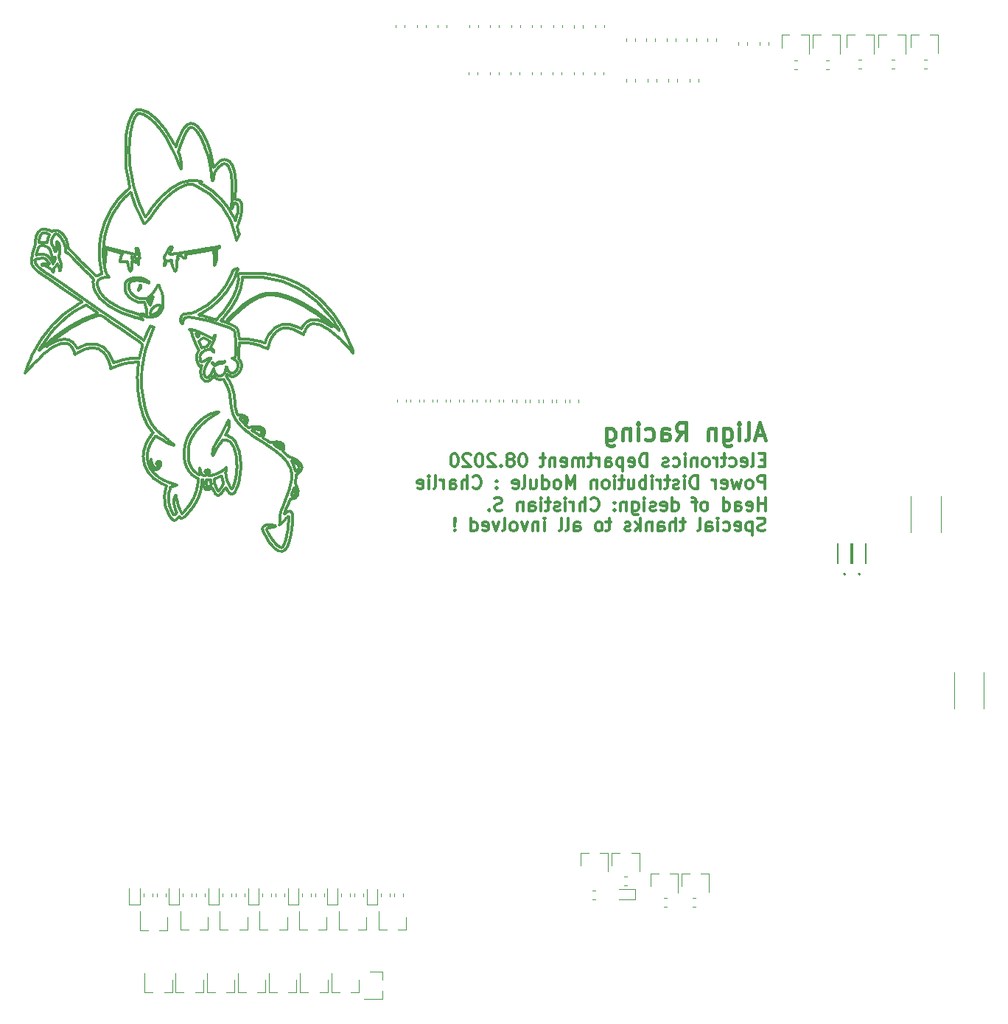
<source format=gbr>
G04 #@! TF.GenerationSoftware,KiCad,Pcbnew,(5.1.6)-1*
G04 #@! TF.CreationDate,2020-08-24T11:42:05+02:00*
G04 #@! TF.ProjectId,AR20_PDM_v1,41523230-5f50-4444-9d5f-76312e6b6963,rev?*
G04 #@! TF.SameCoordinates,Original*
G04 #@! TF.FileFunction,Legend,Bot*
G04 #@! TF.FilePolarity,Positive*
%FSLAX46Y46*%
G04 Gerber Fmt 4.6, Leading zero omitted, Abs format (unit mm)*
G04 Created by KiCad (PCBNEW (5.1.6)-1) date 2020-08-24 11:42:05*
%MOMM*%
%LPD*%
G01*
G04 APERTURE LIST*
%ADD10C,0.300000*%
%ADD11C,0.400000*%
%ADD12C,0.325000*%
%ADD13C,0.150000*%
%ADD14C,0.120000*%
%ADD15C,0.127000*%
%ADD16C,0.200000*%
G04 APERTURE END LIST*
D10*
X120302857Y-85698571D02*
X120302857Y-84198571D01*
X120302857Y-84912857D02*
X119445714Y-84912857D01*
X119445714Y-85698571D02*
X119445714Y-84198571D01*
X118160000Y-85627142D02*
X118302857Y-85698571D01*
X118588571Y-85698571D01*
X118731428Y-85627142D01*
X118802857Y-85484285D01*
X118802857Y-84912857D01*
X118731428Y-84770000D01*
X118588571Y-84698571D01*
X118302857Y-84698571D01*
X118160000Y-84770000D01*
X118088571Y-84912857D01*
X118088571Y-85055714D01*
X118802857Y-85198571D01*
X116802857Y-85698571D02*
X116802857Y-84912857D01*
X116874285Y-84770000D01*
X117017142Y-84698571D01*
X117302857Y-84698571D01*
X117445714Y-84770000D01*
X116802857Y-85627142D02*
X116945714Y-85698571D01*
X117302857Y-85698571D01*
X117445714Y-85627142D01*
X117517142Y-85484285D01*
X117517142Y-85341428D01*
X117445714Y-85198571D01*
X117302857Y-85127142D01*
X116945714Y-85127142D01*
X116802857Y-85055714D01*
X115445714Y-85698571D02*
X115445714Y-84198571D01*
X115445714Y-85627142D02*
X115588571Y-85698571D01*
X115874285Y-85698571D01*
X116017142Y-85627142D01*
X116088571Y-85555714D01*
X116160000Y-85412857D01*
X116160000Y-84984285D01*
X116088571Y-84841428D01*
X116017142Y-84770000D01*
X115874285Y-84698571D01*
X115588571Y-84698571D01*
X115445714Y-84770000D01*
X113374285Y-85698571D02*
X113517142Y-85627142D01*
X113588571Y-85555714D01*
X113660000Y-85412857D01*
X113660000Y-84984285D01*
X113588571Y-84841428D01*
X113517142Y-84770000D01*
X113374285Y-84698571D01*
X113160000Y-84698571D01*
X113017142Y-84770000D01*
X112945714Y-84841428D01*
X112874285Y-84984285D01*
X112874285Y-85412857D01*
X112945714Y-85555714D01*
X113017142Y-85627142D01*
X113160000Y-85698571D01*
X113374285Y-85698571D01*
X112445714Y-84698571D02*
X111874285Y-84698571D01*
X112231428Y-85698571D02*
X112231428Y-84412857D01*
X112160000Y-84270000D01*
X112017142Y-84198571D01*
X111874285Y-84198571D01*
X109588571Y-85698571D02*
X109588571Y-84198571D01*
X109588571Y-85627142D02*
X109731428Y-85698571D01*
X110017142Y-85698571D01*
X110160000Y-85627142D01*
X110231428Y-85555714D01*
X110302857Y-85412857D01*
X110302857Y-84984285D01*
X110231428Y-84841428D01*
X110160000Y-84770000D01*
X110017142Y-84698571D01*
X109731428Y-84698571D01*
X109588571Y-84770000D01*
X108302857Y-85627142D02*
X108445714Y-85698571D01*
X108731428Y-85698571D01*
X108874285Y-85627142D01*
X108945714Y-85484285D01*
X108945714Y-84912857D01*
X108874285Y-84770000D01*
X108731428Y-84698571D01*
X108445714Y-84698571D01*
X108302857Y-84770000D01*
X108231428Y-84912857D01*
X108231428Y-85055714D01*
X108945714Y-85198571D01*
X107660000Y-85627142D02*
X107517142Y-85698571D01*
X107231428Y-85698571D01*
X107088571Y-85627142D01*
X107017142Y-85484285D01*
X107017142Y-85412857D01*
X107088571Y-85270000D01*
X107231428Y-85198571D01*
X107445714Y-85198571D01*
X107588571Y-85127142D01*
X107660000Y-84984285D01*
X107660000Y-84912857D01*
X107588571Y-84770000D01*
X107445714Y-84698571D01*
X107231428Y-84698571D01*
X107088571Y-84770000D01*
X106374285Y-85698571D02*
X106374285Y-84698571D01*
X106374285Y-84198571D02*
X106445714Y-84270000D01*
X106374285Y-84341428D01*
X106302857Y-84270000D01*
X106374285Y-84198571D01*
X106374285Y-84341428D01*
X105017142Y-84698571D02*
X105017142Y-85912857D01*
X105088571Y-86055714D01*
X105160000Y-86127142D01*
X105302857Y-86198571D01*
X105517142Y-86198571D01*
X105660000Y-86127142D01*
X105017142Y-85627142D02*
X105160000Y-85698571D01*
X105445714Y-85698571D01*
X105588571Y-85627142D01*
X105660000Y-85555714D01*
X105731428Y-85412857D01*
X105731428Y-84984285D01*
X105660000Y-84841428D01*
X105588571Y-84770000D01*
X105445714Y-84698571D01*
X105160000Y-84698571D01*
X105017142Y-84770000D01*
X104302857Y-84698571D02*
X104302857Y-85698571D01*
X104302857Y-84841428D02*
X104231428Y-84770000D01*
X104088571Y-84698571D01*
X103874285Y-84698571D01*
X103731428Y-84770000D01*
X103660000Y-84912857D01*
X103660000Y-85698571D01*
X102945714Y-85555714D02*
X102874285Y-85627142D01*
X102945714Y-85698571D01*
X103017142Y-85627142D01*
X102945714Y-85555714D01*
X102945714Y-85698571D01*
X102945714Y-84770000D02*
X102874285Y-84841428D01*
X102945714Y-84912857D01*
X103017142Y-84841428D01*
X102945714Y-84770000D01*
X102945714Y-84912857D01*
X100231428Y-85555714D02*
X100302857Y-85627142D01*
X100517142Y-85698571D01*
X100660000Y-85698571D01*
X100874285Y-85627142D01*
X101017142Y-85484285D01*
X101088571Y-85341428D01*
X101160000Y-85055714D01*
X101160000Y-84841428D01*
X101088571Y-84555714D01*
X101017142Y-84412857D01*
X100874285Y-84270000D01*
X100660000Y-84198571D01*
X100517142Y-84198571D01*
X100302857Y-84270000D01*
X100231428Y-84341428D01*
X99588571Y-85698571D02*
X99588571Y-84198571D01*
X98945714Y-85698571D02*
X98945714Y-84912857D01*
X99017142Y-84770000D01*
X99160000Y-84698571D01*
X99374285Y-84698571D01*
X99517142Y-84770000D01*
X99588571Y-84841428D01*
X98231428Y-85698571D02*
X98231428Y-84698571D01*
X98231428Y-84984285D02*
X98160000Y-84841428D01*
X98088571Y-84770000D01*
X97945714Y-84698571D01*
X97802857Y-84698571D01*
X97302857Y-85698571D02*
X97302857Y-84698571D01*
X97302857Y-84198571D02*
X97374285Y-84270000D01*
X97302857Y-84341428D01*
X97231428Y-84270000D01*
X97302857Y-84198571D01*
X97302857Y-84341428D01*
X96660000Y-85627142D02*
X96517142Y-85698571D01*
X96231428Y-85698571D01*
X96088571Y-85627142D01*
X96017142Y-85484285D01*
X96017142Y-85412857D01*
X96088571Y-85270000D01*
X96231428Y-85198571D01*
X96445714Y-85198571D01*
X96588571Y-85127142D01*
X96660000Y-84984285D01*
X96660000Y-84912857D01*
X96588571Y-84770000D01*
X96445714Y-84698571D01*
X96231428Y-84698571D01*
X96088571Y-84770000D01*
X95588571Y-84698571D02*
X95017142Y-84698571D01*
X95374285Y-84198571D02*
X95374285Y-85484285D01*
X95302857Y-85627142D01*
X95160000Y-85698571D01*
X95017142Y-85698571D01*
X94517142Y-85698571D02*
X94517142Y-84698571D01*
X94517142Y-84198571D02*
X94588571Y-84270000D01*
X94517142Y-84341428D01*
X94445714Y-84270000D01*
X94517142Y-84198571D01*
X94517142Y-84341428D01*
X93160000Y-85698571D02*
X93160000Y-84912857D01*
X93231428Y-84770000D01*
X93374285Y-84698571D01*
X93660000Y-84698571D01*
X93802857Y-84770000D01*
X93160000Y-85627142D02*
X93302857Y-85698571D01*
X93660000Y-85698571D01*
X93802857Y-85627142D01*
X93874285Y-85484285D01*
X93874285Y-85341428D01*
X93802857Y-85198571D01*
X93660000Y-85127142D01*
X93302857Y-85127142D01*
X93160000Y-85055714D01*
X92445714Y-84698571D02*
X92445714Y-85698571D01*
X92445714Y-84841428D02*
X92374285Y-84770000D01*
X92231428Y-84698571D01*
X92017142Y-84698571D01*
X91874285Y-84770000D01*
X91802857Y-84912857D01*
X91802857Y-85698571D01*
X90017142Y-85627142D02*
X89802857Y-85698571D01*
X89445714Y-85698571D01*
X89302857Y-85627142D01*
X89231428Y-85555714D01*
X89160000Y-85412857D01*
X89160000Y-85270000D01*
X89231428Y-85127142D01*
X89302857Y-85055714D01*
X89445714Y-84984285D01*
X89731428Y-84912857D01*
X89874285Y-84841428D01*
X89945714Y-84770000D01*
X90017142Y-84627142D01*
X90017142Y-84484285D01*
X89945714Y-84341428D01*
X89874285Y-84270000D01*
X89731428Y-84198571D01*
X89374285Y-84198571D01*
X89160000Y-84270000D01*
X88517142Y-85555714D02*
X88445714Y-85627142D01*
X88517142Y-85698571D01*
X88588571Y-85627142D01*
X88517142Y-85555714D01*
X88517142Y-85698571D01*
D11*
X120145238Y-77043333D02*
X119192857Y-77043333D01*
X120335714Y-77614761D02*
X119669047Y-75614761D01*
X119002380Y-77614761D01*
X118050000Y-77614761D02*
X118240476Y-77519523D01*
X118335714Y-77329047D01*
X118335714Y-75614761D01*
X117288095Y-77614761D02*
X117288095Y-76281428D01*
X117288095Y-75614761D02*
X117383333Y-75710000D01*
X117288095Y-75805238D01*
X117192857Y-75710000D01*
X117288095Y-75614761D01*
X117288095Y-75805238D01*
X115478571Y-76281428D02*
X115478571Y-77900476D01*
X115573809Y-78090952D01*
X115669047Y-78186190D01*
X115859523Y-78281428D01*
X116145238Y-78281428D01*
X116335714Y-78186190D01*
X115478571Y-77519523D02*
X115669047Y-77614761D01*
X116050000Y-77614761D01*
X116240476Y-77519523D01*
X116335714Y-77424285D01*
X116430952Y-77233809D01*
X116430952Y-76662380D01*
X116335714Y-76471904D01*
X116240476Y-76376666D01*
X116050000Y-76281428D01*
X115669047Y-76281428D01*
X115478571Y-76376666D01*
X114526190Y-76281428D02*
X114526190Y-77614761D01*
X114526190Y-76471904D02*
X114430952Y-76376666D01*
X114240476Y-76281428D01*
X113954761Y-76281428D01*
X113764285Y-76376666D01*
X113669047Y-76567142D01*
X113669047Y-77614761D01*
X110050000Y-77614761D02*
X110716666Y-76662380D01*
X111192857Y-77614761D02*
X111192857Y-75614761D01*
X110430952Y-75614761D01*
X110240476Y-75710000D01*
X110145238Y-75805238D01*
X110050000Y-75995714D01*
X110050000Y-76281428D01*
X110145238Y-76471904D01*
X110240476Y-76567142D01*
X110430952Y-76662380D01*
X111192857Y-76662380D01*
X108335714Y-77614761D02*
X108335714Y-76567142D01*
X108430952Y-76376666D01*
X108621428Y-76281428D01*
X109002380Y-76281428D01*
X109192857Y-76376666D01*
X108335714Y-77519523D02*
X108526190Y-77614761D01*
X109002380Y-77614761D01*
X109192857Y-77519523D01*
X109288095Y-77329047D01*
X109288095Y-77138571D01*
X109192857Y-76948095D01*
X109002380Y-76852857D01*
X108526190Y-76852857D01*
X108335714Y-76757619D01*
X106526190Y-77519523D02*
X106716666Y-77614761D01*
X107097619Y-77614761D01*
X107288095Y-77519523D01*
X107383333Y-77424285D01*
X107478571Y-77233809D01*
X107478571Y-76662380D01*
X107383333Y-76471904D01*
X107288095Y-76376666D01*
X107097619Y-76281428D01*
X106716666Y-76281428D01*
X106526190Y-76376666D01*
X105669047Y-77614761D02*
X105669047Y-76281428D01*
X105669047Y-75614761D02*
X105764285Y-75710000D01*
X105669047Y-75805238D01*
X105573809Y-75710000D01*
X105669047Y-75614761D01*
X105669047Y-75805238D01*
X104716666Y-76281428D02*
X104716666Y-77614761D01*
X104716666Y-76471904D02*
X104621428Y-76376666D01*
X104430952Y-76281428D01*
X104145238Y-76281428D01*
X103954761Y-76376666D01*
X103859523Y-76567142D01*
X103859523Y-77614761D01*
X102050000Y-76281428D02*
X102050000Y-77900476D01*
X102145238Y-78090952D01*
X102240476Y-78186190D01*
X102430952Y-78281428D01*
X102716666Y-78281428D01*
X102907142Y-78186190D01*
X102050000Y-77519523D02*
X102240476Y-77614761D01*
X102621428Y-77614761D01*
X102811904Y-77519523D01*
X102907142Y-77424285D01*
X103002380Y-77233809D01*
X103002380Y-76662380D01*
X102907142Y-76471904D01*
X102811904Y-76376666D01*
X102621428Y-76281428D01*
X102240476Y-76281428D01*
X102050000Y-76376666D01*
D12*
X120257142Y-87977142D02*
X120042857Y-88048571D01*
X119685714Y-88048571D01*
X119542857Y-87977142D01*
X119471428Y-87905714D01*
X119400000Y-87762857D01*
X119400000Y-87620000D01*
X119471428Y-87477142D01*
X119542857Y-87405714D01*
X119685714Y-87334285D01*
X119971428Y-87262857D01*
X120114285Y-87191428D01*
X120185714Y-87120000D01*
X120257142Y-86977142D01*
X120257142Y-86834285D01*
X120185714Y-86691428D01*
X120114285Y-86620000D01*
X119971428Y-86548571D01*
X119614285Y-86548571D01*
X119400000Y-86620000D01*
X118757142Y-87048571D02*
X118757142Y-88548571D01*
X118757142Y-87120000D02*
X118614285Y-87048571D01*
X118328571Y-87048571D01*
X118185714Y-87120000D01*
X118114285Y-87191428D01*
X118042857Y-87334285D01*
X118042857Y-87762857D01*
X118114285Y-87905714D01*
X118185714Y-87977142D01*
X118328571Y-88048571D01*
X118614285Y-88048571D01*
X118757142Y-87977142D01*
X116828571Y-87977142D02*
X116971428Y-88048571D01*
X117257142Y-88048571D01*
X117400000Y-87977142D01*
X117471428Y-87834285D01*
X117471428Y-87262857D01*
X117400000Y-87120000D01*
X117257142Y-87048571D01*
X116971428Y-87048571D01*
X116828571Y-87120000D01*
X116757142Y-87262857D01*
X116757142Y-87405714D01*
X117471428Y-87548571D01*
X115471428Y-87977142D02*
X115614285Y-88048571D01*
X115900000Y-88048571D01*
X116042857Y-87977142D01*
X116114285Y-87905714D01*
X116185714Y-87762857D01*
X116185714Y-87334285D01*
X116114285Y-87191428D01*
X116042857Y-87120000D01*
X115900000Y-87048571D01*
X115614285Y-87048571D01*
X115471428Y-87120000D01*
X114828571Y-88048571D02*
X114828571Y-87048571D01*
X114828571Y-86548571D02*
X114900000Y-86620000D01*
X114828571Y-86691428D01*
X114757142Y-86620000D01*
X114828571Y-86548571D01*
X114828571Y-86691428D01*
X113471428Y-88048571D02*
X113471428Y-87262857D01*
X113542857Y-87120000D01*
X113685714Y-87048571D01*
X113971428Y-87048571D01*
X114114285Y-87120000D01*
X113471428Y-87977142D02*
X113614285Y-88048571D01*
X113971428Y-88048571D01*
X114114285Y-87977142D01*
X114185714Y-87834285D01*
X114185714Y-87691428D01*
X114114285Y-87548571D01*
X113971428Y-87477142D01*
X113614285Y-87477142D01*
X113471428Y-87405714D01*
X112542857Y-88048571D02*
X112685714Y-87977142D01*
X112757142Y-87834285D01*
X112757142Y-86548571D01*
X111042857Y-87048571D02*
X110471428Y-87048571D01*
X110828571Y-86548571D02*
X110828571Y-87834285D01*
X110757142Y-87977142D01*
X110614285Y-88048571D01*
X110471428Y-88048571D01*
X109971428Y-88048571D02*
X109971428Y-86548571D01*
X109328571Y-88048571D02*
X109328571Y-87262857D01*
X109400000Y-87120000D01*
X109542857Y-87048571D01*
X109757142Y-87048571D01*
X109900000Y-87120000D01*
X109971428Y-87191428D01*
X107971428Y-88048571D02*
X107971428Y-87262857D01*
X108042857Y-87120000D01*
X108185714Y-87048571D01*
X108471428Y-87048571D01*
X108614285Y-87120000D01*
X107971428Y-87977142D02*
X108114285Y-88048571D01*
X108471428Y-88048571D01*
X108614285Y-87977142D01*
X108685714Y-87834285D01*
X108685714Y-87691428D01*
X108614285Y-87548571D01*
X108471428Y-87477142D01*
X108114285Y-87477142D01*
X107971428Y-87405714D01*
X107257142Y-87048571D02*
X107257142Y-88048571D01*
X107257142Y-87191428D02*
X107185714Y-87120000D01*
X107042857Y-87048571D01*
X106828571Y-87048571D01*
X106685714Y-87120000D01*
X106614285Y-87262857D01*
X106614285Y-88048571D01*
X105900000Y-88048571D02*
X105900000Y-86548571D01*
X105757142Y-87477142D02*
X105328571Y-88048571D01*
X105328571Y-87048571D02*
X105900000Y-87620000D01*
X104757142Y-87977142D02*
X104614285Y-88048571D01*
X104328571Y-88048571D01*
X104185714Y-87977142D01*
X104114285Y-87834285D01*
X104114285Y-87762857D01*
X104185714Y-87620000D01*
X104328571Y-87548571D01*
X104542857Y-87548571D01*
X104685714Y-87477142D01*
X104757142Y-87334285D01*
X104757142Y-87262857D01*
X104685714Y-87120000D01*
X104542857Y-87048571D01*
X104328571Y-87048571D01*
X104185714Y-87120000D01*
X102542857Y-87048571D02*
X101971428Y-87048571D01*
X102328571Y-86548571D02*
X102328571Y-87834285D01*
X102257142Y-87977142D01*
X102114285Y-88048571D01*
X101971428Y-88048571D01*
X101257142Y-88048571D02*
X101400000Y-87977142D01*
X101471428Y-87905714D01*
X101542857Y-87762857D01*
X101542857Y-87334285D01*
X101471428Y-87191428D01*
X101400000Y-87120000D01*
X101257142Y-87048571D01*
X101042857Y-87048571D01*
X100900000Y-87120000D01*
X100828571Y-87191428D01*
X100757142Y-87334285D01*
X100757142Y-87762857D01*
X100828571Y-87905714D01*
X100900000Y-87977142D01*
X101042857Y-88048571D01*
X101257142Y-88048571D01*
X98328571Y-88048571D02*
X98328571Y-87262857D01*
X98400000Y-87120000D01*
X98542857Y-87048571D01*
X98828571Y-87048571D01*
X98971428Y-87120000D01*
X98328571Y-87977142D02*
X98471428Y-88048571D01*
X98828571Y-88048571D01*
X98971428Y-87977142D01*
X99042857Y-87834285D01*
X99042857Y-87691428D01*
X98971428Y-87548571D01*
X98828571Y-87477142D01*
X98471428Y-87477142D01*
X98328571Y-87405714D01*
X97400000Y-88048571D02*
X97542857Y-87977142D01*
X97614285Y-87834285D01*
X97614285Y-86548571D01*
X96614285Y-88048571D02*
X96757142Y-87977142D01*
X96828571Y-87834285D01*
X96828571Y-86548571D01*
X94900000Y-88048571D02*
X94900000Y-87048571D01*
X94900000Y-86548571D02*
X94971428Y-86620000D01*
X94900000Y-86691428D01*
X94828571Y-86620000D01*
X94900000Y-86548571D01*
X94900000Y-86691428D01*
X94185714Y-87048571D02*
X94185714Y-88048571D01*
X94185714Y-87191428D02*
X94114285Y-87120000D01*
X93971428Y-87048571D01*
X93757142Y-87048571D01*
X93614285Y-87120000D01*
X93542857Y-87262857D01*
X93542857Y-88048571D01*
X92971428Y-87048571D02*
X92614285Y-88048571D01*
X92257142Y-87048571D01*
X91471428Y-88048571D02*
X91614285Y-87977142D01*
X91685714Y-87905714D01*
X91757142Y-87762857D01*
X91757142Y-87334285D01*
X91685714Y-87191428D01*
X91614285Y-87120000D01*
X91471428Y-87048571D01*
X91257142Y-87048571D01*
X91114285Y-87120000D01*
X91042857Y-87191428D01*
X90971428Y-87334285D01*
X90971428Y-87762857D01*
X91042857Y-87905714D01*
X91114285Y-87977142D01*
X91257142Y-88048571D01*
X91471428Y-88048571D01*
X90114285Y-88048571D02*
X90257142Y-87977142D01*
X90328571Y-87834285D01*
X90328571Y-86548571D01*
X89685714Y-87048571D02*
X89328571Y-88048571D01*
X88971428Y-87048571D01*
X87828571Y-87977142D02*
X87971428Y-88048571D01*
X88257142Y-88048571D01*
X88400000Y-87977142D01*
X88471428Y-87834285D01*
X88471428Y-87262857D01*
X88400000Y-87120000D01*
X88257142Y-87048571D01*
X87971428Y-87048571D01*
X87828571Y-87120000D01*
X87757142Y-87262857D01*
X87757142Y-87405714D01*
X88471428Y-87548571D01*
X86471428Y-88048571D02*
X86471428Y-86548571D01*
X86471428Y-87977142D02*
X86614285Y-88048571D01*
X86900000Y-88048571D01*
X87042857Y-87977142D01*
X87114285Y-87905714D01*
X87185714Y-87762857D01*
X87185714Y-87334285D01*
X87114285Y-87191428D01*
X87042857Y-87120000D01*
X86900000Y-87048571D01*
X86614285Y-87048571D01*
X86471428Y-87120000D01*
X84614285Y-87905714D02*
X84542857Y-87977142D01*
X84614285Y-88048571D01*
X84685714Y-87977142D01*
X84614285Y-87905714D01*
X84614285Y-88048571D01*
X84614285Y-87477142D02*
X84685714Y-86620000D01*
X84614285Y-86548571D01*
X84542857Y-86620000D01*
X84614285Y-87477142D01*
X84614285Y-86548571D01*
D10*
X120264285Y-83178571D02*
X120264285Y-81678571D01*
X119692857Y-81678571D01*
X119550000Y-81750000D01*
X119478571Y-81821428D01*
X119407142Y-81964285D01*
X119407142Y-82178571D01*
X119478571Y-82321428D01*
X119550000Y-82392857D01*
X119692857Y-82464285D01*
X120264285Y-82464285D01*
X118550000Y-83178571D02*
X118692857Y-83107142D01*
X118764285Y-83035714D01*
X118835714Y-82892857D01*
X118835714Y-82464285D01*
X118764285Y-82321428D01*
X118692857Y-82250000D01*
X118550000Y-82178571D01*
X118335714Y-82178571D01*
X118192857Y-82250000D01*
X118121428Y-82321428D01*
X118050000Y-82464285D01*
X118050000Y-82892857D01*
X118121428Y-83035714D01*
X118192857Y-83107142D01*
X118335714Y-83178571D01*
X118550000Y-83178571D01*
X117550000Y-82178571D02*
X117264285Y-83178571D01*
X116978571Y-82464285D01*
X116692857Y-83178571D01*
X116407142Y-82178571D01*
X115264285Y-83107142D02*
X115407142Y-83178571D01*
X115692857Y-83178571D01*
X115835714Y-83107142D01*
X115907142Y-82964285D01*
X115907142Y-82392857D01*
X115835714Y-82250000D01*
X115692857Y-82178571D01*
X115407142Y-82178571D01*
X115264285Y-82250000D01*
X115192857Y-82392857D01*
X115192857Y-82535714D01*
X115907142Y-82678571D01*
X114550000Y-83178571D02*
X114550000Y-82178571D01*
X114550000Y-82464285D02*
X114478571Y-82321428D01*
X114407142Y-82250000D01*
X114264285Y-82178571D01*
X114121428Y-82178571D01*
X112478571Y-83178571D02*
X112478571Y-81678571D01*
X112121428Y-81678571D01*
X111907142Y-81750000D01*
X111764285Y-81892857D01*
X111692857Y-82035714D01*
X111621428Y-82321428D01*
X111621428Y-82535714D01*
X111692857Y-82821428D01*
X111764285Y-82964285D01*
X111907142Y-83107142D01*
X112121428Y-83178571D01*
X112478571Y-83178571D01*
X110978571Y-83178571D02*
X110978571Y-82178571D01*
X110978571Y-81678571D02*
X111050000Y-81750000D01*
X110978571Y-81821428D01*
X110907142Y-81750000D01*
X110978571Y-81678571D01*
X110978571Y-81821428D01*
X110335714Y-83107142D02*
X110192857Y-83178571D01*
X109907142Y-83178571D01*
X109764285Y-83107142D01*
X109692857Y-82964285D01*
X109692857Y-82892857D01*
X109764285Y-82750000D01*
X109907142Y-82678571D01*
X110121428Y-82678571D01*
X110264285Y-82607142D01*
X110335714Y-82464285D01*
X110335714Y-82392857D01*
X110264285Y-82250000D01*
X110121428Y-82178571D01*
X109907142Y-82178571D01*
X109764285Y-82250000D01*
X109264285Y-82178571D02*
X108692857Y-82178571D01*
X109050000Y-81678571D02*
X109050000Y-82964285D01*
X108978571Y-83107142D01*
X108835714Y-83178571D01*
X108692857Y-83178571D01*
X108192857Y-83178571D02*
X108192857Y-82178571D01*
X108192857Y-82464285D02*
X108121428Y-82321428D01*
X108050000Y-82250000D01*
X107907142Y-82178571D01*
X107764285Y-82178571D01*
X107264285Y-83178571D02*
X107264285Y-82178571D01*
X107264285Y-81678571D02*
X107335714Y-81750000D01*
X107264285Y-81821428D01*
X107192857Y-81750000D01*
X107264285Y-81678571D01*
X107264285Y-81821428D01*
X106550000Y-83178571D02*
X106550000Y-81678571D01*
X106550000Y-82250000D02*
X106407142Y-82178571D01*
X106121428Y-82178571D01*
X105978571Y-82250000D01*
X105907142Y-82321428D01*
X105835714Y-82464285D01*
X105835714Y-82892857D01*
X105907142Y-83035714D01*
X105978571Y-83107142D01*
X106121428Y-83178571D01*
X106407142Y-83178571D01*
X106550000Y-83107142D01*
X104550000Y-82178571D02*
X104550000Y-83178571D01*
X105192857Y-82178571D02*
X105192857Y-82964285D01*
X105121428Y-83107142D01*
X104978571Y-83178571D01*
X104764285Y-83178571D01*
X104621428Y-83107142D01*
X104550000Y-83035714D01*
X104050000Y-82178571D02*
X103478571Y-82178571D01*
X103835714Y-81678571D02*
X103835714Y-82964285D01*
X103764285Y-83107142D01*
X103621428Y-83178571D01*
X103478571Y-83178571D01*
X102978571Y-83178571D02*
X102978571Y-82178571D01*
X102978571Y-81678571D02*
X103050000Y-81750000D01*
X102978571Y-81821428D01*
X102907142Y-81750000D01*
X102978571Y-81678571D01*
X102978571Y-81821428D01*
X102050000Y-83178571D02*
X102192857Y-83107142D01*
X102264285Y-83035714D01*
X102335714Y-82892857D01*
X102335714Y-82464285D01*
X102264285Y-82321428D01*
X102192857Y-82250000D01*
X102050000Y-82178571D01*
X101835714Y-82178571D01*
X101692857Y-82250000D01*
X101621428Y-82321428D01*
X101550000Y-82464285D01*
X101550000Y-82892857D01*
X101621428Y-83035714D01*
X101692857Y-83107142D01*
X101835714Y-83178571D01*
X102050000Y-83178571D01*
X100907142Y-82178571D02*
X100907142Y-83178571D01*
X100907142Y-82321428D02*
X100835714Y-82250000D01*
X100692857Y-82178571D01*
X100478571Y-82178571D01*
X100335714Y-82250000D01*
X100264285Y-82392857D01*
X100264285Y-83178571D01*
X98407142Y-83178571D02*
X98407142Y-81678571D01*
X97907142Y-82750000D01*
X97407142Y-81678571D01*
X97407142Y-83178571D01*
X96478571Y-83178571D02*
X96621428Y-83107142D01*
X96692857Y-83035714D01*
X96764285Y-82892857D01*
X96764285Y-82464285D01*
X96692857Y-82321428D01*
X96621428Y-82250000D01*
X96478571Y-82178571D01*
X96264285Y-82178571D01*
X96121428Y-82250000D01*
X96050000Y-82321428D01*
X95978571Y-82464285D01*
X95978571Y-82892857D01*
X96050000Y-83035714D01*
X96121428Y-83107142D01*
X96264285Y-83178571D01*
X96478571Y-83178571D01*
X94692857Y-83178571D02*
X94692857Y-81678571D01*
X94692857Y-83107142D02*
X94835714Y-83178571D01*
X95121428Y-83178571D01*
X95264285Y-83107142D01*
X95335714Y-83035714D01*
X95407142Y-82892857D01*
X95407142Y-82464285D01*
X95335714Y-82321428D01*
X95264285Y-82250000D01*
X95121428Y-82178571D01*
X94835714Y-82178571D01*
X94692857Y-82250000D01*
X93335714Y-82178571D02*
X93335714Y-83178571D01*
X93978571Y-82178571D02*
X93978571Y-82964285D01*
X93907142Y-83107142D01*
X93764285Y-83178571D01*
X93550000Y-83178571D01*
X93407142Y-83107142D01*
X93335714Y-83035714D01*
X92407142Y-83178571D02*
X92550000Y-83107142D01*
X92621428Y-82964285D01*
X92621428Y-81678571D01*
X91264285Y-83107142D02*
X91407142Y-83178571D01*
X91692857Y-83178571D01*
X91835714Y-83107142D01*
X91907142Y-82964285D01*
X91907142Y-82392857D01*
X91835714Y-82250000D01*
X91692857Y-82178571D01*
X91407142Y-82178571D01*
X91264285Y-82250000D01*
X91192857Y-82392857D01*
X91192857Y-82535714D01*
X91907142Y-82678571D01*
X89407142Y-83035714D02*
X89335714Y-83107142D01*
X89407142Y-83178571D01*
X89478571Y-83107142D01*
X89407142Y-83035714D01*
X89407142Y-83178571D01*
X89407142Y-82250000D02*
X89335714Y-82321428D01*
X89407142Y-82392857D01*
X89478571Y-82321428D01*
X89407142Y-82250000D01*
X89407142Y-82392857D01*
X86692857Y-83035714D02*
X86764285Y-83107142D01*
X86978571Y-83178571D01*
X87121428Y-83178571D01*
X87335714Y-83107142D01*
X87478571Y-82964285D01*
X87550000Y-82821428D01*
X87621428Y-82535714D01*
X87621428Y-82321428D01*
X87550000Y-82035714D01*
X87478571Y-81892857D01*
X87335714Y-81750000D01*
X87121428Y-81678571D01*
X86978571Y-81678571D01*
X86764285Y-81750000D01*
X86692857Y-81821428D01*
X86050000Y-83178571D02*
X86050000Y-81678571D01*
X85407142Y-83178571D02*
X85407142Y-82392857D01*
X85478571Y-82250000D01*
X85621428Y-82178571D01*
X85835714Y-82178571D01*
X85978571Y-82250000D01*
X86050000Y-82321428D01*
X84050000Y-83178571D02*
X84050000Y-82392857D01*
X84121428Y-82250000D01*
X84264285Y-82178571D01*
X84550000Y-82178571D01*
X84692857Y-82250000D01*
X84050000Y-83107142D02*
X84192857Y-83178571D01*
X84550000Y-83178571D01*
X84692857Y-83107142D01*
X84764285Y-82964285D01*
X84764285Y-82821428D01*
X84692857Y-82678571D01*
X84550000Y-82607142D01*
X84192857Y-82607142D01*
X84050000Y-82535714D01*
X83335714Y-83178571D02*
X83335714Y-82178571D01*
X83335714Y-82464285D02*
X83264285Y-82321428D01*
X83192857Y-82250000D01*
X83050000Y-82178571D01*
X82907142Y-82178571D01*
X82192857Y-83178571D02*
X82335714Y-83107142D01*
X82407142Y-82964285D01*
X82407142Y-81678571D01*
X81621428Y-83178571D02*
X81621428Y-82178571D01*
X81621428Y-81678571D02*
X81692857Y-81750000D01*
X81621428Y-81821428D01*
X81550000Y-81750000D01*
X81621428Y-81678571D01*
X81621428Y-81821428D01*
X80335714Y-83107142D02*
X80478571Y-83178571D01*
X80764285Y-83178571D01*
X80907142Y-83107142D01*
X80978571Y-82964285D01*
X80978571Y-82392857D01*
X80907142Y-82250000D01*
X80764285Y-82178571D01*
X80478571Y-82178571D01*
X80335714Y-82250000D01*
X80264285Y-82392857D01*
X80264285Y-82535714D01*
X80978571Y-82678571D01*
X120265714Y-79882857D02*
X119765714Y-79882857D01*
X119551428Y-80668571D02*
X120265714Y-80668571D01*
X120265714Y-79168571D01*
X119551428Y-79168571D01*
X118694285Y-80668571D02*
X118837142Y-80597142D01*
X118908571Y-80454285D01*
X118908571Y-79168571D01*
X117551428Y-80597142D02*
X117694285Y-80668571D01*
X117980000Y-80668571D01*
X118122857Y-80597142D01*
X118194285Y-80454285D01*
X118194285Y-79882857D01*
X118122857Y-79740000D01*
X117980000Y-79668571D01*
X117694285Y-79668571D01*
X117551428Y-79740000D01*
X117480000Y-79882857D01*
X117480000Y-80025714D01*
X118194285Y-80168571D01*
X116194285Y-80597142D02*
X116337142Y-80668571D01*
X116622857Y-80668571D01*
X116765714Y-80597142D01*
X116837142Y-80525714D01*
X116908571Y-80382857D01*
X116908571Y-79954285D01*
X116837142Y-79811428D01*
X116765714Y-79740000D01*
X116622857Y-79668571D01*
X116337142Y-79668571D01*
X116194285Y-79740000D01*
X115765714Y-79668571D02*
X115194285Y-79668571D01*
X115551428Y-79168571D02*
X115551428Y-80454285D01*
X115480000Y-80597142D01*
X115337142Y-80668571D01*
X115194285Y-80668571D01*
X114694285Y-80668571D02*
X114694285Y-79668571D01*
X114694285Y-79954285D02*
X114622857Y-79811428D01*
X114551428Y-79740000D01*
X114408571Y-79668571D01*
X114265714Y-79668571D01*
X113551428Y-80668571D02*
X113694285Y-80597142D01*
X113765714Y-80525714D01*
X113837142Y-80382857D01*
X113837142Y-79954285D01*
X113765714Y-79811428D01*
X113694285Y-79740000D01*
X113551428Y-79668571D01*
X113337142Y-79668571D01*
X113194285Y-79740000D01*
X113122857Y-79811428D01*
X113051428Y-79954285D01*
X113051428Y-80382857D01*
X113122857Y-80525714D01*
X113194285Y-80597142D01*
X113337142Y-80668571D01*
X113551428Y-80668571D01*
X112408571Y-79668571D02*
X112408571Y-80668571D01*
X112408571Y-79811428D02*
X112337142Y-79740000D01*
X112194285Y-79668571D01*
X111980000Y-79668571D01*
X111837142Y-79740000D01*
X111765714Y-79882857D01*
X111765714Y-80668571D01*
X111051428Y-80668571D02*
X111051428Y-79668571D01*
X111051428Y-79168571D02*
X111122857Y-79240000D01*
X111051428Y-79311428D01*
X110980000Y-79240000D01*
X111051428Y-79168571D01*
X111051428Y-79311428D01*
X109694285Y-80597142D02*
X109837142Y-80668571D01*
X110122857Y-80668571D01*
X110265714Y-80597142D01*
X110337142Y-80525714D01*
X110408571Y-80382857D01*
X110408571Y-79954285D01*
X110337142Y-79811428D01*
X110265714Y-79740000D01*
X110122857Y-79668571D01*
X109837142Y-79668571D01*
X109694285Y-79740000D01*
X109122857Y-80597142D02*
X108980000Y-80668571D01*
X108694285Y-80668571D01*
X108551428Y-80597142D01*
X108480000Y-80454285D01*
X108480000Y-80382857D01*
X108551428Y-80240000D01*
X108694285Y-80168571D01*
X108908571Y-80168571D01*
X109051428Y-80097142D01*
X109122857Y-79954285D01*
X109122857Y-79882857D01*
X109051428Y-79740000D01*
X108908571Y-79668571D01*
X108694285Y-79668571D01*
X108551428Y-79740000D01*
X106694285Y-80668571D02*
X106694285Y-79168571D01*
X106337142Y-79168571D01*
X106122857Y-79240000D01*
X105980000Y-79382857D01*
X105908571Y-79525714D01*
X105837142Y-79811428D01*
X105837142Y-80025714D01*
X105908571Y-80311428D01*
X105980000Y-80454285D01*
X106122857Y-80597142D01*
X106337142Y-80668571D01*
X106694285Y-80668571D01*
X104622857Y-80597142D02*
X104765714Y-80668571D01*
X105051428Y-80668571D01*
X105194285Y-80597142D01*
X105265714Y-80454285D01*
X105265714Y-79882857D01*
X105194285Y-79740000D01*
X105051428Y-79668571D01*
X104765714Y-79668571D01*
X104622857Y-79740000D01*
X104551428Y-79882857D01*
X104551428Y-80025714D01*
X105265714Y-80168571D01*
X103908571Y-79668571D02*
X103908571Y-81168571D01*
X103908571Y-79740000D02*
X103765714Y-79668571D01*
X103480000Y-79668571D01*
X103337142Y-79740000D01*
X103265714Y-79811428D01*
X103194285Y-79954285D01*
X103194285Y-80382857D01*
X103265714Y-80525714D01*
X103337142Y-80597142D01*
X103480000Y-80668571D01*
X103765714Y-80668571D01*
X103908571Y-80597142D01*
X101908571Y-80668571D02*
X101908571Y-79882857D01*
X101980000Y-79740000D01*
X102122857Y-79668571D01*
X102408571Y-79668571D01*
X102551428Y-79740000D01*
X101908571Y-80597142D02*
X102051428Y-80668571D01*
X102408571Y-80668571D01*
X102551428Y-80597142D01*
X102622857Y-80454285D01*
X102622857Y-80311428D01*
X102551428Y-80168571D01*
X102408571Y-80097142D01*
X102051428Y-80097142D01*
X101908571Y-80025714D01*
X101194285Y-80668571D02*
X101194285Y-79668571D01*
X101194285Y-79954285D02*
X101122857Y-79811428D01*
X101051428Y-79740000D01*
X100908571Y-79668571D01*
X100765714Y-79668571D01*
X100479999Y-79668571D02*
X99908571Y-79668571D01*
X100265714Y-79168571D02*
X100265714Y-80454285D01*
X100194285Y-80597142D01*
X100051428Y-80668571D01*
X99908571Y-80668571D01*
X99408571Y-80668571D02*
X99408571Y-79668571D01*
X99408571Y-79811428D02*
X99337142Y-79740000D01*
X99194285Y-79668571D01*
X98980000Y-79668571D01*
X98837142Y-79740000D01*
X98765714Y-79882857D01*
X98765714Y-80668571D01*
X98765714Y-79882857D02*
X98694285Y-79740000D01*
X98551428Y-79668571D01*
X98337142Y-79668571D01*
X98194285Y-79740000D01*
X98122857Y-79882857D01*
X98122857Y-80668571D01*
X96837142Y-80597142D02*
X96980000Y-80668571D01*
X97265714Y-80668571D01*
X97408571Y-80597142D01*
X97480000Y-80454285D01*
X97480000Y-79882857D01*
X97408571Y-79740000D01*
X97265714Y-79668571D01*
X96980000Y-79668571D01*
X96837142Y-79740000D01*
X96765714Y-79882857D01*
X96765714Y-80025714D01*
X97480000Y-80168571D01*
X96122857Y-79668571D02*
X96122857Y-80668571D01*
X96122857Y-79811428D02*
X96051428Y-79740000D01*
X95908571Y-79668571D01*
X95694285Y-79668571D01*
X95551428Y-79740000D01*
X95480000Y-79882857D01*
X95480000Y-80668571D01*
X94980000Y-79668571D02*
X94408571Y-79668571D01*
X94765714Y-79168571D02*
X94765714Y-80454285D01*
X94694285Y-80597142D01*
X94551428Y-80668571D01*
X94408571Y-80668571D01*
X92480000Y-79168571D02*
X92337142Y-79168571D01*
X92194285Y-79240000D01*
X92122857Y-79311428D01*
X92051428Y-79454285D01*
X91980000Y-79740000D01*
X91980000Y-80097142D01*
X92051428Y-80382857D01*
X92122857Y-80525714D01*
X92194285Y-80597142D01*
X92337142Y-80668571D01*
X92480000Y-80668571D01*
X92622857Y-80597142D01*
X92694285Y-80525714D01*
X92765714Y-80382857D01*
X92837142Y-80097142D01*
X92837142Y-79740000D01*
X92765714Y-79454285D01*
X92694285Y-79311428D01*
X92622857Y-79240000D01*
X92480000Y-79168571D01*
X91122857Y-79811428D02*
X91265714Y-79740000D01*
X91337142Y-79668571D01*
X91408571Y-79525714D01*
X91408571Y-79454285D01*
X91337142Y-79311428D01*
X91265714Y-79240000D01*
X91122857Y-79168571D01*
X90837142Y-79168571D01*
X90694285Y-79240000D01*
X90622857Y-79311428D01*
X90551428Y-79454285D01*
X90551428Y-79525714D01*
X90622857Y-79668571D01*
X90694285Y-79740000D01*
X90837142Y-79811428D01*
X91122857Y-79811428D01*
X91265714Y-79882857D01*
X91337142Y-79954285D01*
X91408571Y-80097142D01*
X91408571Y-80382857D01*
X91337142Y-80525714D01*
X91265714Y-80597142D01*
X91122857Y-80668571D01*
X90837142Y-80668571D01*
X90694285Y-80597142D01*
X90622857Y-80525714D01*
X90551428Y-80382857D01*
X90551428Y-80097142D01*
X90622857Y-79954285D01*
X90694285Y-79882857D01*
X90837142Y-79811428D01*
X89908571Y-80525714D02*
X89837142Y-80597142D01*
X89908571Y-80668571D01*
X89980000Y-80597142D01*
X89908571Y-80525714D01*
X89908571Y-80668571D01*
X89265714Y-79311428D02*
X89194285Y-79240000D01*
X89051428Y-79168571D01*
X88694285Y-79168571D01*
X88551428Y-79240000D01*
X88480000Y-79311428D01*
X88408571Y-79454285D01*
X88408571Y-79597142D01*
X88480000Y-79811428D01*
X89337142Y-80668571D01*
X88408571Y-80668571D01*
X87480000Y-79168571D02*
X87337142Y-79168571D01*
X87194285Y-79240000D01*
X87122857Y-79311428D01*
X87051428Y-79454285D01*
X86980000Y-79740000D01*
X86980000Y-80097142D01*
X87051428Y-80382857D01*
X87122857Y-80525714D01*
X87194285Y-80597142D01*
X87337142Y-80668571D01*
X87480000Y-80668571D01*
X87622857Y-80597142D01*
X87694285Y-80525714D01*
X87765714Y-80382857D01*
X87837142Y-80097142D01*
X87837142Y-79740000D01*
X87765714Y-79454285D01*
X87694285Y-79311428D01*
X87622857Y-79240000D01*
X87480000Y-79168571D01*
X86408571Y-79311428D02*
X86337142Y-79240000D01*
X86194285Y-79168571D01*
X85837142Y-79168571D01*
X85694285Y-79240000D01*
X85622857Y-79311428D01*
X85551428Y-79454285D01*
X85551428Y-79597142D01*
X85622857Y-79811428D01*
X86480000Y-80668571D01*
X85551428Y-80668571D01*
X84622857Y-79168571D02*
X84480000Y-79168571D01*
X84337142Y-79240000D01*
X84265714Y-79311428D01*
X84194285Y-79454285D01*
X84122857Y-79740000D01*
X84122857Y-80097142D01*
X84194285Y-80382857D01*
X84265714Y-80525714D01*
X84337142Y-80597142D01*
X84480000Y-80668571D01*
X84622857Y-80668571D01*
X84765714Y-80597142D01*
X84837142Y-80525714D01*
X84908571Y-80382857D01*
X84980000Y-80097142D01*
X84980000Y-79740000D01*
X84908571Y-79454285D01*
X84837142Y-79311428D01*
X84765714Y-79240000D01*
X84622857Y-79168571D01*
X55416187Y-67738789D02*
G75*
G02*
X55489441Y-67634854I1129781J-718505D01*
G01*
X58177171Y-70867726D02*
X58373238Y-71244000D01*
X56890270Y-67328979D02*
G75*
G02*
X56911473Y-67390005I-197611J-102855D01*
G01*
X56911473Y-67390004D02*
G75*
G02*
X56922039Y-67486643I-597546J-114229D01*
G01*
X56782691Y-67167618D02*
G75*
G02*
X56843642Y-67249938I-771403J-634881D01*
G01*
X55353130Y-68302653D02*
G75*
G02*
X55324078Y-68072982I2400884J420370D01*
G01*
X55952342Y-68453083D02*
G75*
G02*
X55744448Y-68538690I-1057322J2272450D01*
G01*
X56889474Y-69407253D02*
X56774916Y-69689117D01*
X58053910Y-70684838D02*
G75*
G02*
X58177171Y-70867726I-882376J-727675D01*
G01*
X65827133Y-82259529D02*
G75*
G02*
X65578963Y-83230911I-6451419J1130827D01*
G01*
X64586344Y-85916802D02*
G75*
G02*
X64737538Y-85462498I5245519J-1493424D01*
G01*
X57954276Y-70611181D02*
G75*
G02*
X58053910Y-70684838I-97739J-236426D01*
G01*
X55489440Y-67634854D02*
G75*
G02*
X55570176Y-67541579I936290J-728844D01*
G01*
X56922039Y-67486643D02*
G75*
G02*
X56897232Y-67513910I-26545J-768D01*
G01*
X56897232Y-67513910D02*
G75*
G02*
X56852494Y-67494346I-3475J52987D01*
G01*
X59694098Y-75631927D02*
G75*
G02*
X59333960Y-75108245I3560974J2834565D01*
G01*
X56165463Y-68792874D02*
G75*
G02*
X56406364Y-68466138I2897928J-1884461D01*
G01*
X55359747Y-67837940D02*
G75*
G02*
X55416186Y-67738789I1039897J-526296D01*
G01*
X56238366Y-67201952D02*
G75*
G02*
X56563732Y-67232703I91156J-772184D01*
G01*
X55879296Y-67311461D02*
G75*
G02*
X56238366Y-67201952I482996J-940269D01*
G01*
X56412406Y-68181990D02*
G75*
G02*
X56523535Y-68169000I111129J-468859D01*
G01*
X55823952Y-70101621D02*
G75*
G02*
X55807973Y-69760830I1528560J242442D01*
G01*
X56523535Y-68169000D02*
G75*
G02*
X56589369Y-68179554I0J-210613D01*
G01*
X55533391Y-68606946D02*
G75*
G02*
X55453035Y-68595877I-27674J96310D01*
G01*
X55861065Y-69451465D02*
G75*
G02*
X55981928Y-69125067I2140287J-606958D01*
G01*
X56407424Y-70286510D02*
G75*
G02*
X56274118Y-70399176I-527452J488878D01*
G01*
X56299399Y-68220534D02*
G75*
G02*
X56412407Y-68181990I256681J-567623D01*
G01*
X56084933Y-70440394D02*
G75*
G02*
X55924250Y-70342863I36782J241728D01*
G01*
X55570177Y-67541579D02*
G75*
G02*
X55879296Y-67311461I843863J-810888D01*
G01*
X56774915Y-69689117D02*
G75*
G02*
X56668271Y-69916093I-2184480J887838D01*
G01*
X57001874Y-65611716D02*
G75*
G02*
X57052289Y-65575040I341804J-416857D01*
G01*
X56075000Y-68371830D02*
G75*
G02*
X55952342Y-68453083I-330900J366311D01*
G01*
X57034505Y-69891412D02*
G75*
G02*
X56925839Y-69575627I1269454J613426D01*
G01*
X56668272Y-69916093D02*
G75*
G02*
X56542313Y-70119998I-1734647J930685D01*
G01*
X55087842Y-68778365D02*
G75*
G02*
X54976590Y-68460038I3113848J1266860D01*
G01*
X57074522Y-65577349D02*
G75*
G02*
X57086717Y-65631265I-35934J-36465D01*
G01*
X56416886Y-65775532D02*
X55746738Y-65422131D01*
X55924251Y-70342863D02*
G75*
G02*
X55823952Y-70101621I449852J328501D01*
G01*
X56852494Y-67494346D02*
G75*
G02*
X56782521Y-67398463I915672J741703D01*
G01*
X59333960Y-75108245D02*
G75*
G02*
X59101277Y-74600801I2347563J1383520D01*
G01*
X55324078Y-68072982D02*
G75*
G02*
X55333578Y-67913609I579119J45449D01*
G01*
X61442783Y-77161468D02*
X62525000Y-77866080D01*
X56715186Y-67094326D02*
G75*
G02*
X56782691Y-67167618I-623535J-642034D01*
G01*
X55453036Y-68595877D02*
G75*
G02*
X55400120Y-68523539I62628J101336D01*
G01*
X62525000Y-77866080D02*
X63891497Y-78774029D01*
X56589370Y-68179554D02*
G75*
G02*
X56603091Y-68208804I-6944J-21101D01*
G01*
X65331632Y-80133040D02*
G75*
G02*
X65730571Y-80863483I-2934594J-2076918D01*
G01*
X56925839Y-69575627D02*
X56889474Y-69407253D01*
X56563732Y-67232703D02*
G75*
G02*
X56782521Y-67398463I-123132J-389795D01*
G01*
X56186318Y-68284130D02*
G75*
G02*
X56299399Y-68220535I418543J-611902D01*
G01*
X56542313Y-70119998D02*
G75*
G02*
X56407424Y-70286509I-1315726J927968D01*
G01*
X56603091Y-68208804D02*
G75*
G02*
X56567158Y-68270362I-217881J85917D01*
G01*
X55400120Y-68523539D02*
X55353130Y-68302653D01*
X56715186Y-67094326D02*
X56543558Y-66927643D01*
X56843642Y-67249938D02*
G75*
G02*
X56890270Y-67328978I-720641J-478400D01*
G01*
X56406364Y-68466138D02*
X56567158Y-68270362D01*
X56075000Y-68371830D02*
G75*
G02*
X56186318Y-68284129I705538J-781039D01*
G01*
X55333578Y-67913609D02*
G75*
G02*
X55359747Y-67837940I290466J-58093D01*
G01*
X55981928Y-69125067D02*
G75*
G02*
X56165463Y-68792874I2400689J-1109571D01*
G01*
X55807973Y-69760830D02*
G75*
G02*
X55861065Y-69451465I1475229J-93935D01*
G01*
X55744448Y-68538690D02*
X55533391Y-68606945D01*
X56274118Y-70399175D02*
G75*
G02*
X56084932Y-70440393I-148441J226549D01*
G01*
X56543558Y-66927643D02*
X56640293Y-66735822D01*
X64759253Y-79477029D02*
G75*
G02*
X65331633Y-80133040I-2933560J-3137292D01*
G01*
X56708773Y-65938343D02*
X56416886Y-65775532D01*
X55328980Y-69115545D02*
G75*
G02*
X55301163Y-69119000I-27817J110249D01*
G01*
X57442682Y-70643107D02*
G75*
G02*
X57210115Y-70546282I243941J913646D01*
G01*
X57052289Y-65575039D02*
G75*
G02*
X57074523Y-65577349I9673J-15056D01*
G01*
X55433786Y-70187423D02*
G75*
G02*
X55398726Y-69872739I2068935J389801D01*
G01*
X56640293Y-66735822D02*
X56782441Y-66427132D01*
X54355266Y-65209075D02*
G75*
G02*
X54376496Y-65279296I-417503J-164545D01*
G01*
X70965399Y-64362466D02*
X71227134Y-64780630D01*
X55453287Y-69067242D02*
G75*
G02*
X55524613Y-69033836I348227J-650669D01*
G01*
X55087842Y-68778364D02*
X55216523Y-69066155D01*
X54320651Y-65134246D02*
G75*
G02*
X54355265Y-65209075I-628923J-336339D01*
G01*
X54278911Y-65066126D02*
G75*
G02*
X54320652Y-65134246I-559047J-389412D01*
G01*
X56940789Y-65667982D02*
X56874728Y-65741172D01*
X55398726Y-69872740D02*
G75*
G02*
X55411364Y-69545688I2202805J78649D01*
G01*
X56782441Y-66427132D02*
X56938062Y-66034449D01*
X56736153Y-70461114D02*
G75*
G02*
X56609375Y-70605196I-585952J387765D01*
G01*
X54601551Y-66006155D02*
X54770064Y-66447521D01*
X63393046Y-60720450D02*
G75*
G02*
X64249037Y-60791938I28312J-4821555D01*
G01*
X54458011Y-65584621D02*
X54601551Y-66006155D01*
X55411364Y-69545687D02*
G75*
G02*
X55475000Y-69269000I1249521J-141718D01*
G01*
X54770064Y-66447521D02*
X54935281Y-66827472D01*
X58839582Y-63418494D02*
X58428368Y-63861716D01*
X56425050Y-70739499D02*
G75*
G02*
X56228542Y-70837808I-687095J1127869D01*
G01*
X70656908Y-63901292D02*
X70965399Y-64362466D01*
X57596736Y-61482690D02*
G75*
G02*
X56640982Y-62327410I-6192656J6043594D01*
G01*
X56609375Y-70605196D02*
G75*
G02*
X56425050Y-70739499I-904062J1047146D01*
G01*
X55931552Y-70836334D02*
G75*
G02*
X55775437Y-70734612I414782J807240D01*
G01*
X55746738Y-65422131D02*
X55148242Y-65150648D01*
X56066608Y-70869000D02*
G75*
G02*
X55931553Y-70836333I0J295508D01*
G01*
X56874728Y-65741172D02*
X56708773Y-65938343D01*
X55328981Y-69115545D02*
X55368706Y-69103796D01*
X55322008Y-63139460D02*
X55455151Y-63063721D01*
X55200593Y-63222985D02*
G75*
G02*
X55210122Y-63206452I19809J-405D01*
G01*
X68715495Y-61663299D02*
G75*
G02*
X70348343Y-63473785I-9272332J-10004135D01*
G01*
X54332744Y-64919000D02*
X54131143Y-64919000D01*
X70348343Y-63473785D02*
X70656908Y-63901292D01*
X54908530Y-68000078D02*
G75*
G02*
X54916463Y-67875546I591379J24845D01*
G01*
X55412193Y-69087053D02*
X55453287Y-69067241D01*
X55538349Y-69086337D02*
X55475000Y-69269000D01*
X55301163Y-69118999D02*
G75*
G02*
X55216523Y-69066155I0J94205D01*
G01*
X54976590Y-68460037D02*
G75*
G02*
X54922556Y-68188408I1483359J436270D01*
G01*
X55516224Y-70423636D02*
G75*
G02*
X55433786Y-70187424I742582J391651D01*
G01*
X54332744Y-64919000D02*
G75*
G02*
X54652076Y-64969138I-1J-1042000D01*
G01*
X54131143Y-64919000D02*
X54236114Y-65016796D01*
X55148242Y-65150648D02*
X54652076Y-64969138D01*
X55024816Y-67589900D02*
X54950218Y-67756905D01*
X55368706Y-69103796D02*
X55412193Y-69087053D01*
X54236115Y-65016796D02*
G75*
G02*
X54278911Y-65066126I-210027J-225437D01*
G01*
X55161297Y-67310943D02*
X55024816Y-67589900D01*
X55524613Y-69033836D02*
G75*
G02*
X55542961Y-69044821I5027J-12419D01*
G01*
X57666310Y-70667726D02*
G75*
G02*
X57442682Y-70643107I-31058J745865D01*
G01*
X56736154Y-70461114D02*
X56865709Y-70265342D01*
X57210114Y-70546282D02*
G75*
G02*
X56995354Y-70386463I605306J1037600D01*
G01*
X54908530Y-68000078D02*
X54922556Y-68188408D01*
X55627767Y-70589574D02*
G75*
G02*
X55516224Y-70423636I720452J604747D01*
G01*
X56228541Y-70837808D02*
G75*
G02*
X56066607Y-70869000I-161933J404740D01*
G01*
X54916463Y-67875546D02*
G75*
G02*
X54950218Y-67756905I564174J-96394D01*
G01*
X56938062Y-66034449D02*
X57086717Y-65631265D01*
X55775438Y-70734611D02*
G75*
G02*
X55627767Y-70589574I678569J838580D01*
G01*
X54458012Y-65584621D02*
G75*
G02*
X54376496Y-65279296I3064177J981620D01*
G01*
X56865709Y-70265342D02*
X56995354Y-70386463D01*
X54935281Y-66827472D02*
X55161297Y-67310943D01*
X55542961Y-69044822D02*
G75*
G02*
X55538349Y-69086337I-96082J-10339D01*
G01*
X56940789Y-65667982D02*
G75*
G02*
X57001874Y-65611716I518662J-501786D01*
G01*
X62620498Y-60817628D02*
G75*
G02*
X63393046Y-60720450I791758J-3174953D01*
G01*
X55210660Y-63236859D02*
G75*
G02*
X55200592Y-63222985I4125J13583D01*
G01*
X57772386Y-63884111D02*
X57858671Y-63762520D01*
X55210122Y-63206452D02*
X55322008Y-63139460D01*
X57771644Y-63913571D02*
G75*
G02*
X57772386Y-63884111I22914J14162D01*
G01*
X60211278Y-58924019D02*
X60443139Y-58905522D01*
X55321345Y-63269440D02*
X55210660Y-63236859D01*
X62152001Y-60974314D02*
X61581842Y-61242362D01*
X59527524Y-57943673D02*
X59452712Y-57960877D01*
X71204004Y-64919040D02*
X71043817Y-64779286D01*
X62152001Y-60974313D02*
G75*
G02*
X62620498Y-60817628I1231985J-2904926D01*
G01*
X60480863Y-61925632D02*
X60036252Y-62289387D01*
X71043817Y-64779286D02*
X70845974Y-64594000D01*
X60480863Y-61925632D02*
G75*
G02*
X60997901Y-61572984I4086790J-5436532D01*
G01*
X59590368Y-57929736D02*
X59527524Y-57943673D01*
X59070553Y-59436608D02*
G75*
G02*
X58424391Y-60499949I-6903044J3466788D01*
G01*
X65203009Y-61034496D02*
G75*
G02*
X66271867Y-61453862I-3791385J-11235105D01*
G01*
X57932339Y-63990538D02*
X57854977Y-63961264D01*
X71227134Y-64780630D02*
G75*
G02*
X71332269Y-64998389I-1082830J-657056D01*
G01*
X58428368Y-63861716D02*
X58240836Y-64079431D01*
X66878917Y-60297204D02*
G75*
G02*
X68715494Y-61663300I-5386612J-9159347D01*
G01*
X62607202Y-58921218D02*
G75*
G02*
X64839947Y-59385373I-1097251J-10880372D01*
G01*
X60175297Y-59309010D02*
G75*
G02*
X59975283Y-60293999I-4678825J437288D01*
G01*
X59521710Y-58401202D02*
X59663449Y-57980116D01*
X58019130Y-64017357D02*
X57932339Y-63990538D01*
X57968643Y-63619611D02*
X58104110Y-63457929D01*
X69813676Y-63690049D02*
G75*
G02*
X70845974Y-64594000I-9520433J-11913598D01*
G01*
X58926349Y-62395440D02*
G75*
G02*
X58104110Y-63457929I-10095604J6963389D01*
G01*
X58240836Y-64079431D02*
X58019130Y-64017357D01*
X59616473Y-57925005D02*
G75*
G02*
X59663449Y-57980116I6131J-42350D01*
G01*
X58424391Y-60499949D02*
G75*
G02*
X57596736Y-61482690I-7107645J5146098D01*
G01*
X55455151Y-63063721D02*
X55613092Y-62979345D01*
X60036252Y-62289387D02*
X59432004Y-62842800D01*
X54919687Y-65529938D02*
X54901596Y-65413346D01*
X59432004Y-62842800D02*
X58839582Y-63418494D01*
X54957780Y-65673252D02*
G75*
G02*
X54919687Y-65529938I1127893J376511D01*
G01*
X59452712Y-57960877D02*
X59371906Y-57980125D01*
X68629228Y-62812020D02*
X67409434Y-62039101D01*
X64249037Y-60791938D02*
G75*
G02*
X65203009Y-61034497I-1105839J-6346450D01*
G01*
X59320906Y-58903987D02*
X59521710Y-58401202D01*
X59975283Y-60293999D02*
G75*
G02*
X59554439Y-61331802I-6869672J2181516D01*
G01*
X60443139Y-58905522D02*
X60907840Y-58882816D01*
X57793145Y-63933102D02*
G75*
G02*
X57771644Y-63913571I23240J47183D01*
G01*
X56640982Y-62327411D02*
G75*
G02*
X55613092Y-62979345I-4347992J5719088D01*
G01*
X60907840Y-58882816D02*
X61538894Y-58879412D01*
X59616472Y-57925005D02*
X59590368Y-57929736D01*
X61581842Y-61242362D02*
X60997901Y-61572984D01*
X59070554Y-59436608D02*
X59320906Y-58903987D01*
X69813676Y-63690050D02*
X68629228Y-62812020D01*
X71332270Y-64998389D02*
G75*
G02*
X71318130Y-65008961I-8635J-3193D01*
G01*
X57854977Y-63961264D02*
X57793144Y-63933102D01*
X66271867Y-61453862D02*
G75*
G02*
X67409434Y-62039101I-4965608J-11050182D01*
G01*
X60175296Y-59309010D02*
X60211278Y-58924019D01*
X71318130Y-65008961D02*
X71204004Y-64919040D01*
X57858671Y-63762520D02*
X57968643Y-63619611D01*
X64839947Y-59385374D02*
G75*
G02*
X66878917Y-60297205I-3067284J-9594447D01*
G01*
X59554440Y-61331802D02*
G75*
G02*
X58926349Y-62395441I-7856146J3921873D01*
G01*
X37077762Y-56271259D02*
G75*
G02*
X37317232Y-56286800I-30339J-2320300D01*
G01*
X36501014Y-56328010D02*
G75*
G02*
X36504896Y-56303272I99748J-2977D01*
G01*
X38300690Y-56346701D02*
X38340615Y-56497624D01*
X38615236Y-57013467D02*
G75*
G02*
X38540773Y-57187086I-1338996J471499D01*
G01*
X38071404Y-55730628D02*
G75*
G02*
X38190449Y-55981404I-1103354J-677414D01*
G01*
X37291209Y-53807560D02*
G75*
G02*
X37416713Y-53776870I128854J-254967D01*
G01*
X38130146Y-56791876D02*
G75*
G02*
X38289496Y-57071460I-1898416J-1267216D01*
G01*
X36547935Y-56338367D02*
G75*
G02*
X36510380Y-56338413I-19075J245926D01*
G01*
X36939980Y-54244473D02*
G75*
G02*
X37038457Y-54036042I1272568J-473767D01*
G01*
X36662170Y-56315510D02*
G75*
G02*
X36848475Y-56280425I280915J-979500D01*
G01*
X36587819Y-56023224D02*
X36641241Y-55850990D01*
X37724163Y-55407669D02*
G75*
G02*
X37922731Y-55550079I-483849J-884292D01*
G01*
X36865716Y-55373789D02*
G75*
G02*
X37012973Y-55296630I208941J-219660D01*
G01*
X37317232Y-56286801D02*
G75*
G02*
X37535792Y-56326934I-198678J-1697144D01*
G01*
X36872637Y-54483151D02*
G75*
G02*
X36939980Y-54244473I1496711J-293463D01*
G01*
X38579125Y-56670243D02*
G75*
G02*
X38617418Y-56643390I309526J-400678D01*
G01*
X38440280Y-56764555D02*
G75*
G02*
X38424808Y-56760476I-4236J15315D01*
G01*
X37922731Y-55550079D02*
G75*
G02*
X38071404Y-55730629I-574466J-624526D01*
G01*
X37038456Y-54036042D02*
G75*
G02*
X37154658Y-53897753I455041J-264398D01*
G01*
X36848475Y-56280425D02*
G75*
G02*
X37077762Y-56271259I200985J-2155350D01*
G01*
X37948928Y-56572333D02*
G75*
G02*
X38130146Y-56791876I-987501J-999677D01*
G01*
X37535792Y-56326934D02*
G75*
G02*
X37749518Y-56416529I-188989J-750545D01*
G01*
X37012974Y-55296630D02*
G75*
G02*
X37250000Y-55271940I240194J-1155805D01*
G01*
X38702039Y-56653480D02*
G75*
G02*
X38671173Y-56820965I-1884500J260706D01*
G01*
X38190449Y-55981404D02*
X38300690Y-56346701D01*
X38672001Y-56619000D02*
G75*
G02*
X38702039Y-56653480I0J-30324D01*
G01*
X36504896Y-56303272D02*
X36542625Y-56173857D01*
X38651281Y-56624008D02*
G75*
G02*
X38672001Y-56619000I20720J-40359D01*
G01*
X38617417Y-56643389D02*
G75*
G02*
X38651281Y-56624008I229680J-362033D01*
G01*
X38541130Y-56702028D02*
G75*
G02*
X38504194Y-56732054I-301559J333220D01*
G01*
X37325190Y-54897529D02*
X36850380Y-54894000D01*
X38378210Y-56628791D02*
X38412105Y-56739480D01*
X36850380Y-54894000D02*
X36850190Y-54715576D01*
X37364601Y-55280138D02*
G75*
G02*
X37480976Y-55305203I-129582J-884306D01*
G01*
X37564898Y-53801268D02*
G75*
G02*
X37783589Y-53890377I-802359J-2282076D01*
G01*
X36850190Y-54715576D02*
G75*
G02*
X36872636Y-54483151I1201318J1281D01*
G01*
X37154658Y-53897753D02*
G75*
G02*
X37291209Y-53807561I456016J-541943D01*
G01*
X38540773Y-57187086D02*
X38439895Y-57384822D01*
X37416713Y-53776871D02*
G75*
G02*
X37564898Y-53801269I5060J-431471D01*
G01*
X48671219Y-40151381D02*
X48811221Y-40204703D01*
X36600042Y-56330913D02*
G75*
G02*
X36547935Y-56338367I-83598J398543D01*
G01*
X38340615Y-56497624D02*
X38378210Y-56628791D01*
X38541130Y-56702027D02*
X38579124Y-56670242D01*
X38504194Y-56732054D02*
G75*
G02*
X38469116Y-56753445I-147703J202751D01*
G01*
X38671174Y-56820965D02*
G75*
G02*
X38615236Y-57013467I-1751862J404681D01*
G01*
X37249999Y-55271941D02*
G75*
G02*
X37364600Y-55280138I2084J-776050D01*
G01*
X38469116Y-56753446D02*
G75*
G02*
X38440279Y-56764555I-70980J141263D01*
G01*
X36542625Y-56173857D02*
X36587819Y-56023224D01*
X36662169Y-56315510D02*
X36600042Y-56330914D01*
X37922276Y-54302388D02*
X37876291Y-54425298D01*
X38042179Y-54010777D02*
X37922276Y-54302388D01*
X37749517Y-56416529D02*
G75*
G02*
X37948928Y-56572333I-568724J-933410D01*
G01*
X49045042Y-51966718D02*
G75*
G02*
X49003749Y-51942697I-3199J42002D01*
G01*
X37801186Y-54747529D02*
X37800000Y-54901057D01*
X37800000Y-54901057D02*
X37325190Y-54897529D01*
X37876291Y-54425298D02*
X37837246Y-54553438D01*
X36641242Y-55850990D02*
G75*
G02*
X36756941Y-55532354I3690021J-1159553D01*
G01*
X48811221Y-40204703D02*
X48937188Y-40262533D01*
X38439895Y-57384822D02*
X38289496Y-57071460D01*
X36510380Y-56338413D02*
G75*
G02*
X36501015Y-56328010I759J10101D01*
G01*
X59402658Y-52416998D02*
G75*
G02*
X59387249Y-52406998I1375J18991D01*
G01*
X37837246Y-54553438D02*
X37809549Y-54669066D01*
X47696919Y-48444308D02*
G75*
G02*
X47293075Y-46304891I16992068J4315310D01*
G01*
X37783589Y-53890377D02*
X38042179Y-54010777D01*
X48359902Y-50494001D02*
G75*
G02*
X47696919Y-48444308I15626856J6186651D01*
G01*
X36756941Y-55532354D02*
G75*
G02*
X36865717Y-55373790I427945J-176980D01*
G01*
X37801187Y-54747529D02*
G75*
G02*
X37809549Y-54669066I401405J-3103D01*
G01*
X63090041Y-67119001D02*
G75*
G02*
X63065179Y-67114306I0J68177D01*
G01*
X55385549Y-48107309D02*
X55263027Y-48029368D01*
X47649085Y-41006641D02*
G75*
G02*
X47852115Y-40530495I4207452J-1512712D01*
G01*
X59447774Y-52383518D02*
G75*
G02*
X59402658Y-52416998I-42006J9468D01*
G01*
X55531905Y-48195682D02*
X55385549Y-48107309D01*
X59313286Y-50380846D02*
G75*
G02*
X59390995Y-50378517I46830J-264911D01*
G01*
X55251607Y-48009519D02*
G75*
G02*
X55260917Y-47995183I14641J683D01*
G01*
X49003749Y-51942697D02*
X48777818Y-51460578D01*
X48311534Y-40078577D02*
G75*
G02*
X48436856Y-40088635I-32853J-1195160D01*
G01*
X55365745Y-47967625D02*
X55437500Y-47958981D01*
X55305549Y-47980449D02*
G75*
G02*
X55365745Y-47967625I145422J-534906D01*
G01*
X59648833Y-51415219D02*
X59556974Y-51886749D01*
X48065207Y-40227179D02*
G75*
G02*
X48163281Y-40133379I1119446J-1072288D01*
G01*
X59686120Y-51094000D02*
G75*
G02*
X59648833Y-51415219I-2776392J159510D01*
G01*
X50729639Y-49861675D02*
X50296020Y-50375965D01*
X59627556Y-50583921D02*
G75*
G02*
X59681471Y-50803922I-696517J-287302D01*
G01*
X58564995Y-50920186D02*
G75*
G02*
X59175000Y-51981167I-5585288J-3917078D01*
G01*
X55260918Y-47995184D02*
G75*
G02*
X55305550Y-47980450I160163J-410226D01*
G01*
X53179963Y-48037821D02*
G75*
G02*
X54243734Y-47784074I1448168J-3714416D01*
G01*
X59681471Y-50803922D02*
G75*
G02*
X59686120Y-51094000I-1969676J-176646D01*
G01*
X59224906Y-50477125D02*
G75*
G02*
X59264220Y-50409116I210650J-76404D01*
G01*
X48538286Y-40109587D02*
X48671219Y-40151381D01*
X49225827Y-51757866D02*
X49139072Y-51866636D01*
X54243734Y-47784074D02*
G75*
G02*
X55265129Y-47855963I297255J-3068531D01*
G01*
X55489810Y-47911253D02*
G75*
G02*
X55539676Y-47931873I-44884J-179154D01*
G01*
X59528573Y-50441698D02*
G75*
G02*
X59627555Y-50583922I-273371J-295813D01*
G01*
X48777818Y-51460578D02*
X48555022Y-50964659D01*
X59390995Y-50378516D02*
G75*
G02*
X59528573Y-50441698I-28003J-242356D01*
G01*
X49816136Y-50978286D02*
X49323075Y-51629218D01*
X48233330Y-40091573D02*
G75*
G02*
X48311534Y-40078577I72500J-194485D01*
G01*
X59556974Y-51886749D02*
X59447775Y-52383518D01*
X55489809Y-47911253D02*
X55265129Y-47855963D01*
X48163281Y-40133380D02*
G75*
G02*
X48233329Y-40091573I149083J-170206D01*
G01*
X47331106Y-42269000D02*
X47470178Y-41598183D01*
X59253663Y-52147617D02*
X59175000Y-51981167D01*
X47470178Y-41598183D02*
G75*
G02*
X47649085Y-41006641I5833462J-1441457D01*
G01*
X57731527Y-49896468D02*
G75*
G02*
X58564995Y-50920186I-6709601J-6313823D01*
G01*
X49323075Y-51629218D02*
X49225827Y-51757866D01*
X48436855Y-40088635D02*
G75*
G02*
X48538286Y-40109587I-96547J-723372D01*
G01*
X49063333Y-51957373D02*
G75*
G02*
X49045043Y-51966718I-20310J17178D01*
G01*
X52110768Y-48612754D02*
G75*
G02*
X53179962Y-48037821I2886538J-4086407D01*
G01*
X47166025Y-44203643D02*
G75*
G02*
X47331106Y-42269000I11929765J-43590D01*
G01*
X59387249Y-52406998D02*
X59324374Y-52288147D01*
X51074740Y-49489698D02*
X50729639Y-49861675D01*
X55263028Y-48029368D02*
G75*
G02*
X55251606Y-48009519I13561J21014D01*
G01*
X48555022Y-50964659D02*
X48359902Y-50494000D01*
X59264220Y-50409116D02*
G75*
G02*
X59313286Y-50380846I63529J-53547D01*
G01*
X55539676Y-47931871D02*
G75*
G02*
X55536746Y-47946974I-4196J-7022D01*
G01*
X47293074Y-46304891D02*
G75*
G02*
X47166025Y-44203643I16318736J2041160D01*
G01*
X55705322Y-48294001D02*
G75*
G02*
X56751991Y-48993728I-3623267J-6552443D01*
G01*
X55705323Y-48294000D02*
X55531905Y-48195682D01*
X56751991Y-48993728D02*
G75*
G02*
X57731526Y-49896468I-5842912J-7322763D01*
G01*
X52629489Y-43753629D02*
X52570843Y-43907958D01*
X53359513Y-41974760D02*
G75*
G02*
X53544226Y-41698921I1668709J-917672D01*
G01*
X48229774Y-39637491D02*
X48144499Y-39641646D01*
X56471791Y-44323145D02*
G75*
G02*
X56750623Y-45544000I-11127720J-3183739D01*
G01*
X57134356Y-46042145D02*
X57038189Y-46152336D01*
X51323219Y-41926272D02*
G75*
G02*
X52275000Y-43459585I-13122441J-9207612D01*
G01*
X52460426Y-43783526D02*
X52373012Y-43635375D01*
X58092428Y-45390735D02*
G75*
G02*
X58352156Y-45419518I15403J-1047245D01*
G01*
X52938149Y-42874939D02*
X52765782Y-43356500D01*
X57371865Y-45792472D02*
G75*
G02*
X57634582Y-45562431I1938540J-1948863D01*
G01*
X58753781Y-45639551D02*
G75*
G02*
X59057855Y-46064497I-997584J-1035095D01*
G01*
X58352156Y-45419518D02*
G75*
G02*
X58753781Y-45639551I-203380J-847785D01*
G01*
X59374876Y-49966344D02*
G75*
G02*
X59326972Y-49950717I3228J91132D01*
G01*
X48937188Y-40262534D02*
G75*
G02*
X49556318Y-40659716I-1613390J-3196107D01*
G01*
X59524873Y-49969000D02*
X59374876Y-49966344D01*
X53359512Y-41974760D02*
X53146084Y-42393963D01*
X59397946Y-47650542D02*
G75*
G02*
X59417351Y-48128329I-5437136J-460120D01*
G01*
X48436467Y-39645460D02*
X48330864Y-39638480D01*
X53905029Y-41360779D02*
G75*
G02*
X54272546Y-41232415I409956J-583438D01*
G01*
X59524873Y-49969001D02*
G75*
G02*
X59723070Y-50002066I0J-610546D01*
G01*
X51768748Y-43462352D02*
X52186826Y-44275589D01*
X56988999Y-46219000D02*
G75*
G02*
X56929967Y-46272049I-125003J79733D01*
G01*
X50178456Y-41229868D02*
G75*
G02*
X50804526Y-41971396I-5934871J-5645851D01*
G01*
X54655136Y-41315707D02*
G75*
G02*
X55060926Y-41608493I-860920J-1620799D01*
G01*
X52186826Y-44275589D02*
X52586377Y-45111814D01*
X56989000Y-46219001D02*
G75*
G02*
X57038189Y-46152336I514758J-328339D01*
G01*
X57371865Y-45792472D02*
X57249966Y-45917081D01*
X56929966Y-46272049D02*
G75*
G02*
X56887341Y-46254771I-13665J27505D01*
G01*
X59270716Y-46721940D02*
G75*
G02*
X59397946Y-47650542I-8902036J-1692704D01*
G01*
X57634582Y-45562431D02*
G75*
G02*
X57863379Y-45434578I549018J-713832D01*
G01*
X59723071Y-50002065D02*
G75*
G02*
X59887662Y-50097308I-160130J-466563D01*
G01*
X57249966Y-45917081D02*
X57134356Y-46042145D01*
X52694434Y-43572123D02*
X52629489Y-43753629D01*
X48330864Y-39638480D02*
X48229774Y-39637491D01*
X56850386Y-46114526D02*
X56750623Y-45544000D01*
X57863379Y-45434578D02*
G75*
G02*
X58092429Y-45390735I238931J-628017D01*
G01*
X52586377Y-45111814D02*
X52863877Y-45769000D01*
X59371841Y-49471935D02*
X59404393Y-48808059D01*
X52537712Y-43908676D02*
X52460426Y-43783526D01*
X48099999Y-39652274D02*
G75*
G02*
X48144499Y-39641646I55748J-134940D01*
G01*
X49340638Y-39954515D02*
G75*
G02*
X50324351Y-40740894I-3140199J-4936677D01*
G01*
X52570843Y-43907959D02*
G75*
G02*
X52555176Y-43918535I-15412J5939D01*
G01*
X48436467Y-39645460D02*
G75*
G02*
X49340638Y-39954515I-187177J-2024754D01*
G01*
X59326972Y-49950717D02*
G75*
G02*
X59309889Y-49915660I21924J32374D01*
G01*
X56991056Y-82485641D02*
G75*
G02*
X56950543Y-82195996I976383J284223D01*
G01*
X41079883Y-66847909D02*
X41001704Y-66727702D01*
X59309889Y-49915659D02*
G75*
G02*
X59321833Y-49831500I586953J-40373D01*
G01*
X41148822Y-66952275D02*
X41079883Y-66847909D01*
X57338043Y-81911126D02*
X57488901Y-81840714D01*
X56110779Y-82979345D02*
X56051208Y-82626164D01*
X59887661Y-50097308D02*
G75*
G02*
X60014445Y-50255734I-378584J-432914D01*
G01*
X56583442Y-82797580D02*
G75*
G02*
X56525778Y-82848088I-208954J180390D01*
G01*
X50324351Y-40740893D02*
G75*
G02*
X51323219Y-41926271I-6189813J-6229436D01*
G01*
X56971225Y-82136964D02*
G75*
G02*
X57033582Y-82076734I254365J-200952D01*
G01*
X59404393Y-48808059D02*
X59417351Y-48128329D01*
X56073441Y-43204522D02*
G75*
G02*
X56471791Y-44323146I-8605292J-3694645D01*
G01*
X59057855Y-46064497D02*
G75*
G02*
X59270716Y-46721940I-2505109J-1174263D01*
G01*
X52373012Y-43635375D02*
X52275000Y-43459585D01*
X59371841Y-49471934D02*
G75*
G02*
X59321833Y-49831500I-2414841J152592D01*
G01*
X53146084Y-42393963D02*
X52938149Y-42874939D01*
X55060925Y-41608493D02*
G75*
G02*
X55591725Y-42268745I-2223217J-2330811D01*
G01*
X55591726Y-42268745D02*
G75*
G02*
X56073441Y-43204521I-6446560J-3910412D01*
G01*
X56887340Y-46254771D02*
G75*
G02*
X56850386Y-46114526I836495J295407D01*
G01*
X52555176Y-43918535D02*
G75*
G02*
X52537712Y-43908676I324J20970D01*
G01*
X56332177Y-82931551D02*
G75*
G02*
X56265276Y-82948445I-202385J660522D01*
G01*
X56405528Y-82906219D02*
X56332177Y-82931551D01*
X58019542Y-82484793D02*
G75*
G02*
X58025989Y-82567069I-243986J-60507D01*
G01*
X57760573Y-81723626D02*
G75*
G02*
X57777315Y-81732127I2146J-16510D01*
G01*
X57853142Y-81931500D02*
X57880128Y-82028148D01*
X44248212Y-63491211D02*
X44618516Y-63733606D01*
X40448085Y-64751724D02*
X41527487Y-64142807D01*
X57880128Y-82028148D02*
X57914407Y-82143666D01*
X56608315Y-82743318D02*
G75*
G02*
X56583442Y-82797580I-105959J15739D01*
G01*
X39235532Y-66093358D02*
G75*
G02*
X39775384Y-66023242I547471J-2101887D01*
G01*
X37937500Y-66727649D02*
X37700081Y-66874751D01*
X58005622Y-82649190D02*
X57944721Y-82780363D01*
X57981666Y-82355363D02*
X58019543Y-82484792D01*
X42956589Y-63530077D02*
X43352203Y-63399261D01*
X57950144Y-82259053D02*
X57981666Y-82355363D01*
X57828725Y-81850386D02*
X57853142Y-81931500D01*
X37846057Y-66679870D02*
X38278661Y-66314988D01*
X37679226Y-66849819D02*
G75*
G02*
X37846057Y-66679870I1077110J-890485D01*
G01*
X56474140Y-82876939D02*
X56405528Y-82906219D01*
X58025990Y-82567069D02*
G75*
G02*
X58005622Y-82649190I-270572J23520D01*
G01*
X39353567Y-65482861D02*
X40448085Y-64751724D01*
X57033582Y-82076734D02*
G75*
G02*
X57146366Y-82006409I515842J-701684D01*
G01*
X57142707Y-82945840D02*
X56991056Y-82485641D01*
X57802439Y-81782781D02*
G75*
G02*
X57828725Y-81850386I-688886J-306770D01*
G01*
X37700080Y-66874751D02*
G75*
G02*
X37679226Y-66849819I-8115J14400D01*
G01*
X57146366Y-82006409D02*
X57338043Y-81911126D01*
X38954756Y-66186894D02*
G75*
G02*
X39235533Y-66093358I839833J-2052824D01*
G01*
X38278661Y-66314988D02*
X39353567Y-65482861D01*
X43694891Y-63299023D02*
G75*
G02*
X43865659Y-63272552I200335J-728336D01*
G01*
X38611943Y-66340575D02*
X38257511Y-66528124D01*
X41527487Y-64142807D02*
G75*
G02*
X42556589Y-63678517I5052583J-9826438D01*
G01*
X38954756Y-66186894D02*
X38611943Y-66340575D01*
X39775384Y-66023242D02*
G75*
G02*
X40255150Y-66105920I4926J-1404753D01*
G01*
X57419328Y-83466870D02*
G75*
G02*
X57322452Y-83404816I-3850J100635D01*
G01*
X56265276Y-82948445D02*
X56110779Y-82979345D01*
X56581373Y-82473816D02*
X56608991Y-82659541D01*
X57491839Y-83431340D02*
G75*
G02*
X57419328Y-83466871I-76319J63995D01*
G01*
X57488901Y-81840714D02*
X57621781Y-81780612D01*
X57821102Y-82993781D02*
X57657210Y-83224953D01*
X43865659Y-63272552D02*
G75*
G02*
X43928150Y-63289155I4298J-109727D01*
G01*
X43928150Y-63289155D02*
X44248212Y-63491211D01*
X44618516Y-63733606D02*
X45040659Y-64021910D01*
X57944721Y-82780364D02*
G75*
G02*
X57821102Y-82993781I-1993258J1012052D01*
G01*
X43352203Y-63399261D02*
X43694891Y-63299023D01*
X42556589Y-63678517D02*
X42956589Y-63530077D01*
X57777315Y-81732127D02*
X57802438Y-81782781D01*
X57735563Y-81730554D02*
G75*
G02*
X57760572Y-81723626I36915J-84643D01*
G01*
X57657210Y-83224953D02*
X57491839Y-83431340D01*
X56950542Y-82195996D02*
G75*
G02*
X56971224Y-82136964I96053J-512D01*
G01*
X38257511Y-66528124D02*
X37937500Y-66727649D01*
X57914407Y-82143666D02*
X57950144Y-82259053D01*
X57621781Y-81780612D02*
X57735564Y-81730554D01*
X53544226Y-41698921D02*
G75*
G02*
X53905029Y-41360779I1375991J-1106646D01*
G01*
X54272546Y-41232415D02*
G75*
G02*
X54655136Y-41315707I43074J-722477D01*
G01*
X60014445Y-50255735D02*
G75*
G02*
X60101884Y-50473600I-891952J-484457D01*
G01*
X52765782Y-43356500D02*
X52694434Y-43572123D01*
X49556319Y-40659715D02*
G75*
G02*
X50178456Y-41229867I-3842459J-4817317D01*
G01*
X51435605Y-42888853D02*
X51768748Y-43462352D01*
X50804526Y-41971396D02*
X51435605Y-42888853D01*
X47268728Y-68710542D02*
G75*
G02*
X47863345Y-68669000I594617J-4234823D01*
G01*
X52034281Y-86613799D02*
G75*
G02*
X51833358Y-86335553I1280377J1136234D01*
G01*
X57042039Y-83674073D02*
X57104625Y-83767451D01*
X48980184Y-75260899D02*
X49231709Y-75758193D01*
X59220235Y-83725587D02*
G75*
G02*
X59028579Y-83823029I-296666J346300D01*
G01*
X48409737Y-73391503D02*
G75*
G02*
X48186194Y-71884154I14040753J2852529D01*
G01*
X45067845Y-69316704D02*
X45079231Y-69357767D01*
X51300443Y-83585342D02*
X51258945Y-84118603D01*
X58387716Y-83236962D02*
X58448502Y-83341384D01*
X45400291Y-69268854D02*
G75*
G02*
X45966272Y-69027847I2136760J-4232892D01*
G01*
X45163575Y-69371404D02*
G75*
G02*
X45105424Y-69378193I-50955J183997D01*
G01*
X45105424Y-69378194D02*
G75*
G02*
X45079231Y-69357767I1071J28380D01*
G01*
X45040577Y-69212506D02*
X45067845Y-69316704D01*
X58005214Y-83416678D02*
G75*
G02*
X57694342Y-83798446I-4490823J3339401D01*
G01*
X45008389Y-69088131D02*
X45040577Y-69212506D01*
X53600398Y-86383780D02*
G75*
G02*
X53265057Y-86589812I-573662J557780D01*
G01*
X44973762Y-68952806D02*
X45008389Y-69088131D01*
X55229022Y-83987447D02*
G75*
G02*
X55020608Y-84480855I-3926045J1367635D01*
G01*
X45257051Y-69337481D02*
G75*
G02*
X45163575Y-69371404I-263850J581283D01*
G01*
X44850601Y-68570815D02*
G75*
G02*
X44973762Y-68952806I-2985895J-1173553D01*
G01*
X55564817Y-82169044D02*
G75*
G02*
X55584753Y-82137330I68375J-20859D01*
G01*
X55640798Y-82159176D02*
G75*
G02*
X55666600Y-82247849I-823838J-287810D01*
G01*
X41091294Y-67703940D02*
X41210883Y-67632420D01*
X58255563Y-77054152D02*
X58449217Y-76699076D01*
X52527323Y-86786984D02*
G75*
G02*
X52372824Y-86835776I-150146J206431D01*
G01*
X48123269Y-70352975D02*
G75*
G02*
X48230923Y-68906500I11628061J-138174D01*
G01*
X51258945Y-84118603D02*
X51263894Y-84662447D01*
X50008123Y-82006611D02*
G75*
G02*
X49339570Y-81288507I2109372J2634086D01*
G01*
X49393573Y-77507417D02*
G75*
G02*
X49810463Y-76927681I3517693J-2089820D01*
G01*
X48799999Y-79508372D02*
G75*
G02*
X48868457Y-78848242I3217012J0D01*
G01*
X51487078Y-82876826D02*
X51388081Y-83185413D01*
X52705556Y-86625251D02*
G75*
G02*
X52527323Y-86786985I-834509J740563D01*
G01*
X53011037Y-86482280D02*
X53052557Y-86521558D01*
X52843841Y-86479586D02*
X52900635Y-86426244D01*
X53600397Y-86383780D02*
X54126794Y-85798856D01*
X43669594Y-67136586D02*
G75*
G02*
X44252858Y-67551699I-760739J-1686213D01*
G01*
X49804833Y-76591868D02*
G75*
G02*
X49514448Y-76216306I2862830J2513593D01*
G01*
X54644679Y-85116432D02*
G75*
G02*
X54126794Y-85798856I-7830184J5404527D01*
G01*
X49953652Y-76761361D02*
X49810463Y-76927681D01*
X55399010Y-83414894D02*
G75*
G02*
X55229023Y-83987447I-6224133J1536396D01*
G01*
X48937950Y-80451099D02*
G75*
G02*
X48800000Y-79508373I3152235J942724D01*
G01*
X55612500Y-82131344D02*
G75*
G02*
X55640798Y-82159176I-14109J-42647D01*
G01*
X58334193Y-83149013D02*
X58387716Y-83236962D01*
X46612685Y-68836165D02*
G75*
G02*
X47268728Y-68710542I1590895J-6532350D01*
G01*
X58557589Y-77138123D02*
G75*
G02*
X59344325Y-77728399I-361946J-1301841D01*
G01*
X55939767Y-83246966D02*
G75*
G02*
X55830106Y-83099388I324979J356013D01*
G01*
X51322369Y-85099867D02*
G75*
G02*
X51263894Y-84662447I2685623J581638D01*
G01*
X52900634Y-86426243D02*
G75*
G02*
X52919293Y-86419000I18659J-20411D01*
G01*
X52919294Y-86419000D02*
G75*
G02*
X52936601Y-86424281I-1J-31006D01*
G01*
X56866811Y-83342189D02*
X56912493Y-83442438D01*
X49804834Y-76591867D02*
X49953652Y-76761361D01*
X51435327Y-85487341D02*
G75*
G02*
X51322369Y-85099867I2691586J994866D01*
G01*
X59028580Y-83823029D02*
G75*
G02*
X58842521Y-83801580I-63388J267855D01*
G01*
X48186193Y-71884154D02*
G75*
G02*
X48123269Y-70352976I14412752J1359177D01*
G01*
X50931039Y-82598100D02*
X51487078Y-82876826D01*
X51435327Y-85487341D02*
X51619874Y-85927757D01*
X48783528Y-74766344D02*
G75*
G02*
X48409737Y-73391503I10369174J3557394D01*
G01*
X52217086Y-86782301D02*
G75*
G02*
X52034281Y-86613798I746059J992797D01*
G01*
X48980185Y-75260899D02*
G75*
G02*
X48783528Y-74766344I5051175J2294946D01*
G01*
X55512753Y-82838906D02*
G75*
G02*
X55399010Y-83414895I-6174512J920073D01*
G01*
X55020608Y-84480855D02*
G75*
G02*
X54644679Y-85116432I-4720291J2362977D01*
G01*
X58192051Y-83171131D02*
X58269004Y-83073456D01*
X52372823Y-86835776D02*
G75*
G02*
X52217086Y-86782301I4552J266774D01*
G01*
X51619874Y-85927757D02*
X51833358Y-86335553D01*
X57179966Y-78702204D02*
X57346356Y-78438003D01*
X57085920Y-81538702D02*
G75*
G02*
X56717098Y-81647367I-986846J2669233D01*
G01*
X55899999Y-81261750D02*
G75*
G02*
X55928018Y-81171769I158495J0D01*
G01*
X58685330Y-82805075D02*
G75*
G02*
X58451244Y-82263726I5842665J2847730D01*
G01*
X58942238Y-83224807D02*
G75*
G02*
X58857402Y-83143347I81282J169557D01*
G01*
X56196295Y-81328980D02*
G75*
G02*
X56155071Y-81445147I-306188J43259D01*
G01*
X55418690Y-81329965D02*
G75*
G02*
X55368635Y-81105378I1266270J400095D01*
G01*
X58119149Y-80965495D02*
G75*
G02*
X57842728Y-81170996I-1321437J1488822D01*
G01*
X57909890Y-76670179D02*
X57712872Y-77005090D01*
X59018354Y-83202539D02*
G75*
G02*
X58942238Y-83224807I-50459J31254D01*
G01*
X56717098Y-81647367D02*
X56572556Y-81677365D01*
X57918612Y-77627614D02*
G75*
G02*
X58052175Y-77572627I160151J-199299D01*
G01*
X56775000Y-79394000D02*
X56943540Y-79094000D01*
X58282247Y-81382832D02*
G75*
G02*
X58325399Y-80946398I2414387J-18370D01*
G01*
X58607491Y-75356859D02*
G75*
G02*
X58624377Y-75382624I-55018J-54475D01*
G01*
X58670402Y-75520120D02*
X58647186Y-75444420D01*
X58797104Y-77808242D02*
G75*
G02*
X59209601Y-78416059I-1425045J-1410992D01*
G01*
X58525767Y-75462297D02*
X58456353Y-75598677D01*
X56008274Y-81090707D02*
G75*
G02*
X56118438Y-81037513I215924J-306504D01*
G01*
X56785454Y-78787684D02*
G75*
G02*
X56899087Y-78439037I1680002J-354712D01*
G01*
X56118438Y-81037513D02*
G75*
G02*
X56232158Y-81027753I80892J-275122D01*
G01*
X55268419Y-81333292D02*
X55271907Y-81456699D01*
X59118336Y-83012650D02*
G75*
G02*
X59018354Y-83202540I-1405543J618791D01*
G01*
X55929086Y-81306989D02*
G75*
G02*
X55912500Y-81310407I-11550J14101D01*
G01*
X55248793Y-80906629D02*
X55260446Y-81186696D01*
X58585577Y-75359403D02*
X58525767Y-75462297D01*
X59454855Y-81882975D02*
G75*
G02*
X59315763Y-82472749I-5444106J972641D01*
G01*
X58274305Y-77568709D02*
G75*
G02*
X58797104Y-77808242I-56091J-812714D01*
G01*
X55711998Y-75069284D02*
G75*
G02*
X56477351Y-74610840I2646593J-3550292D01*
G01*
X59537140Y-81234731D02*
G75*
G02*
X59454854Y-81882974I-6449710J489360D01*
G01*
X58647186Y-75444420D02*
X58624377Y-75382624D01*
X55272597Y-81561400D02*
G75*
G02*
X55265007Y-81569000I-7590J-10D01*
G01*
X58275931Y-75993249D02*
X58106388Y-76316254D01*
X58713545Y-75842891D02*
G75*
G02*
X58680107Y-76109219I-1457602J47742D01*
G01*
X54578096Y-81100201D02*
G75*
G02*
X54382699Y-80823794I2338051J1860072D01*
G01*
X57842728Y-81170996D02*
G75*
G02*
X57479190Y-81370855I-2178630J3532300D01*
G01*
X57511720Y-78181500D02*
X57789259Y-77767040D01*
X58052174Y-77572627D02*
G75*
G02*
X58274305Y-77568709I133645J-1278147D01*
G01*
X56232158Y-81027752D02*
G75*
G02*
X56353965Y-81077292I-28061J-243516D01*
G01*
X55209450Y-81555007D02*
X55051447Y-81467214D01*
X56353965Y-81077292D02*
G75*
G02*
X56426459Y-81180898I-129775J-167970D01*
G01*
X56759754Y-79127669D02*
X56775000Y-79394000D01*
X58106388Y-76316254D02*
X57909890Y-76670179D01*
X58451244Y-82263727D02*
G75*
G02*
X58321275Y-81806614I2594375J984679D01*
G01*
X56759753Y-79127669D02*
G75*
G02*
X56785454Y-78787684I1287020J73673D01*
G01*
X58380919Y-75767949D02*
X58275931Y-75993249D01*
X56943540Y-79094000D02*
X57034585Y-78938359D01*
X57479190Y-81370855D02*
G75*
G02*
X57085920Y-81538702I-1898730J3904139D01*
G01*
X58585577Y-75359404D02*
G75*
G02*
X58607491Y-75356860I11954J-7318D01*
G01*
X57034585Y-78938359D02*
X57179966Y-78702204D01*
X56426459Y-81180898D02*
G75*
G02*
X56436677Y-81328596I-297966J-94817D01*
G01*
X59209601Y-78416060D02*
G75*
G02*
X59476135Y-79343182I-3354626J-1466276D01*
G01*
X59476135Y-79343181D02*
G75*
G02*
X59563852Y-80519000I-7957861J-1184844D01*
G01*
X58857402Y-83143347D02*
X58685330Y-82805075D01*
X58363299Y-80748795D02*
X58119149Y-80965496D01*
X56446828Y-81698723D02*
X56341269Y-81713066D01*
X56028812Y-81236626D02*
G75*
G02*
X56071144Y-81223396I106229J-265572D01*
G01*
X53594013Y-78210472D02*
G75*
G02*
X53750074Y-77654062I4099815J-849815D01*
G01*
X58690981Y-75602783D02*
G75*
G02*
X58713545Y-75842890I-933164J-208805D01*
G01*
X54762854Y-81280926D02*
G75*
G02*
X54578095Y-81100201I630240J829109D01*
G01*
X55989542Y-81256018D02*
G75*
G02*
X56028812Y-81236625I143387J-240900D01*
G01*
X59563852Y-80519000D02*
X59537140Y-81234731D01*
X56436677Y-81328596D02*
G75*
G02*
X56382342Y-81499718I-645418J110746D01*
G01*
X56314755Y-81687391D02*
X56328338Y-81635195D01*
X58321276Y-81806613D02*
G75*
G02*
X58282247Y-81382831I2104215J407478D01*
G01*
X58269004Y-83073455D02*
G75*
G02*
X58278205Y-83069000I9201J-7274D01*
G01*
X59865773Y-78971162D02*
G75*
G02*
X60045741Y-80595667I-6141576J-1502606D01*
G01*
X57712872Y-77005090D02*
X57151863Y-77947887D01*
X58286757Y-83073702D02*
X58334193Y-83149013D01*
X56974541Y-83559391D02*
X57042039Y-83674073D01*
X55751706Y-82862238D02*
G75*
G02*
X55706115Y-82530766I3003291J581951D01*
G01*
X58456353Y-75598677D02*
X58380919Y-75767949D01*
X56341269Y-81713066D02*
G75*
G02*
X56320145Y-81705813I-3143J25234D01*
G01*
X56899087Y-78439037D02*
G75*
G02*
X57151863Y-77947887I4733301J-2125427D01*
G01*
X56320145Y-81705813D02*
G75*
G02*
X56314755Y-81687391I14137J14136D01*
G01*
X58690982Y-75602783D02*
X58670402Y-75520120D01*
X53209158Y-86599112D02*
G75*
G02*
X53156867Y-86591649I-4279J156943D01*
G01*
X59315763Y-82472748D02*
G75*
G02*
X59118337Y-83012649I-4301050J1266725D01*
G01*
X58842521Y-83801580D02*
G75*
G02*
X58653206Y-83646724I245692J493512D01*
G01*
X58653205Y-83646724D02*
G75*
G02*
X58448502Y-83341384I2047163J1593729D01*
G01*
X53265057Y-86589813D02*
G75*
G02*
X53209157Y-86599112I-61530J197204D01*
G01*
X56336405Y-83278751D02*
G75*
G02*
X56193206Y-83306809I-318866J1247911D01*
G01*
X58557589Y-77138123D02*
X58255563Y-77054152D01*
X60045742Y-80595666D02*
G75*
G02*
X59823875Y-82313780I-7950691J153320D01*
G01*
X59344325Y-77728399D02*
G75*
G02*
X59865773Y-78971162I-3656211J-2264879D01*
G01*
X58278205Y-83069000D02*
G75*
G02*
X58286757Y-83073702I0J-10129D01*
G01*
X59354579Y-83554612D02*
G75*
G02*
X59220235Y-83725586I-496729J252040D01*
G01*
X56912493Y-83442438D02*
X56974541Y-83559391D01*
X57694342Y-83798445D02*
G75*
G02*
X57476051Y-83950173I-424624J378018D01*
G01*
X57476052Y-83950172D02*
G75*
G02*
X57289991Y-83935489I-77839J199844D01*
G01*
X58680107Y-76109219D02*
G75*
G02*
X58591654Y-76396425I-1797903J396491D01*
G01*
X55830107Y-83099388D02*
G75*
G02*
X55751707Y-82862238I882966J423435D01*
G01*
X56740091Y-83149637D02*
G75*
G02*
X56778821Y-83176600I-34193J-90413D01*
G01*
X56505508Y-83226863D02*
G75*
G02*
X56336405Y-83278750I-629757J1750913D01*
G01*
X56778821Y-83176600D02*
G75*
G02*
X56819416Y-83237458I-216544J-188415D01*
G01*
X55689114Y-82371323D02*
X55706115Y-82530766D01*
X55666601Y-82247849D02*
G75*
G02*
X55689114Y-82371323I-1225732J-287283D01*
G01*
X57289991Y-83935489D02*
G75*
G02*
X57104625Y-83767451I306442J524302D01*
G01*
X56572556Y-81677365D02*
X56446828Y-81698723D01*
X53156867Y-86591648D02*
G75*
G02*
X53105594Y-86566138I58253J181363D01*
G01*
X56350920Y-81571100D02*
X56382342Y-81499718D01*
X59354580Y-83554612D02*
X59532426Y-83173679D01*
X53105593Y-86566139D02*
G75*
G02*
X53052557Y-86521558I230785J328402D01*
G01*
X57346356Y-78438003D02*
X57511720Y-78181500D01*
X58105372Y-83283386D02*
X58192051Y-83171131D01*
X56328338Y-81635194D02*
G75*
G02*
X56350920Y-81571100I712883J-215141D01*
G01*
X56505508Y-83226863D02*
X56700000Y-83150473D01*
X56700000Y-83150472D02*
G75*
G02*
X56740091Y-83149637I21084J-49422D01*
G01*
X56079353Y-83309061D02*
G75*
G02*
X55939767Y-83246966I23490J240744D01*
G01*
X56193206Y-83306809D02*
G75*
G02*
X56079354Y-83309061I-66502J483041D01*
G01*
X56819416Y-83237458D02*
X56866811Y-83342189D01*
X57789259Y-77767039D02*
G75*
G02*
X57918612Y-77627614I538959J-370308D01*
G01*
X55550000Y-82336216D02*
X55553236Y-82232913D01*
X59532426Y-83173679D02*
X59701301Y-82734245D01*
X58591655Y-76396425D02*
G75*
G02*
X58449217Y-76699076I-2615170J1045939D01*
G01*
X59823875Y-82313781D02*
G75*
G02*
X59701301Y-82734245I-4619017J1118442D01*
G01*
X55584753Y-82137330D02*
G75*
G02*
X55612500Y-82131343I18959J-20577D01*
G01*
X55553236Y-82232914D02*
G75*
G02*
X55564817Y-82169044I278136J-17447D01*
G01*
X55549999Y-82336216D02*
G75*
G02*
X55512752Y-82838906I-3410806J3D01*
G01*
X58005214Y-83416677D02*
X58105372Y-83283386D01*
X58325399Y-80946398D02*
X58363299Y-80748795D01*
X59003230Y-49769000D02*
X58979476Y-50155184D01*
X58920252Y-51060881D02*
G75*
G02*
X58903118Y-51058809I-7561J9356D01*
G01*
X58875636Y-46911354D02*
G75*
G02*
X59027708Y-48137615I-6303233J-1404240D01*
G01*
X55437500Y-47958981D02*
X55536746Y-47946974D01*
X50296020Y-50375965D02*
X49816136Y-50978286D01*
X59324374Y-52288147D02*
X59253663Y-52147617D01*
X59169137Y-50641736D02*
X59224906Y-50477126D01*
X51074740Y-49489698D02*
G75*
G02*
X52110768Y-48612753I5519882J-5470762D01*
G01*
X54565802Y-41754220D02*
G75*
G02*
X54870076Y-42041556I-1418404J-1806793D01*
G01*
X56818594Y-47752409D02*
X56856426Y-47627130D01*
X55188933Y-42465472D02*
G75*
G02*
X55487931Y-42994000I-4913855J-3128701D01*
G01*
X59027039Y-50955517D02*
G75*
G02*
X58983578Y-51007220I-198091J122393D01*
G01*
X56962863Y-47069406D02*
G75*
G02*
X57006683Y-46912185I1068858J-213190D01*
G01*
X58916454Y-50919000D02*
X58897204Y-51035445D01*
X47852115Y-40530494D02*
G75*
G02*
X48065207Y-40227179I1100224J-546443D01*
G01*
X57929532Y-45918589D02*
G75*
G02*
X58134385Y-45869000I204853J-398333D01*
G01*
X58979476Y-50155184D02*
X58954560Y-50509000D01*
X56922078Y-47304529D02*
X56962863Y-47069406D01*
X54870077Y-42041555D02*
G75*
G02*
X55188933Y-42465472I-2555528J-2254063D01*
G01*
X57686534Y-46074965D02*
G75*
G02*
X57929532Y-45918589I926629J-1172937D01*
G01*
X59027708Y-48137615D02*
X59003230Y-49769000D01*
X52863877Y-45769000D02*
X53091979Y-46357472D01*
X54049126Y-41792386D02*
G75*
G02*
X54319237Y-41669000I270111J-233965D01*
G01*
X59078390Y-50864062D02*
X59128323Y-50754797D01*
X49139072Y-51866636D02*
X49063332Y-51957373D01*
X59027039Y-50955516D02*
X59078390Y-50864062D01*
X56681347Y-47393668D02*
X56702824Y-47667988D01*
X56267757Y-45136035D02*
X56544042Y-46335515D01*
X55487932Y-42994000D02*
G75*
G02*
X55901099Y-43964932I-7826265J-3903741D01*
G01*
X57425478Y-46317761D02*
G75*
G02*
X57686534Y-46074964I1634196J-1495343D01*
G01*
X57006683Y-46912186D02*
G75*
G02*
X57068183Y-46780837I749350J-270786D01*
G01*
X56721814Y-47779030D02*
G75*
G02*
X56702824Y-47667988I655518J169251D01*
G01*
X58954560Y-50509000D02*
X58931083Y-50805268D01*
X56818595Y-47752409D02*
G75*
G02*
X56787115Y-47803314I-123688J41303D01*
G01*
X56856426Y-47627130D02*
X56892675Y-47473250D01*
X59128323Y-50754797D02*
X59169137Y-50641736D01*
X59797681Y-68285279D02*
X59811340Y-67364640D01*
X63140480Y-67006444D02*
X63176401Y-66882719D01*
X63176401Y-66882719D02*
X63212323Y-66735829D01*
X59825000Y-66444000D02*
X60318592Y-66429616D01*
X59811340Y-67364640D02*
X59825000Y-66444000D01*
X62950643Y-67068905D02*
X63065179Y-67114306D01*
X58920253Y-51060881D02*
X58983578Y-51007220D01*
X58134385Y-45869000D02*
G75*
G02*
X58574997Y-46126646I0J-505579D01*
G01*
X56544042Y-46335515D02*
G75*
G02*
X56681347Y-47393668I-8909542J-1694081D01*
G01*
X55901099Y-43964932D02*
X56267757Y-45136035D01*
X53172665Y-46441099D02*
G75*
G02*
X53142059Y-46449257I-16870J1801D01*
G01*
X62032521Y-66702064D02*
X62664921Y-66948463D01*
X60883954Y-66448444D02*
G75*
G02*
X61447169Y-66537414I-447259J-4658524D01*
G01*
X53172666Y-46441098D02*
X53190164Y-46219000D01*
X54319238Y-41669001D02*
G75*
G02*
X54565802Y-41754221I0J-399298D01*
G01*
X52970940Y-44914442D02*
X52847077Y-44534884D01*
X58574997Y-46126646D02*
G75*
G02*
X58875637Y-46911355I-2505544J-1409875D01*
G01*
X58903118Y-51058810D02*
G75*
G02*
X58897204Y-51035445I24480J18627D01*
G01*
X53081014Y-45289086D02*
X52970940Y-44914442D01*
X56892675Y-47473250D02*
X56922078Y-47304529D01*
X53142059Y-46449257D02*
G75*
G02*
X53091979Y-46357472I331852J240620D01*
G01*
X61447169Y-66537414D02*
G75*
G02*
X62032521Y-66702064I-1161071J-5250598D01*
G01*
X53152319Y-45621517D02*
G75*
G02*
X53187965Y-45926807I-3017123J-507009D01*
G01*
X52847077Y-44534884D02*
X53100169Y-43753210D01*
X56787115Y-47803315D02*
G75*
G02*
X56749700Y-47810894I-24423J24424D01*
G01*
X58931083Y-50805267D02*
G75*
G02*
X58916454Y-50919000I-1267734J105256D01*
G01*
X53417937Y-42879386D02*
G75*
G02*
X53740247Y-42223647I4681551J-1894006D01*
G01*
X56749701Y-47810894D02*
G75*
G02*
X56721814Y-47779030I17714J43638D01*
G01*
X53081014Y-45289086D02*
G75*
G02*
X53152319Y-45621517I-3671657J-961420D01*
G01*
X53100169Y-43753210D02*
X53417937Y-42879386D01*
X57163720Y-46635831D02*
G75*
G02*
X57425478Y-46317762I3158829J-2332845D01*
G01*
X57068182Y-46780836D02*
G75*
G02*
X57163720Y-46635831I1400775J-818931D01*
G01*
X53740247Y-42223647D02*
G75*
G02*
X54049126Y-41792386I2484388J-1453134D01*
G01*
X53187965Y-45926806D02*
G75*
G02*
X53190164Y-46219000I-2495259J-164882D01*
G01*
X37287499Y-66912772D02*
G75*
G02*
X38689898Y-65703749I10999785J-11341273D01*
G01*
X41759543Y-66826909D02*
X41486941Y-66950618D01*
X42666583Y-66570345D02*
X42367965Y-66630787D01*
X47438861Y-65684410D02*
X48164823Y-66191027D01*
X47440321Y-68241405D02*
X46953985Y-68307648D01*
X38689898Y-65703749D02*
G75*
G02*
X40298828Y-64596210I11876032J-15529981D01*
G01*
X43556185Y-63116384D02*
G75*
G02*
X43315091Y-63193104I-912122J2449176D01*
G01*
X41208496Y-67041449D02*
X41148822Y-66952275D01*
X44229249Y-66943615D02*
G75*
G02*
X44849915Y-67595200I-1525493J-2074505D01*
G01*
X48583803Y-67226292D02*
X48512120Y-67506500D01*
X48512120Y-67506500D02*
X48330602Y-68219000D01*
X41307007Y-67033403D02*
X41236759Y-67060227D01*
X46457878Y-68415424D02*
X45966046Y-68562178D01*
X42059430Y-66718315D02*
X41759543Y-66826909D01*
X36850000Y-67294941D02*
G75*
G02*
X36892495Y-67149751I269279J-1D01*
G01*
X39383779Y-64025124D02*
X40125099Y-63380494D01*
X48700254Y-66610452D02*
G75*
G02*
X48723181Y-66694000I-55902J-60260D01*
G01*
X41390937Y-66997204D02*
X41307007Y-67033403D01*
X40823681Y-62864933D02*
X41241847Y-62604030D01*
X56525778Y-82848087D02*
G75*
G02*
X56474140Y-82876939I-230015J351046D01*
G01*
X37287500Y-66912771D02*
X37119658Y-67072549D01*
X43491542Y-62958843D02*
G75*
G02*
X43578446Y-63051652I-184638J-259982D01*
G01*
X41236760Y-67060227D02*
G75*
G02*
X41221091Y-67056758I-5114J14024D01*
G01*
X40125099Y-63380495D02*
G75*
G02*
X40823681Y-62864933I5799847J-7127673D01*
G01*
X41241847Y-62604030D02*
X41718146Y-62341186D01*
X38681516Y-64721267D02*
X39383779Y-64025124D01*
X40298828Y-64596210D02*
G75*
G02*
X41911608Y-63712676I9339543J-15134432D01*
G01*
X36861809Y-67300418D02*
G75*
G02*
X36850000Y-67294942I-4635J5476D01*
G01*
X45040659Y-64021910D02*
X45549786Y-64375231D01*
X36978515Y-67200068D02*
X36861808Y-67300418D01*
X38100988Y-65393499D02*
G75*
G02*
X38681516Y-64721267I7775712J-6128186D01*
G01*
X42691314Y-62396302D02*
X42925000Y-62559474D01*
X41911608Y-63712677D02*
G75*
G02*
X43315091Y-63193104I3431144J-7112953D01*
G01*
X48648995Y-66973922D02*
X48583803Y-67226292D01*
X44849915Y-67595200D02*
G75*
G02*
X45321977Y-68522999I-3787006J-2510814D01*
G01*
X48330602Y-68219000D02*
X47902801Y-68219202D01*
X56608991Y-82659541D02*
G75*
G02*
X56608316Y-82743318I-298873J-39483D01*
G01*
X42310352Y-62132167D02*
X42485961Y-62253637D01*
X46856791Y-65281280D02*
X47438861Y-65684410D01*
X48509319Y-66447315D02*
X48700254Y-66610453D01*
X40665353Y-66343708D02*
G75*
G02*
X41001704Y-66727702I-1141496J-1339174D01*
G01*
X45407092Y-68751997D02*
X45321977Y-68522999D01*
X41718146Y-62341186D02*
X42181986Y-62103987D01*
X41486941Y-66950618D02*
X41390937Y-66997204D01*
X48723181Y-66694000D02*
X48704242Y-66762010D01*
X43488911Y-66600972D02*
G75*
G02*
X44229249Y-66943615I-472396J-1991825D01*
G01*
X42272955Y-62107845D02*
X42310352Y-62132167D01*
X42181987Y-62103987D02*
G75*
G02*
X42272955Y-62107845I42006J-83934D01*
G01*
X45966046Y-68562178D02*
X45407092Y-68751997D01*
X48164823Y-66191027D02*
X48509319Y-66447315D01*
X46192421Y-64820844D02*
X46856791Y-65281280D01*
X41221090Y-67056758D02*
G75*
G02*
X41208496Y-67041449I72385J72384D01*
G01*
X42925000Y-62559474D02*
X43491542Y-62958843D01*
X42367965Y-66630787D02*
X42059430Y-66718315D01*
X37600403Y-55347586D02*
G75*
G02*
X37724163Y-55407668I-554458J-1299609D01*
G01*
X37723525Y-65899935D02*
X38100988Y-65393500D01*
X47440321Y-68241405D02*
G75*
G02*
X47902801Y-68219202I464772J-4853128D01*
G01*
X36892495Y-67149751D02*
X37298195Y-66524664D01*
X40255150Y-66105920D02*
G75*
G02*
X40665353Y-66343708I-446303J-1242620D01*
G01*
X48704242Y-66762010D02*
X48648995Y-66973922D01*
X57322452Y-83404816D02*
X57142707Y-82945840D01*
X37480976Y-55305204D02*
G75*
G02*
X37600403Y-55347587I-280386J-979518D01*
G01*
X45549786Y-64375231D02*
X46192421Y-64820844D01*
X42485961Y-62253637D02*
X42691314Y-62396302D01*
X37298195Y-66524664D02*
X37723525Y-65899935D01*
X42666583Y-66570346D02*
G75*
G02*
X43488911Y-66600972I333892J-2090072D01*
G01*
X37119658Y-67072549D02*
X36978515Y-67200068D01*
X43578446Y-63051652D02*
G75*
G02*
X43556185Y-63116384I-37720J-23222D01*
G01*
X46953985Y-68307648D02*
X46457878Y-68415424D01*
X38424808Y-56760475D02*
G75*
G02*
X38412105Y-56739480I36312J36311D01*
G01*
X64947200Y-86923332D02*
X65085445Y-86763837D01*
X65085445Y-86763837D02*
X65215155Y-86612511D01*
X64503788Y-89895710D02*
G75*
G02*
X64197681Y-89688927I447546J992480D01*
G01*
X64991520Y-89584534D02*
G75*
G02*
X64826648Y-89856829I-895461J356132D01*
G01*
X65152638Y-89115788D02*
G75*
G02*
X64991520Y-89584535I-5015073J1461720D01*
G01*
X64435680Y-87386006D02*
X64595310Y-87272340D01*
X66527413Y-59585297D02*
G75*
G02*
X67662866Y-60250491I-4592755J-9141275D01*
G01*
X65457975Y-86369000D02*
G75*
G02*
X65503957Y-86415175I0J-45982D01*
G01*
X65331210Y-86484984D02*
X65431916Y-86379988D01*
X65503957Y-86415175D02*
X65497305Y-86877147D01*
X64677614Y-87203865D02*
G75*
G02*
X64595310Y-87272340I-495850J512295D01*
G01*
X65431915Y-86379988D02*
G75*
G02*
X65457975Y-86369000I26060J-25409D01*
G01*
X64805134Y-87076080D02*
X64947200Y-86923332D01*
X65873044Y-81507475D02*
G75*
G02*
X65827133Y-82259529I-3349842J-172929D01*
G01*
X65578963Y-83230911D02*
X65076672Y-84594000D01*
X58561011Y-71670217D02*
G75*
G02*
X58692248Y-72086073I-3395921J-1300330D01*
G01*
X64826648Y-89856829D02*
X64712320Y-89989743D01*
X58783723Y-72554783D02*
X58850588Y-73147600D01*
X65497305Y-86877147D02*
X65472401Y-87365162D01*
X63187500Y-87692896D02*
X63445136Y-87650012D01*
X65730571Y-80863483D02*
G75*
G02*
X65873044Y-81507475I-1848873J-746792D01*
G01*
X66499319Y-65093391D02*
X67032681Y-65395502D01*
X60703137Y-76622514D02*
X61442783Y-77161468D01*
X64505019Y-86768968D02*
X64499786Y-86937622D01*
X62651306Y-58463920D02*
G75*
G02*
X63999822Y-58684210I-1191113J-11529080D01*
G01*
X58692248Y-72086073D02*
G75*
G02*
X58783723Y-72554783I-4375628J-1097243D01*
G01*
X58373238Y-71244001D02*
G75*
G02*
X58561011Y-71670217I-4226519J-2116490D01*
G01*
X63732324Y-87594233D02*
X63868860Y-87561252D01*
X63903197Y-87416737D02*
X63624377Y-87363086D01*
X63030457Y-87981652D02*
G75*
G02*
X63002848Y-87831301I318915J136273D01*
G01*
X64519567Y-86251683D02*
G75*
G02*
X64586344Y-85916802I2107804J-246210D01*
G01*
X64081631Y-65169965D02*
G75*
G02*
X64491121Y-64883406I1127118J-1174781D01*
G01*
X64503825Y-86606072D02*
G75*
G02*
X64519566Y-86251683I2468319J67907D01*
G01*
X63445136Y-87650012D02*
X63605008Y-87621020D01*
X55454395Y-63304426D02*
X55321345Y-63269440D01*
X63164095Y-88269000D02*
X63030458Y-87981652D01*
X63605008Y-87621020D02*
X63732324Y-87594233D01*
X63832712Y-89295252D02*
G75*
G02*
X63470542Y-88801728I4231713J3485074D01*
G01*
X63002849Y-87831301D02*
G75*
G02*
X63053822Y-87743396I108915J-4425D01*
G01*
X65199999Y-64746089D02*
G75*
G02*
X65624886Y-64784886I-12177J-2479302D01*
G01*
X65300085Y-88516946D02*
X65152638Y-89115788D01*
X64197681Y-89688926D02*
G75*
G02*
X63832713Y-89295252I3170649J3305466D01*
G01*
X63998952Y-87512516D02*
G75*
G02*
X63868860Y-87561252I-289179J573912D01*
G01*
X59101277Y-74600801D02*
G75*
G02*
X58952442Y-73994895I3421296J1161640D01*
G01*
X57855423Y-70616098D02*
G75*
G02*
X57954276Y-70611182I54625J-102069D01*
G01*
X58850588Y-73147600D02*
X58952442Y-73994895D01*
X65215155Y-86612511D02*
X65331210Y-86484984D01*
X57855422Y-70616099D02*
G75*
G02*
X57666310Y-70667726I-207398J387527D01*
G01*
X63891496Y-78774029D02*
G75*
G02*
X64759252Y-79477029I-4511289J-6455615D01*
G01*
X65076672Y-84594000D02*
X64737538Y-85462498D01*
X64004067Y-87464978D02*
G75*
G02*
X63998951Y-87512516I-17926J-22115D01*
G01*
X60154326Y-76140806D02*
G75*
G02*
X59694098Y-75631927I3807428J3905972D01*
G01*
X64677614Y-87203866D02*
X64805134Y-87076080D01*
X60703137Y-76622514D02*
G75*
G02*
X60154326Y-76140807I4331024J5487846D01*
G01*
X65472401Y-87365162D02*
X65422475Y-87812584D01*
X63903197Y-87416737D02*
G75*
G02*
X64004067Y-87464978I-50286J-234725D01*
G01*
X64499786Y-86937622D02*
X64489581Y-87088686D01*
X64475089Y-87190003D02*
X64435680Y-87386006D01*
X64503825Y-86606072D02*
X64505019Y-86768968D01*
X64712320Y-89989743D02*
X64503789Y-89895709D01*
X64489581Y-87088686D02*
G75*
G02*
X64475089Y-87190003I-905438J77817D01*
G01*
X63470543Y-88801727D02*
G75*
G02*
X63164095Y-88269000I4666957J3039133D01*
G01*
X63053822Y-87743395D02*
G75*
G02*
X63187500Y-87692896I191888J-305772D01*
G01*
X65422475Y-87812584D02*
X65300085Y-88516946D01*
X59729710Y-69960949D02*
G75*
G02*
X59450295Y-70197339I-1076259J988815D01*
G01*
X62664921Y-66948463D02*
X62816891Y-67013814D01*
X60077994Y-68819677D02*
G75*
G02*
X60090600Y-69211216I-1141028J-232709D01*
G01*
X60090600Y-69211217D02*
G75*
G02*
X59970083Y-69608061I-1305480J179738D01*
G01*
X58362238Y-70210530D02*
G75*
G02*
X58403082Y-70113240I536813J-168145D01*
G01*
X58822416Y-71114879D02*
X58633508Y-70737707D01*
X59884948Y-74719279D02*
X59738715Y-74714244D01*
X60375853Y-74793430D02*
G75*
G02*
X60696976Y-75011272I-194830J-632808D01*
G01*
X63106824Y-67107091D02*
G75*
G02*
X63090041Y-67119000I-16783J5871D01*
G01*
X59158802Y-70314005D02*
G75*
G02*
X58878610Y-70301526I-113361J606509D01*
G01*
X59738715Y-74714244D02*
G75*
G02*
X59669262Y-74693646I11193J165134D01*
G01*
X59385226Y-73678247D02*
X59322230Y-73098751D01*
X59450295Y-70197340D02*
G75*
G02*
X59158802Y-70314005I-439645J675984D01*
G01*
X60704449Y-76030928D02*
X60533898Y-75887390D01*
X58439873Y-70059578D02*
G75*
G02*
X58472835Y-70048848I25320J-21788D01*
G01*
X58997322Y-71522236D02*
X58822416Y-71114879D01*
X59622383Y-74647154D02*
G75*
G02*
X59572071Y-74544705I817493J465042D01*
G01*
X61416013Y-76100482D02*
X61231163Y-76116960D01*
X61872531Y-76073676D02*
X61611406Y-76086276D01*
X62185518Y-76098742D02*
G75*
G02*
X62323369Y-76140720I-233835J-1015224D01*
G01*
X59884948Y-74719279D02*
G75*
G02*
X60375853Y-74793430I-1945J-1674930D01*
G01*
X62743151Y-76776167D02*
G75*
G02*
X62640569Y-77091566I-1188450J212157D01*
G01*
X59281622Y-72750400D02*
X59230414Y-72407610D01*
X62600206Y-77179219D02*
X62640569Y-77091566D01*
X59322230Y-73098751D02*
X59281622Y-72750400D01*
X59970083Y-69608061D02*
G75*
G02*
X59729710Y-69960949I-1327550J645961D01*
G01*
X58357590Y-70285964D02*
G75*
G02*
X58362238Y-70210531I155123J28301D01*
G01*
X60931895Y-76151110D02*
G75*
G02*
X60864721Y-76135705I18605J235300D01*
G01*
X62548443Y-77319370D02*
X62569726Y-77255994D01*
X62323368Y-76140720D02*
G75*
G02*
X62580642Y-76294251I-310075J-811921D01*
G01*
X59933442Y-68481183D02*
X59797681Y-68285279D01*
X62553070Y-77335027D02*
G75*
G02*
X62548443Y-77319370I9372J11282D01*
G01*
X59933442Y-68481183D02*
G75*
G02*
X60077994Y-68819678I-752426J-521431D01*
G01*
X59572071Y-74544705D02*
G75*
G02*
X59498161Y-74325354I1510060J630945D01*
G01*
X61872531Y-76073676D02*
G75*
G02*
X62046864Y-76077595I50802J-1619358D01*
G01*
X61000000Y-76146220D02*
G75*
G02*
X60931896Y-76151109I-50165J221993D01*
G01*
X61611406Y-76086276D02*
X61416013Y-76100482D01*
X60864721Y-76135704D02*
G75*
G02*
X60791627Y-76097127I132387J339372D01*
G01*
X60696976Y-75011272D02*
G75*
G02*
X60794693Y-75329348I-350154J-281620D01*
G01*
X58472835Y-70048847D02*
G75*
G02*
X58517934Y-70071228I-25282J-107575D01*
G01*
X61000000Y-76146219D02*
G75*
G02*
X61075330Y-76133462I154636J-684315D01*
G01*
X63106825Y-67107091D02*
X63140480Y-67006444D01*
X62723586Y-76507390D02*
G75*
G02*
X62743151Y-76776167I-518018J-172809D01*
G01*
X59669262Y-74693646D02*
G75*
G02*
X59622383Y-74647154I59802J107179D01*
G01*
X59498161Y-74325354D02*
X59439684Y-74054537D01*
X62816891Y-67013814D02*
X62950643Y-67068905D01*
X62569726Y-77255994D02*
X62600206Y-77179219D01*
X58470876Y-70484837D02*
G75*
G02*
X58388653Y-70365937I1293938J982675D01*
G01*
X61231163Y-76116960D02*
X61075330Y-76133462D01*
X58997321Y-71522236D02*
G75*
G02*
X59119856Y-71881090I-3754707J-1482433D01*
G01*
X60794693Y-75329349D02*
G75*
G02*
X60666949Y-75691589I-750764J61113D01*
G01*
X60533898Y-75887390D02*
X60666949Y-75691589D01*
X62580642Y-76294252D02*
G75*
G02*
X62723586Y-76507390I-315435J-366052D01*
G01*
X62046864Y-76077595D02*
G75*
G02*
X62185518Y-76098742I-71335J-932842D01*
G01*
X59439684Y-74054537D02*
X59385226Y-73678247D01*
X59230414Y-72407610D02*
X59174483Y-72103670D01*
X62678714Y-77418958D02*
X62570274Y-77347769D01*
X60791627Y-76097127D02*
G75*
G02*
X60704449Y-76030928I615901J901590D01*
G01*
X60318592Y-66429617D02*
G75*
G02*
X60883954Y-66448445I132064J-4531956D01*
G01*
X58878610Y-70301525D02*
G75*
G02*
X58629822Y-70166527I172749J615101D01*
G01*
X58403083Y-70113241D02*
G75*
G02*
X58439873Y-70059577I262250J-140352D01*
G01*
X58470875Y-70484837D02*
G75*
G02*
X58633508Y-70737707I-1536890J-1167178D01*
G01*
X62804697Y-77501133D02*
X62678714Y-77418958D01*
X58517934Y-70071228D02*
X58629822Y-70166527D01*
X72871374Y-67377711D02*
X72793101Y-67141002D01*
X63882048Y-77824244D02*
X63325000Y-77837082D01*
X59883622Y-58501471D02*
X59692245Y-58530846D01*
X59174483Y-72103670D02*
X59119856Y-71881090D01*
X69194863Y-64384452D02*
G75*
G02*
X70218593Y-64981926I-2606645J-5642086D01*
G01*
X59692400Y-59455635D02*
X59609829Y-59884321D01*
X55612500Y-63340426D02*
X55454395Y-63304426D01*
X62110334Y-58433286D02*
X61233375Y-58434770D01*
X59692245Y-58530846D02*
X59724658Y-58766514D01*
X63405887Y-66149603D02*
G75*
G02*
X63707423Y-65609621I2986369J-1313459D01*
G01*
X69252813Y-61536447D02*
G75*
G02*
X70662263Y-63118518I-9525519J-9905052D01*
G01*
X72937099Y-67584949D02*
G75*
G02*
X72932680Y-67602987I-17081J-5375D01*
G01*
X71379551Y-65959442D02*
X72644019Y-67309773D01*
X61233375Y-58434770D02*
X60361878Y-58456332D01*
X70662263Y-63118518D02*
G75*
G02*
X71828985Y-64921141I-11228014J-8546055D01*
G01*
X63707422Y-65609621D02*
G75*
G02*
X64081631Y-65169965I2357419J-1627415D01*
G01*
X71828985Y-64921141D02*
G75*
G02*
X72696395Y-66863672I-11945352J-6498959D01*
G01*
X67350118Y-65193646D02*
G75*
G02*
X67528850Y-64783075I2381187J-792407D01*
G01*
X58136180Y-62691608D02*
X57416669Y-63559682D01*
X56080078Y-63453788D02*
X55812577Y-63386410D01*
X58388653Y-70365936D02*
G75*
G02*
X58357590Y-70285963I192350J120732D01*
G01*
X72839783Y-67524958D02*
X72918042Y-67603059D01*
X55812577Y-63386410D02*
X55612500Y-63340426D01*
X67754775Y-64488857D02*
G75*
G02*
X68032211Y-64306923I636919J-668753D01*
G01*
X63999822Y-58684210D02*
G75*
G02*
X65299304Y-59060241I-2440368J-10866779D01*
G01*
X59495047Y-60289221D02*
G75*
G02*
X59179856Y-61049391I-5464888J1820494D01*
G01*
X67032681Y-65395502D02*
X67240362Y-65523463D01*
X63325000Y-77837082D02*
X62950000Y-77595164D01*
X67240362Y-65523463D02*
X67350118Y-65193646D01*
X57416669Y-63559682D02*
X57225000Y-63775363D01*
X65624886Y-64784885D02*
G75*
G02*
X66044785Y-64896083I-469323J-2620630D01*
G01*
X59735107Y-59060337D02*
X59692400Y-59455635D01*
X64958677Y-64750470D02*
X65200000Y-64746088D01*
X64799945Y-64769012D02*
G75*
G02*
X64958677Y-64750470I202643J-1046102D01*
G01*
X59179856Y-61049390D02*
G75*
G02*
X58724906Y-61852650I-8129408J4073867D01*
G01*
X62110334Y-58433287D02*
G75*
G02*
X62651306Y-58463920I-59507J-5842871D01*
G01*
X65299304Y-59060241D02*
G75*
G02*
X66527413Y-59585296I-3644549J-10223431D01*
G01*
X64491121Y-64883406D02*
X64660630Y-64809132D01*
X59883622Y-58501472D02*
G75*
G02*
X60361878Y-58456332I626489J-4081547D01*
G01*
X67662866Y-60250490D02*
G75*
G02*
X69252813Y-61536447I-6682181J-9887676D01*
G01*
X72932681Y-67602987D02*
G75*
G02*
X72918042Y-67603059I-7356J7356D01*
G01*
X72748586Y-67428328D02*
X72839783Y-67524958D01*
X57225000Y-63775363D02*
X56625000Y-63602123D01*
X64660629Y-64809132D02*
G75*
G02*
X64799944Y-64769011I294308J-760001D01*
G01*
X59609828Y-59884321D02*
G75*
G02*
X59495047Y-60289221I-4520439J1062742D01*
G01*
X56365091Y-63529316D02*
X56080078Y-63453788D01*
X63212323Y-66735829D02*
G75*
G02*
X63405887Y-66149603I3158644J-717872D01*
G01*
X66044785Y-64896083D02*
G75*
G02*
X66499319Y-65093391I-1200338J-3387410D01*
G01*
X67528850Y-64783076D02*
G75*
G02*
X67754775Y-64488857I1054891J-576179D01*
G01*
X68363038Y-64228942D02*
G75*
G02*
X69194864Y-64384452I108803J-1720496D01*
G01*
X56625000Y-63602123D02*
X56365091Y-63529316D01*
X72937099Y-67584949D02*
X72871374Y-67377711D01*
X62950000Y-77595164D02*
X62804697Y-77501133D01*
X62570274Y-77347768D02*
G75*
G02*
X62553069Y-77335026I105506J160442D01*
G01*
X68032211Y-64306923D02*
G75*
G02*
X68363038Y-64228943I394848J-934376D01*
G01*
X58724906Y-61852650D02*
G75*
G02*
X58136180Y-62691608I-9452095J6006819D01*
G01*
X59724657Y-58766513D02*
G75*
G02*
X59735107Y-59060337I-1442554J-198402D01*
G01*
X59247875Y-58021257D02*
G75*
G02*
X59371906Y-57980125I309429J-725501D01*
G01*
X59350866Y-65316823D02*
X59406501Y-66315273D01*
X53372330Y-63974102D02*
G75*
G02*
X53443045Y-63796590I1315900J-421370D01*
G01*
X52804318Y-56864922D02*
G75*
G02*
X52747358Y-56869000I-56960J395737D01*
G01*
X52694505Y-56889060D02*
G75*
G02*
X52747358Y-56869000I52853J-59597D01*
G01*
X57223341Y-56517838D02*
X57226766Y-56085139D01*
X57019921Y-57523181D02*
G75*
G02*
X57004006Y-57541524I-37338J16320D01*
G01*
X59665337Y-68798489D02*
G75*
G02*
X59699670Y-69033492I-794918J-236145D01*
G01*
X53618512Y-63558776D02*
G75*
G02*
X54047779Y-63477742I342382J-636213D01*
G01*
X53335913Y-64205279D02*
G75*
G02*
X53294156Y-64240063I-48644J15940D01*
G01*
X54372950Y-63023950D02*
G75*
G02*
X54181015Y-63058972I-392008J1604890D01*
G01*
X58824462Y-64774382D02*
G75*
G02*
X59163034Y-64946336I-1722669J-3811183D01*
G01*
X54563076Y-62965780D02*
G75*
G02*
X54372950Y-63023950I-601707J1626853D01*
G01*
X53235121Y-64221006D02*
G75*
G02*
X53168863Y-64141652I308385J324830D01*
G01*
X57190854Y-56947674D02*
G75*
G02*
X57129443Y-57233088I-1413262J154770D01*
G01*
X53681447Y-56440323D02*
G75*
G02*
X53668309Y-56390901I554825J173947D01*
G01*
X57590455Y-55385911D02*
G75*
G02*
X57597791Y-55417592I-29925J-23619D01*
G01*
X52665118Y-56940219D02*
G75*
G02*
X52694506Y-56889060I90891J-18192D01*
G01*
X56270193Y-63914771D02*
X57592633Y-64315000D01*
X58255950Y-69651577D02*
G75*
G02*
X58126677Y-69937286I-912020J240557D01*
G01*
X58859547Y-69899359D02*
G75*
G02*
X58686243Y-69780871I373397J732124D01*
G01*
X57189904Y-55787270D02*
G75*
G02*
X57173650Y-55693559I956120J214100D01*
G01*
X59289869Y-65082158D02*
G75*
G02*
X59350866Y-65316823I-571025J-273686D01*
G01*
X53533719Y-63636403D02*
G75*
G02*
X53618512Y-63558776I195935J-128897D01*
G01*
X57190854Y-56947675D02*
X57223341Y-56517838D01*
X58341916Y-69199152D02*
G75*
G02*
X58387228Y-69259447I-84706J-110831D01*
G01*
X53088300Y-63913256D02*
G75*
G02*
X53104582Y-63631846I902935J88934D01*
G01*
X59699670Y-69033492D02*
G75*
G02*
X59645023Y-69352544I-951058J-1309D01*
G01*
X57362494Y-61063645D02*
G75*
G02*
X56159815Y-62106649I-5916227J5607044D01*
G01*
X58686243Y-69780871D02*
G75*
G02*
X58537590Y-69612082I619915J695815D01*
G01*
X59485498Y-69651145D02*
G75*
G02*
X59262740Y-69865202I-755581J563362D01*
G01*
X53294156Y-64240062D02*
G75*
G02*
X53235121Y-64221006I-9650J71076D01*
G01*
X57439600Y-55561134D02*
X57496295Y-55536186D01*
X56912073Y-56070113D02*
G75*
G02*
X56959349Y-56465003I-3389630J-606077D01*
G01*
X53206763Y-63367584D02*
G75*
G02*
X53375673Y-63188961I460303J-266099D01*
G01*
X57189903Y-55787269D02*
G75*
G02*
X57226766Y-56085139I-1509538J-338027D01*
G01*
X59027625Y-58411621D02*
G75*
G02*
X58339180Y-59807108I-6990689J2581201D01*
G01*
X59120521Y-58171929D02*
X59027625Y-58411620D01*
X59183234Y-68171002D02*
X58975000Y-68173004D01*
X53443045Y-63796590D02*
G75*
G02*
X53533720Y-63636404I1242746J-597710D01*
G01*
X58444901Y-69422605D02*
X58387228Y-69259447D01*
X53742717Y-63097801D02*
X53581011Y-63122096D01*
X58299999Y-69311860D02*
G75*
G02*
X58310381Y-69210901I496090J0D01*
G01*
X58126677Y-69937287D02*
G75*
G02*
X57924900Y-70141892I-642984J432300D01*
G01*
X58339181Y-59807108D02*
G75*
G02*
X57362493Y-61063644I-6889364J4347152D01*
G01*
X58537590Y-69612082D02*
G75*
G02*
X58444901Y-69422605I597371J409633D01*
G01*
X59177301Y-58074934D02*
G75*
G02*
X59247876Y-58021256I141683J-113047D01*
G01*
X54181015Y-63058972D02*
X53937133Y-63081268D01*
X59391468Y-68169000D02*
X59183234Y-68171002D01*
X59124999Y-68253293D02*
G75*
G02*
X59390216Y-68421976I-989374J-1848411D01*
G01*
X53454641Y-63152566D02*
G75*
G02*
X53581011Y-63122096I386443J-1325418D01*
G01*
X53104582Y-63631847D02*
G75*
G02*
X53206763Y-63367585I895626J-194423D01*
G01*
X59443014Y-67274674D02*
G75*
G02*
X59425291Y-67806500I-4455915J-117717D01*
G01*
X54802293Y-62869945D02*
X54563075Y-62965780D01*
X59390216Y-68421976D02*
G75*
G02*
X59566037Y-68598973I-508888J-681333D01*
G01*
X59645023Y-69352544D02*
G75*
G02*
X59485499Y-69651145I-1067501J378387D01*
G01*
X56159815Y-62106649D02*
G75*
G02*
X54802293Y-62869945I-4321416J6096813D01*
G01*
X58975000Y-68173004D02*
X59125000Y-68253293D01*
X53349999Y-64117061D02*
G75*
G02*
X53372330Y-63974101I468781J0D01*
G01*
X57592633Y-64315000D02*
X58322217Y-64569720D01*
X59163034Y-64946336D02*
G75*
G02*
X59289869Y-65082158I-152855J-269874D01*
G01*
X53937133Y-63081268D02*
X53742717Y-63097801D01*
X54047779Y-63477742D02*
X55053859Y-63634219D01*
X55053859Y-63634219D02*
X56270193Y-63914771D01*
X39719470Y-66494000D02*
X39946151Y-66498545D01*
X49339570Y-81288507D02*
G75*
G02*
X48937949Y-80451099I2451062J1690543D01*
G01*
X49231709Y-75758193D02*
X49514448Y-76216306D01*
X36096339Y-67719000D02*
G75*
G02*
X37113579Y-65978513I13527155J-6738536D01*
G01*
X35259509Y-69890889D02*
X35387426Y-69754313D01*
X35249999Y-69887110D02*
G75*
G02*
X35284631Y-69697359I537156J-1D01*
G01*
X41736208Y-61779812D02*
X41581939Y-61876087D01*
X41581939Y-61876087D02*
X41400506Y-61984916D01*
X40082288Y-66515316D02*
G75*
G02*
X40185946Y-66550423I-91951J-442090D01*
G01*
X40931476Y-67674550D02*
X40965854Y-67763216D01*
X45257051Y-69337480D02*
X45400291Y-69268853D01*
X35538371Y-69588258D02*
X35717833Y-69383798D01*
X37358499Y-67736375D02*
X37825000Y-67353767D01*
X49072505Y-78164295D02*
G75*
G02*
X49393573Y-77507417I4184956J-1638612D01*
G01*
X42213203Y-67127529D02*
G75*
G02*
X42989278Y-66989712I772857J-2098089D01*
G01*
X36216806Y-68837058D02*
X36791879Y-68261206D01*
X47863345Y-68669000D02*
X48263592Y-68669000D01*
X40291946Y-66613071D02*
G75*
G02*
X40462405Y-66762726I-653483J-916233D01*
G01*
X39946151Y-66498545D02*
G75*
G02*
X40082288Y-66515317I-33361J-831695D01*
G01*
X35717833Y-69383798D02*
X36216806Y-68837058D01*
X41747998Y-61759853D02*
G75*
G02*
X41736208Y-61779812I-25298J1482D01*
G01*
X39120598Y-66596374D02*
G75*
G02*
X39297940Y-66530531I492452J-1054626D01*
G01*
X40986100Y-67765806D02*
G75*
G02*
X40974338Y-67769000I-11762J20061D01*
G01*
X35387426Y-69754313D02*
X35538371Y-69588258D01*
X48263592Y-68669000D02*
X48230923Y-68906500D01*
X41721691Y-61705774D02*
G75*
G02*
X41747998Y-61759853I-35042J-50484D01*
G01*
X37291824Y-58669000D02*
X37953623Y-59097125D01*
X51300443Y-83585342D02*
G75*
G02*
X51388081Y-83185413I2148809J-261310D01*
G01*
X39712758Y-63112429D02*
G75*
G02*
X41185498Y-62107592I6389346J-7782870D01*
G01*
X36872885Y-58389063D02*
G75*
G02*
X36519503Y-58097892I2367861J3233793D01*
G01*
X42989278Y-66989713D02*
G75*
G02*
X43669595Y-67136586I-2392J-1660127D01*
G01*
X40893341Y-67570740D02*
X40931476Y-67674550D01*
X44252858Y-67551699D02*
G75*
G02*
X44465124Y-67820715I-1392667J-1317128D01*
G01*
X45966271Y-69027847D02*
G75*
G02*
X46612684Y-68836165I2262438J-6443867D01*
G01*
X35865146Y-68224093D02*
X35571015Y-68951497D01*
X36519503Y-58097892D02*
G75*
G02*
X36245767Y-57809793I2089017J2258963D01*
G01*
X36245767Y-57809793D02*
G75*
G02*
X36070749Y-57539790I1031162J860132D01*
G01*
X44465125Y-67820715D02*
G75*
G02*
X44672670Y-68177502I-3346341J-2185351D01*
G01*
X41210883Y-67632420D02*
X41349758Y-67547517D01*
X52936601Y-86424281D02*
X52971106Y-86449127D01*
X40851153Y-67447468D02*
X40893341Y-67570740D01*
X38562923Y-66878302D02*
X38794470Y-66754138D01*
X37113579Y-65978513D02*
G75*
G02*
X38336826Y-64422218I11633269J-7884861D01*
G01*
X40185946Y-66550423D02*
G75*
G02*
X40291946Y-66613071I-311368J-647829D01*
G01*
X44672670Y-68177503D02*
G75*
G02*
X44850602Y-68570815I-3812946J-1961855D01*
G01*
X37825000Y-67353767D02*
X38034812Y-67204921D01*
X40745929Y-67185711D02*
G75*
G02*
X40851153Y-67447468I-2091296J-992710D01*
G01*
X41349757Y-67547517D02*
G75*
G02*
X42213203Y-67127529I2529367J-4102509D01*
G01*
X48868457Y-78848242D02*
G75*
G02*
X49072506Y-78164295I4199538J-880478D01*
G01*
X40974338Y-67769001D02*
G75*
G02*
X40965854Y-67763216I0J9114D01*
G01*
X52777918Y-86546217D02*
X52843841Y-86479586D01*
X40462405Y-66762726D02*
G75*
G02*
X40615073Y-66955469I-1134032J-1055081D01*
G01*
X35571015Y-68951497D02*
X35284631Y-69697359D01*
X39464039Y-66502177D02*
X39719470Y-66494000D01*
X36096338Y-67719000D02*
X35865146Y-68224093D01*
X50931038Y-82598100D02*
G75*
G02*
X50008123Y-82006610I2337212J4662575D01*
G01*
X39732604Y-60325610D02*
X41721692Y-61705773D01*
X52705556Y-86625250D02*
X52777918Y-86546217D01*
X40615073Y-66955469D02*
G75*
G02*
X40745929Y-67185710I-1495360J-1002183D01*
G01*
X38336826Y-64422218D02*
G75*
G02*
X39712758Y-63112429I9595542J-8702502D01*
G01*
X40986100Y-67765807D02*
X41091294Y-67703940D01*
X52971106Y-86449127D02*
X53011037Y-86482280D01*
X41400506Y-61984916D02*
X41185498Y-62107592D01*
X38794470Y-66754138D02*
X39120598Y-66596374D01*
X52051918Y-77928992D02*
X51910784Y-77814899D01*
X49779329Y-65274188D02*
X49883072Y-65053277D01*
X50297774Y-76443349D02*
G75*
G02*
X49761831Y-75745781I3314237J3101000D01*
G01*
X52286475Y-78101369D02*
X52226851Y-78053510D01*
X36438423Y-56878580D02*
X36686535Y-56799794D01*
X49590207Y-64544147D02*
G75*
G02*
X49630061Y-64519000I39854J-19008D01*
G01*
X49883072Y-65053277D02*
X49970490Y-64861544D01*
X51097956Y-77119843D02*
X50948738Y-77009440D01*
X36686536Y-56799794D02*
G75*
G02*
X36963627Y-56738938I724409J-2637147D01*
G01*
X48640565Y-69485029D02*
G75*
G02*
X49027924Y-67312896I12746558J-1152503D01*
G01*
X49970490Y-64861544D02*
X50044643Y-64694945D01*
X43375000Y-62334258D02*
X41325600Y-60912434D01*
X48755281Y-66074997D02*
X48651564Y-66002905D01*
X57203917Y-70117438D02*
G75*
G02*
X57034504Y-69891412I493361J546292D01*
G01*
X50031267Y-64642205D02*
X49872258Y-64582744D01*
X36963627Y-56738937D02*
G75*
G02*
X37205769Y-56719000I242141J-1460463D01*
G01*
X49026801Y-65804765D02*
X48885563Y-66165530D01*
X49191965Y-65405143D02*
X49026801Y-65804765D01*
X50585626Y-77334801D02*
X50939832Y-77562328D01*
X49000457Y-73888392D02*
G75*
G02*
X48630700Y-71705665I12397634J3222857D01*
G01*
X39514073Y-59662293D02*
X37972555Y-58603482D01*
X35259509Y-69890888D02*
G75*
G02*
X35250000Y-69887110I-4004J3778D01*
G01*
X35996569Y-57371699D02*
X36070749Y-57539790D01*
X36365890Y-56949710D02*
G75*
G02*
X36438423Y-56878580I114069J-43772D01*
G01*
X36367025Y-57054650D02*
X36360439Y-56984988D01*
X36784065Y-57753033D02*
G75*
G02*
X36522925Y-57466649I1832287J1933029D01*
G01*
X49388437Y-64970667D02*
X49191965Y-65405143D01*
X41325600Y-60912434D02*
X39514073Y-59662293D01*
X52037227Y-78088674D02*
X52283601Y-78167710D01*
X36522925Y-57466649D02*
G75*
G02*
X36401445Y-57224369I531583J418132D01*
G01*
X49872258Y-64582744D02*
X49717207Y-64531768D01*
X51613120Y-77553648D02*
X51459925Y-77416414D01*
X49630061Y-64519001D02*
G75*
G02*
X49717207Y-64531768I0J-303806D01*
G01*
X50317539Y-77145105D02*
X50585626Y-77334801D01*
X51768255Y-77992021D02*
X52037227Y-78088674D01*
X52329272Y-78141495D02*
G75*
G02*
X52329255Y-78156412I-7484J-7450D01*
G01*
X52151636Y-78001019D02*
X52051918Y-77928992D01*
X47121082Y-64938810D02*
X45397043Y-63740135D01*
X38034812Y-67204921D02*
X38295407Y-67037585D01*
X37603761Y-58364026D02*
X37149805Y-58058681D01*
X52329254Y-78156412D02*
G75*
G02*
X52283601Y-78167710I-32191J32192D01*
G01*
X49027924Y-67312896D02*
G75*
G02*
X49779329Y-65274188I11628453J-3128066D01*
G01*
X49590207Y-64544147D02*
X49388437Y-64970667D01*
X38295407Y-67037585D02*
X38562923Y-66878302D01*
X52329272Y-78141494D02*
X52286475Y-78101369D01*
X48630700Y-71705666D02*
G75*
G02*
X48640565Y-69485029I12924610J1052928D01*
G01*
X37972555Y-58603482D02*
X37603761Y-58364026D01*
X36791879Y-68261206D02*
X37358499Y-67736375D01*
X36872885Y-58389063D02*
X37291824Y-58669000D01*
X39297940Y-66530531D02*
G75*
G02*
X39464039Y-66502177I217477J-773306D01*
G01*
X50948738Y-77009440D02*
G75*
G02*
X50297774Y-76443349I2416795J3436468D01*
G01*
X49332653Y-74899448D02*
G75*
G02*
X49000457Y-73888392I7831873J3133373D01*
G01*
X36360439Y-56984988D02*
G75*
G02*
X36365890Y-56949710I84241J5043D01*
G01*
X35996569Y-57371699D02*
G75*
G02*
X35962207Y-57246727I559844J221145D01*
G01*
X48651564Y-66002905D02*
X47121082Y-64938810D01*
X57421518Y-70237302D02*
G75*
G02*
X57203917Y-70117437I145978J522450D01*
G01*
X50031267Y-64642205D02*
G75*
G02*
X50050000Y-64669603I-10669J-27398D01*
G01*
X51757269Y-77683879D02*
X51613120Y-77553648D01*
X37149804Y-58058681D02*
G75*
G02*
X36784065Y-57753033I2258435J3074104D01*
G01*
X37953623Y-59097125D02*
X39732604Y-60325610D01*
X57670506Y-70248143D02*
G75*
G02*
X57421518Y-70237303I-101237J539640D01*
G01*
X36401445Y-57224369D02*
X36380846Y-57137416D01*
X37205769Y-56719001D02*
G75*
G02*
X37419257Y-56736403I1J-1318203D01*
G01*
X36380846Y-57137416D02*
X36367025Y-57054650D01*
X48178441Y-51260729D02*
X48516325Y-51972914D01*
X44993106Y-52275558D02*
G75*
G02*
X45387191Y-51490932I6401874J-2724114D01*
G01*
X54168521Y-48187083D02*
G75*
G02*
X54417591Y-48221994I23662J-737125D01*
G01*
X53899560Y-48235017D02*
G75*
G02*
X54168521Y-48187084I299444J-901668D01*
G01*
X51631076Y-49620912D02*
X52076817Y-49227142D01*
X49683174Y-51921730D02*
X50075138Y-51419000D01*
X47599110Y-49744000D02*
X47675919Y-49971588D01*
X59724738Y-53527892D02*
X59601570Y-53067651D01*
X51501469Y-77881473D02*
X51768255Y-77992021D01*
X47675919Y-49971588D02*
X47772208Y-50244000D01*
X44398721Y-54127899D02*
G75*
G02*
X44652255Y-53191153I10274255J-2278078D01*
G01*
X59481640Y-54643078D02*
X59664774Y-54315606D01*
X48885563Y-66165530D02*
X48755281Y-66074997D01*
X47772208Y-50244000D02*
X47871691Y-50516355D01*
X48946694Y-52769001D02*
G75*
G02*
X48889275Y-52733289I0J64017D01*
G01*
X51910784Y-77814899D02*
X51757269Y-77683879D01*
X59664774Y-54315606D02*
X59847907Y-53988133D01*
X44256805Y-55301474D02*
G75*
G02*
X44252472Y-55202404I465962J70008D01*
G01*
X44281363Y-55354498D02*
G75*
G02*
X44256805Y-55301473I78346J68485D01*
G01*
X49003967Y-52742489D02*
X49325348Y-52360928D01*
X46413706Y-50060553D02*
X46682846Y-49777384D01*
X52986781Y-48615773D02*
G75*
G02*
X53447707Y-48400304I2132785J-3961649D01*
G01*
X47473871Y-49379854D02*
X47534003Y-49549692D01*
X52529268Y-48891728D02*
G75*
G02*
X52986781Y-48615774I3049269J-4538231D01*
G01*
X59415125Y-54243539D02*
X59481640Y-54643078D01*
X37419256Y-56736403D02*
G75*
G02*
X37567827Y-56791626I-66845J-407302D01*
G01*
X56452411Y-49359424D02*
G75*
G02*
X57847320Y-50745935I-5012574J-6437870D01*
G01*
X47871691Y-50516355D02*
X47958471Y-50744000D01*
X45027198Y-55582259D02*
X44330770Y-55386325D01*
X47817559Y-56298812D02*
X46358114Y-55926846D01*
X59955267Y-52081048D02*
G75*
G02*
X59748735Y-52697184I-5730188J1578101D01*
G01*
X47402672Y-49206480D02*
G75*
G02*
X47420753Y-49236730I-74863J-65274D01*
G01*
X52076817Y-49227142D02*
G75*
G02*
X52529268Y-48891728I3845526J-4714486D01*
G01*
X50075138Y-51419000D02*
X50548467Y-50812136D01*
X45387191Y-51490932D02*
X45606071Y-51139054D01*
X44269121Y-54975995D02*
G75*
G02*
X44398722Y-54127899I6426741J-548146D01*
G01*
X47011463Y-49476932D02*
X47338218Y-49201177D01*
X46153688Y-50375958D02*
X46413706Y-50060553D01*
X45606071Y-51139054D02*
X45873114Y-50751555D01*
X45397043Y-63740135D02*
X43375000Y-62334258D01*
X51278483Y-77263950D02*
X51097956Y-77119843D01*
X50916933Y-50367847D02*
X51256272Y-49995258D01*
X51256272Y-49995258D02*
X51631076Y-49620912D01*
X44252472Y-55202404D02*
X44269121Y-54975995D01*
X44652256Y-53191153D02*
G75*
G02*
X44993106Y-52275559I10130274J-3249979D01*
G01*
X54775000Y-48357698D02*
G75*
G02*
X56452411Y-49359425I-3205764J-7273401D01*
G01*
X49003967Y-52742489D02*
G75*
G02*
X48946694Y-52769000I-57273J48609D01*
G01*
X47338217Y-49201177D02*
G75*
G02*
X47402673Y-49206479I29503J-35778D01*
G01*
X51501469Y-77881473D02*
G75*
G02*
X51285745Y-77771085I866518J1959355D01*
G01*
X52226851Y-78053510D02*
X52151636Y-78001019D01*
X50939832Y-77562328D02*
X51285745Y-77771085D01*
X49325348Y-52360928D02*
X49683174Y-51921730D01*
X51459925Y-77416414D02*
X51278483Y-77263950D01*
X46358114Y-55926846D02*
X45027198Y-55582259D01*
X50049999Y-64669603D02*
G75*
G02*
X50044643Y-64694945I-62626J0D01*
G01*
X47420753Y-49236730D02*
X47473871Y-49379854D01*
X60091946Y-51449468D02*
G75*
G02*
X59955267Y-52081047I-5740345J911680D01*
G01*
X49761831Y-75745782D02*
G75*
G02*
X49332653Y-74899448I4541623J2835056D01*
G01*
X47958471Y-50744000D02*
X48178441Y-51260729D01*
X60101883Y-50473599D02*
G75*
G02*
X60148156Y-50881194I-1300884J-354107D01*
G01*
X59601570Y-53067651D02*
X59748735Y-52697184D01*
X60148156Y-50881195D02*
G75*
G02*
X60091946Y-51449469I-4845687J192391D01*
G01*
X48516325Y-51972914D02*
X48889275Y-52733289D01*
X46682846Y-49777384D02*
X47011463Y-49476932D01*
X48268199Y-55961138D02*
X48218073Y-55740818D01*
X58860306Y-52414002D02*
G75*
G02*
X59415125Y-54243539I-6748401J-3045387D01*
G01*
X47929434Y-56699823D02*
G75*
G02*
X47952783Y-56756012I-253020J-138084D01*
G01*
X46136967Y-57114917D02*
X46578979Y-57129459D01*
X48301424Y-56123301D02*
X48268199Y-55961138D01*
X48030757Y-56131500D02*
X48045056Y-56232280D01*
X48031472Y-57119000D02*
G75*
G02*
X48058341Y-57129597I0J-39363D01*
G01*
X47963240Y-55727778D02*
X48030757Y-56131500D01*
X48380820Y-56556500D02*
X48363104Y-56448976D01*
X53447707Y-48400304D02*
X53899560Y-48235017D01*
X48359758Y-56762456D02*
G75*
G02*
X48285420Y-56769000I-74338J418929D01*
G01*
X46168148Y-56887428D02*
X46136967Y-57114917D01*
X48397960Y-56689399D02*
G75*
G02*
X48390124Y-56738781I-95044J-10231D01*
G01*
X47898863Y-56667210D02*
G75*
G02*
X47929435Y-56699823I-47647J-75301D01*
G01*
X47516604Y-56569111D02*
X47658625Y-56589465D01*
X48058340Y-57129598D02*
G75*
G02*
X48091814Y-57166735I-198853J-212889D01*
G01*
X48007484Y-57105568D02*
G75*
G02*
X47988853Y-57063406I147325J90300D01*
G01*
X47725000Y-57139482D02*
X47925000Y-57167800D01*
X48041002Y-56283433D02*
G75*
G02*
X48019704Y-56309364I-39819J10992D01*
G01*
X47925000Y-57167800D02*
X47773213Y-57100319D01*
X47658625Y-56589465D02*
G75*
G02*
X47802915Y-56623800I-257960J-1404382D01*
G01*
X47500516Y-57756880D02*
G75*
G02*
X47460137Y-57995761I-1981758J212137D01*
G01*
X47963240Y-55727777D02*
G75*
G02*
X47956897Y-55607375I551856J89441D01*
G01*
X48209927Y-56773949D02*
G75*
G02*
X48285420Y-56769000I75493J-573368D01*
G01*
X48207024Y-56946333D02*
G75*
G02*
X48224428Y-57025903I-726407J-200569D01*
G01*
X47967791Y-56829714D02*
G75*
G02*
X47972727Y-56916474I-760002J-86761D01*
G01*
X47525000Y-57111164D02*
X47725000Y-57139482D01*
X45873114Y-50751555D02*
X46153688Y-50375958D01*
X47537851Y-56844626D02*
G75*
G02*
X47448814Y-56669449I1184650J712339D01*
G01*
X48240964Y-57209725D02*
G75*
G02*
X48237285Y-57283832I-557082J-9489D01*
G01*
X48240965Y-57209725D02*
X48236111Y-57118622D01*
X48091815Y-57166735D02*
G75*
G02*
X48125521Y-57219284I-322299J-243812D01*
G01*
X54417591Y-48221994D02*
G75*
G02*
X54775000Y-48357697I-1118302J-3483865D01*
G01*
X44330770Y-55386326D02*
G75*
G02*
X44281364Y-55354499I30601J101766D01*
G01*
X47988852Y-57063406D02*
G75*
G02*
X47976621Y-56999181I334090J96906D01*
G01*
X48397960Y-56689399D02*
X48380820Y-56556500D01*
X47464845Y-56587489D02*
G75*
G02*
X47516604Y-56569111I45186J-45186D01*
G01*
X48133049Y-55583983D02*
G75*
G02*
X48180176Y-55638195I-83542J-120214D01*
G01*
X47978998Y-56319001D02*
G75*
G02*
X47817559Y-56298812I0J655566D01*
G01*
X50548467Y-50812136D02*
X50916933Y-50367847D01*
X48183016Y-56794099D02*
G75*
G02*
X48209927Y-56773949I31391J-13878D01*
G01*
X48334554Y-56293957D02*
X48301424Y-56123301D01*
X48363104Y-56448976D02*
X48334554Y-56293957D01*
X48390124Y-56738781D02*
G75*
G02*
X48359758Y-56762456I-37559J16862D01*
G01*
X48180176Y-55638195D02*
G75*
G02*
X48218073Y-55740818I-429302J-216842D01*
G01*
X47500517Y-57756880D02*
X47517626Y-57486300D01*
X48154400Y-57281500D02*
X48218583Y-57444000D01*
X48062766Y-55554424D02*
G75*
G02*
X48133050Y-55583983I-34464J-180285D01*
G01*
X48179051Y-56834946D02*
G75*
G02*
X48183017Y-56794099I63721J14429D01*
G01*
X47658887Y-57014228D02*
G75*
G02*
X47537852Y-56844626I1018334J854714D01*
G01*
X48125521Y-57219284D02*
G75*
G02*
X48154400Y-57281500I-517470J-278010D01*
G01*
X47448814Y-56669448D02*
G75*
G02*
X47464845Y-56587489I68923J29066D01*
G01*
X47460137Y-57995761D02*
G75*
G02*
X47406595Y-58177380I-1579657J366983D01*
G01*
X47773213Y-57100319D02*
G75*
G02*
X47658886Y-57014228I129114J290417D01*
G01*
X48019703Y-56309363D02*
G75*
G02*
X47978998Y-56319000I-40705J81149D01*
G01*
X59847907Y-53988133D02*
X59724738Y-53527892D01*
X47534003Y-49549692D02*
X47599110Y-49744000D01*
X57847320Y-50745936D02*
G75*
G02*
X58860307Y-52414002I-6304743J-4970375D01*
G01*
X48045056Y-56232280D02*
G75*
G02*
X48041001Y-56283433I-134844J-15049D01*
G01*
X47989429Y-55561737D02*
G75*
G02*
X48062766Y-55554424I48999J-120004D01*
G01*
X47952783Y-56756012D02*
G75*
G02*
X47967791Y-56829715I-413989J-122676D01*
G01*
X48218583Y-57444000D02*
X48237285Y-57283832D01*
X48031472Y-57119001D02*
G75*
G02*
X48007483Y-57105568I0J28136D01*
G01*
X47517626Y-57486300D02*
X47525000Y-57111164D01*
X46409687Y-62516541D02*
X45918694Y-62296998D01*
X44082434Y-58977959D02*
G75*
G02*
X44308750Y-58933699I351148J-1194807D01*
G01*
X47802915Y-56623800D02*
G75*
G02*
X47898863Y-56667210I-106839J-363888D01*
G01*
X48236111Y-57118622D02*
X48224428Y-57025903D01*
X44332450Y-55851435D02*
X44313553Y-56230301D01*
X47347406Y-58219001D02*
G75*
G02*
X47279700Y-58178593I0J76927D01*
G01*
X43805343Y-60569666D02*
G75*
G02*
X43551353Y-59905499I1879677J1099472D01*
G01*
X48616345Y-63751006D02*
X48757691Y-63829198D01*
X46285561Y-56173780D02*
X46396123Y-56215052D01*
X43894370Y-59056364D02*
G75*
G02*
X44082433Y-58977959I451772J-818880D01*
G01*
X48639574Y-63636599D02*
X48590065Y-63552977D01*
X44621958Y-55680376D02*
G75*
G02*
X44661593Y-55670271I28327J-28326D01*
G01*
X44279753Y-61187554D02*
G75*
G02*
X43805343Y-60569666I2210954J2188623D01*
G01*
X47406595Y-58177380D02*
G75*
G02*
X47347406Y-58219000I-59189J21277D01*
G01*
X44468234Y-56598627D02*
X44509197Y-56192487D01*
X44567074Y-55788053D02*
G75*
G02*
X44621958Y-55680375I193221J-30659D01*
G01*
X43727146Y-59173824D02*
G75*
G02*
X43894371Y-59056364I624312J-711053D01*
G01*
X47131767Y-57784981D02*
G75*
G02*
X47079322Y-57522046I2974295J729953D01*
G01*
X47020991Y-57144000D02*
X47079322Y-57522046D01*
X44378970Y-57792271D02*
X44271854Y-57074373D01*
X44981823Y-61762217D02*
G75*
G02*
X44279753Y-61187554I2387509J3633035D01*
G01*
X43600007Y-59316752D02*
G75*
G02*
X43727145Y-59173824I640404J-441648D01*
G01*
X44352672Y-55572957D02*
G75*
G02*
X44379763Y-55587420I-6481J-44743D01*
G01*
X46168148Y-56887428D02*
G75*
G02*
X46187154Y-56784243I1131653J-155109D01*
G01*
X44450889Y-57184443D02*
G75*
G02*
X44407646Y-57149823I778J45288D01*
G01*
X44387801Y-55613452D02*
G75*
G02*
X44376679Y-55656500I-187177J25400D01*
G01*
X45315013Y-55863305D02*
X45906643Y-56043766D01*
X44911501Y-58919000D02*
X44822246Y-58781500D01*
X47976621Y-56999181D02*
G75*
G02*
X47972727Y-56916474I876417J82706D01*
G01*
X46297726Y-56437495D02*
X46257757Y-56539179D01*
X43551353Y-59905499D02*
G75*
G02*
X43516844Y-59655115I1927187J393181D01*
G01*
X48369710Y-63192369D02*
G75*
G02*
X48423271Y-63242534I-137989J-201006D01*
G01*
X44484269Y-57150247D02*
G75*
G02*
X44450889Y-57184444I-32816J-1358D01*
G01*
X44593250Y-58919279D02*
X44911501Y-58919000D01*
X48423271Y-63242534D02*
G75*
G02*
X48462951Y-63309026I-236408J-186166D01*
G01*
X44297758Y-55569001D02*
G75*
G02*
X44352672Y-55572957I0J-383086D01*
G01*
X44346994Y-56880629D02*
X44407646Y-57149823D01*
X48189722Y-63121457D02*
X47673174Y-62975235D01*
X45906643Y-56043766D02*
X46285561Y-56173780D01*
X44313553Y-56230301D02*
X44315370Y-56617364D01*
X44379763Y-55587420D02*
G75*
G02*
X44387802Y-55613453I-24037J-21680D01*
G01*
X47956897Y-55607375D02*
G75*
G02*
X47989429Y-55561737I52352J-2904D01*
G01*
X44511980Y-58384588D02*
X44378970Y-57792271D01*
X48493581Y-63374196D02*
X48462951Y-63309026D01*
X47037350Y-62757540D02*
X46409687Y-62516541D01*
X44509197Y-56192487D02*
X44567075Y-55788053D01*
X44214743Y-56306500D02*
X44184817Y-55569000D01*
X44648706Y-58583716D02*
G75*
G02*
X44687275Y-58616376I-180019J-251688D01*
G01*
X46578979Y-57129459D02*
X47020991Y-57144000D01*
X44734451Y-58666682D02*
X44687275Y-58616376D01*
X48189723Y-63121457D02*
G75*
G02*
X48294938Y-63153660I-230578J-941349D01*
G01*
X48590065Y-63552977D02*
X48538968Y-63460928D01*
X48207024Y-56946332D02*
X48179051Y-56834946D01*
X47279701Y-58178593D02*
G75*
G02*
X47202676Y-58011054I1274307J687328D01*
G01*
X44271854Y-57074373D02*
X44214743Y-56306500D01*
X45918695Y-62296998D02*
G75*
G02*
X44981824Y-61762217I3789796J7727289D01*
G01*
X43516845Y-59655115D02*
G75*
G02*
X43532058Y-59469004I606180J44126D01*
G01*
X48757691Y-63829198D02*
X48639574Y-63636599D01*
X44781896Y-58724437D02*
X44734451Y-58666682D01*
X48294937Y-63153659D02*
G75*
G02*
X48369710Y-63192369I-118029J-319562D01*
G01*
X44648705Y-58583716D02*
G75*
G02*
X44511980Y-58384588I205910J287886D01*
G01*
X44468528Y-56882716D02*
G75*
G02*
X44468234Y-56598627I1886325J143999D01*
G01*
X47202675Y-58011054D02*
G75*
G02*
X47131767Y-57784981I1748764J672661D01*
G01*
X44822246Y-58781500D02*
X44781896Y-58724437D01*
X48340270Y-63650003D02*
X48528471Y-63711984D01*
X38884390Y-54833364D02*
G75*
G02*
X38900226Y-54819000I15836J-1547D01*
G01*
X42942560Y-58968908D02*
G75*
G02*
X43086861Y-59149808I-1595755J-1420903D01*
G01*
X40026968Y-56063351D02*
G75*
G02*
X40108231Y-56110233I-118803J-299794D01*
G01*
X48528470Y-63711985D02*
G75*
G02*
X48616345Y-63751006I-178741J-520977D01*
G01*
X39912903Y-56075366D02*
G75*
G02*
X39901643Y-56021376I153751J60234D01*
G01*
X39881095Y-55625664D02*
G75*
G02*
X39898777Y-55887623I-2088212J-272523D01*
G01*
X38233777Y-54866280D02*
G75*
G02*
X38288131Y-54578873I861118J-14010D01*
G01*
X44184817Y-55569000D02*
X44297758Y-55569000D01*
X40682624Y-56693439D02*
X41078591Y-57095105D01*
X38479448Y-55450017D02*
X38419083Y-55327199D01*
X38811496Y-53919001D02*
G75*
G02*
X38970320Y-53977198I0J-245819D01*
G01*
X43086861Y-59149808D02*
G75*
G02*
X43091228Y-59238919I-67301J-47961D01*
G01*
X42004980Y-58019000D02*
X42658353Y-58667780D01*
X41078591Y-57095105D02*
X41538103Y-57555995D01*
X43196579Y-60375666D02*
G75*
G02*
X43117197Y-60093164I1584408J597615D01*
G01*
X39196725Y-54196255D02*
G75*
G02*
X39423105Y-54483754I-1984052J-1795137D01*
G01*
X38534463Y-55581102D02*
X38479448Y-55450017D01*
X38574719Y-55700435D02*
X38534463Y-55581102D01*
X39423105Y-54483755D02*
G75*
G02*
X39600974Y-54791561I-1970299J-1343852D01*
G01*
X43532058Y-59469004D02*
G75*
G02*
X43600006Y-59316752I443083J-106455D01*
G01*
X38970320Y-53977198D02*
G75*
G02*
X39196725Y-54196255I-1532916J-1810863D01*
G01*
X38685147Y-55947578D02*
G75*
G02*
X38649321Y-55895245I246220J206986D01*
G01*
X44838052Y-62203195D02*
G75*
G02*
X43788755Y-61318415I3509040J5226107D01*
G01*
X39971101Y-56072235D02*
G75*
G02*
X40026968Y-56063351I35429J-42690D01*
G01*
X48538968Y-63460928D02*
X48493581Y-63374196D01*
X46235028Y-62959551D02*
G75*
G02*
X44838052Y-62203195I3267477J7703251D01*
G01*
X43788754Y-61318415D02*
G75*
G02*
X43196578Y-60375666I2027283J1930771D01*
G01*
X38362784Y-55234561D02*
G75*
G02*
X38306784Y-55141842I717447J496592D01*
G01*
X44332450Y-55851435D02*
G75*
G02*
X44376679Y-55656500I677260J-51180D01*
G01*
X38885890Y-55450903D02*
G75*
G02*
X38853014Y-55695348I-1528766J81171D01*
G01*
X38883477Y-55181500D02*
G75*
G02*
X38885890Y-55450903I-2168536J-154136D01*
G01*
X43117197Y-60093165D02*
G75*
G02*
X43066998Y-59736419I3736562J707689D01*
G01*
X38876654Y-55042506D02*
X38883477Y-55181500D01*
X38900226Y-54819001D02*
G75*
G02*
X38966021Y-54849037I0J-87080D01*
G01*
X38611527Y-55812253D02*
X38574719Y-55700435D01*
X47673174Y-62975235D02*
X47037350Y-62757540D01*
X40108231Y-56110234D02*
G75*
G02*
X40232620Y-56222370I-807445J-1020728D01*
G01*
X38714877Y-55956048D02*
G75*
G02*
X38685147Y-55947578I-8597J26236D01*
G01*
X47875000Y-63516970D02*
X48115084Y-63582368D01*
X40232620Y-56222370D02*
X40453218Y-56453613D01*
X48115084Y-63582368D02*
X48340270Y-63650003D01*
X38794322Y-55882485D02*
G75*
G02*
X38714877Y-55956048I-119853J49757D01*
G01*
X39830978Y-55375257D02*
G75*
G02*
X39881096Y-55625664I-1819752J-494433D01*
G01*
X39056083Y-54967723D02*
G75*
G02*
X39135795Y-55109783I-936285J-618753D01*
G01*
X39135795Y-55109783D02*
G75*
G02*
X39177191Y-55238098I-483265J-226742D01*
G01*
X43049382Y-59399746D02*
G75*
G02*
X43091228Y-59238919I315281J3825D01*
G01*
X39740909Y-55107681D02*
G75*
G02*
X39830978Y-55375257I-2204692J-891068D01*
G01*
X38306785Y-55141841D02*
G75*
G02*
X38265808Y-55047327I633410J330750D01*
G01*
X38288132Y-54578873D02*
G75*
G02*
X38444501Y-54257301I1764745J-659332D01*
G01*
X47875000Y-63516970D02*
G75*
G02*
X46235028Y-62959551I2964071J11411710D01*
G01*
X44484269Y-57150248D02*
X44468528Y-56882716D01*
X44346993Y-56880629D02*
G75*
G02*
X44315370Y-56617364I1512575J315222D01*
G01*
X38853014Y-55695348D02*
G75*
G02*
X38794323Y-55882485I-1071050J233140D01*
G01*
X44308750Y-58933699D02*
G75*
G02*
X44593250Y-58919279I287011J-2848827D01*
G01*
X41538103Y-57555995D02*
X42004980Y-58019000D01*
X46257757Y-56539179D02*
X46219073Y-56661421D01*
X46396123Y-56215052D02*
X46297726Y-56437495D01*
X43049383Y-59399746D02*
X43066998Y-59736419D01*
X42658353Y-58667780D02*
X42942561Y-58968908D01*
X38966021Y-54849036D02*
G75*
G02*
X39056084Y-54967723I-864482J-749509D01*
G01*
X46219073Y-56661421D02*
X46187154Y-56784243D01*
X38640589Y-53994829D02*
G75*
G02*
X38811496Y-53919000I170907J-154686D01*
G01*
X44661593Y-55670271D02*
X45315013Y-55863305D01*
X39099997Y-57708032D02*
X39133449Y-57835820D01*
X37123213Y-57471889D02*
G75*
G02*
X37198190Y-57419878I97204J-60076D01*
G01*
X38986266Y-57351848D02*
X39066722Y-57597924D01*
X38832097Y-57563434D02*
X38882014Y-57497924D01*
X39935583Y-56088336D02*
G75*
G02*
X39912902Y-56075366I-3287J20568D01*
G01*
X38882014Y-57497924D02*
X38986266Y-57351848D01*
X38457838Y-58311008D02*
G75*
G02*
X38416205Y-58305295I-18283J21318D01*
G01*
X37400794Y-57390297D02*
G75*
G02*
X37621909Y-57382951I170707J-1806936D01*
G01*
X37977328Y-57326078D02*
G75*
G02*
X37992716Y-57403730I-102708J-60703D01*
G01*
X39243494Y-57013002D02*
G75*
G02*
X39307082Y-57175216I-1755197J-781608D01*
G01*
X39265827Y-58190541D02*
G75*
G02*
X39221396Y-58191665I-22472J9570D01*
G01*
X38507059Y-58006676D02*
G75*
G02*
X38529056Y-57924264I327295J-43219D01*
G01*
X37843837Y-57109396D02*
X37977328Y-57326077D01*
X38499999Y-58114061D02*
G75*
G02*
X38491288Y-58249098I-1050976J-1D01*
G01*
X38265807Y-55047328D02*
G75*
G02*
X38241110Y-54954363I588013J205979D01*
G01*
X38884391Y-54833365D02*
X38877769Y-54925485D01*
X37518563Y-57578614D02*
G75*
G02*
X37897665Y-57771239I-1079803J-2594521D01*
G01*
X39308990Y-58025737D02*
G75*
G02*
X39265827Y-58190541I-580179J63897D01*
G01*
X38529056Y-57924264D02*
G75*
G02*
X38570825Y-57852060I288552J-118740D01*
G01*
X39179123Y-55801013D02*
X39186016Y-55548192D01*
X38416206Y-58305295D02*
G75*
G02*
X38375565Y-58220782I277592J185517D01*
G01*
X38491289Y-58249098D02*
G75*
G02*
X38457839Y-58311008I-97366J12615D01*
G01*
X38241111Y-54954363D02*
G75*
G02*
X38233777Y-54866280I438240J80834D01*
G01*
X38362784Y-55234560D02*
G75*
G02*
X38419083Y-55327199I-751160J-519927D01*
G01*
X37695312Y-56903501D02*
G75*
G02*
X37843837Y-57109396I-1816198J-1466655D01*
G01*
X39307082Y-57175217D02*
G75*
G02*
X39338239Y-57306680I-670434J-228317D01*
G01*
X37139685Y-57505162D02*
G75*
G02*
X37122991Y-57489694I17106J35205D01*
G01*
X40453218Y-56453613D02*
X40682624Y-56693439D01*
X39175192Y-56833978D02*
G75*
G02*
X39146121Y-56687839I625652J200419D01*
G01*
X37198190Y-57419878D02*
G75*
G02*
X37400795Y-57390297I392287J-1978219D01*
G01*
X38699639Y-57715211D02*
X38767590Y-57640030D01*
X37220173Y-57519001D02*
G75*
G02*
X37518562Y-57578615I0J-776576D01*
G01*
X37122991Y-57489694D02*
G75*
G02*
X37123214Y-57471889I14927J8717D01*
G01*
X39177191Y-55238098D02*
G75*
G02*
X39186667Y-55335713I-544208J-102094D01*
G01*
X37220172Y-57519000D02*
G75*
G02*
X37173846Y-57515659I1J322849D01*
G01*
X37992716Y-57403730D02*
G75*
G02*
X37951068Y-57435712I-37205J5340D01*
G01*
X39337557Y-57694372D02*
X39347175Y-57457553D01*
X38234423Y-58011246D02*
G75*
G02*
X38375565Y-58220782I-286428J-345241D01*
G01*
X37951068Y-57435712D02*
G75*
G02*
X37801002Y-57407856I138790J1165859D01*
G01*
X38877769Y-54925485D02*
X38876654Y-55042506D01*
X38767590Y-57640030D02*
X38832097Y-57563434D01*
X39600974Y-54791561D02*
X39740910Y-55107681D01*
X39308990Y-58025737D02*
X39337557Y-57694372D01*
X39898777Y-55887623D02*
X39901643Y-56021376D01*
X39221396Y-58191665D02*
G75*
G02*
X39180896Y-58062229I408095J198745D01*
G01*
X39338240Y-57306680D02*
G75*
G02*
X39347175Y-57457553I-960379J-132580D01*
G01*
X37173846Y-57515660D02*
G75*
G02*
X37139685Y-57505162I16700J115174D01*
G01*
X38444501Y-54257301D02*
G75*
G02*
X38640590Y-53994829I1490254J-908864D01*
G01*
X39243494Y-57013002D02*
G75*
G02*
X39175192Y-56833977I1607546J715858D01*
G01*
X38570824Y-57852060D02*
G75*
G02*
X38638881Y-57776561I535858J-414609D01*
G01*
X39971102Y-56072235D02*
G75*
G02*
X39935583Y-56088336I-47176J56843D01*
G01*
X39165358Y-56070526D02*
X39179123Y-55801013D01*
X39133449Y-57835820D02*
X39162249Y-57961016D01*
X38638881Y-57776561D02*
X38699639Y-57715211D01*
X37567827Y-56791626D02*
G75*
G02*
X37695312Y-56903501I-259803J-424626D01*
G01*
X39066722Y-57597924D02*
X39099997Y-57708032D01*
X39162249Y-57961016D02*
X39180896Y-58062229D01*
X37621909Y-57382951D02*
G75*
G02*
X37801002Y-57407856I-22791J-820265D01*
G01*
X39146121Y-56687839D02*
G75*
G02*
X39142549Y-56493761I1505014J124773D01*
G01*
X38649321Y-55895245D02*
G75*
G02*
X38611527Y-55812253I539127J295615D01*
G01*
X39186016Y-55548192D02*
X39186667Y-55335713D01*
X38500000Y-58114061D02*
G75*
G02*
X38507059Y-58006676I820281J1D01*
G01*
X37897665Y-57771239D02*
G75*
G02*
X38234422Y-58011246I-1464523J-2411151D01*
G01*
X39142549Y-56493761D02*
X39165358Y-56070526D01*
X66349999Y-81788460D02*
G75*
G02*
X66355316Y-81668078I1365452J0D01*
G01*
X65790564Y-85832072D02*
G75*
G02*
X65905437Y-85980864I-219967J-288562D01*
G01*
X65378738Y-89825365D02*
G75*
G02*
X65158444Y-90170771I-1173304J505359D01*
G01*
X63295181Y-87326931D02*
G75*
G02*
X63624377Y-87363086I-137499J-2768736D01*
G01*
X66603357Y-83413713D02*
G75*
G02*
X66570103Y-83916804I-947814J-189996D01*
G01*
X66414539Y-81547118D02*
G75*
G02*
X66487500Y-81499550I285344J-357925D01*
G01*
X67023413Y-80728020D02*
G75*
G02*
X67000138Y-80918516I-610512J-22078D01*
G01*
X65085179Y-86036482D02*
X65039814Y-86062090D01*
X66521854Y-79979815D02*
G75*
G02*
X66730281Y-80157177I-997055J-1382842D01*
G01*
X65623061Y-85771417D02*
G75*
G02*
X65790564Y-85832073I-12956J-297388D01*
G01*
X67000138Y-80918516D02*
G75*
G02*
X66931198Y-81069126I-532824J152812D01*
G01*
X66300744Y-82265076D02*
X66319617Y-82149819D01*
X65582160Y-89269128D02*
G75*
G02*
X65378738Y-89825364I-5054114J1533029D01*
G01*
X66374574Y-81597461D02*
G75*
G02*
X66414539Y-81547119I129071J-61429D01*
G01*
X65760515Y-88559195D02*
G75*
G02*
X65582159Y-89269128I-7422238J1487313D01*
G01*
X66281481Y-82528674D02*
G75*
G02*
X66277798Y-82422667I384110J66410D01*
G01*
X65023950Y-86059618D02*
G75*
G02*
X65019482Y-86039668I13498J13498D01*
G01*
X65019482Y-86039668D02*
X65106432Y-85799099D01*
X63023233Y-87342354D02*
G75*
G02*
X63295181Y-87326931I208262J-1266962D01*
G01*
X62517129Y-87858820D02*
G75*
G02*
X62507496Y-87753507I785184J124917D01*
G01*
X65158444Y-90170771D02*
G75*
G02*
X64784701Y-90383476I-502909J448954D01*
G01*
X62595724Y-88124271D02*
G75*
G02*
X62517129Y-87858820I975247J433110D01*
G01*
X66335531Y-82017934D02*
X66346518Y-81890088D01*
X65140380Y-85998939D02*
G75*
G02*
X65085179Y-86036482I-438987J586111D01*
G01*
X65902125Y-87719000D02*
X65950136Y-87230689D01*
X65905437Y-85980864D02*
G75*
G02*
X65956082Y-86206699I-613963J-256281D01*
G01*
X66570103Y-83916804D02*
G75*
G02*
X66305679Y-84244941I-583853J199879D01*
G01*
X65418418Y-85812061D02*
G75*
G02*
X65623061Y-85771417I185510J-398524D01*
G01*
X62557069Y-87612849D02*
G75*
G02*
X62635705Y-87525603I879730J-713848D01*
G01*
X66394854Y-82809401D02*
G75*
G02*
X66603357Y-83413714I-2130363J-1073154D01*
G01*
X66277798Y-82422667D02*
X66300744Y-82265076D01*
X66305679Y-84244941D02*
G75*
G02*
X65860934Y-84369000I-444745J735163D01*
G01*
X65335390Y-85203396D02*
X65668656Y-84369000D01*
X65106432Y-85799099D02*
X65209188Y-85524873D01*
X62635704Y-87525603D02*
G75*
G02*
X62804535Y-87408681I406242J-406241D01*
G01*
X66931199Y-81069126D02*
G75*
G02*
X66801924Y-81238793I-1243328J813246D01*
G01*
X65700000Y-79565828D02*
G75*
G02*
X65579343Y-79519810I188795J676195D01*
G01*
X66255217Y-79807824D02*
G75*
G02*
X66521854Y-79979815I-1524744J-2656499D01*
G01*
X65966746Y-86692771D02*
X65956082Y-86206699D01*
X66987035Y-80537213D02*
G75*
G02*
X67023413Y-80728020I-603615J-213951D01*
G01*
X66319617Y-82149819D02*
X66335531Y-82017934D01*
X66801923Y-81238794D02*
G75*
G02*
X66644523Y-81393491I-1164505J1027430D01*
G01*
X62797583Y-88543989D02*
X63044829Y-88984733D01*
X62507496Y-87753507D02*
G75*
G02*
X62519215Y-87680241I203502J5020D01*
G01*
X65760515Y-88559195D02*
X65902125Y-87719000D01*
X65668656Y-84369000D02*
X65860934Y-84369000D01*
X66394853Y-82809401D02*
X66313924Y-82636965D01*
X65039814Y-86062091D02*
G75*
G02*
X65023950Y-86059618I-6239J12098D01*
G01*
X65201741Y-85950208D02*
G75*
G02*
X65418418Y-85812062I628886J-747386D01*
G01*
X64346285Y-90334946D02*
G75*
G02*
X63844905Y-89992177I658148J1500773D01*
G01*
X66644524Y-81393490D02*
G75*
G02*
X66487500Y-81499550I-551845J647747D01*
G01*
X66313924Y-82636965D02*
G75*
G02*
X66281480Y-82528674I433230J188803D01*
G01*
X63292042Y-89352280D02*
G75*
G02*
X63044829Y-88984733I3680421J2742378D01*
G01*
X65209188Y-85524873D02*
X65335390Y-85203396D01*
X66730281Y-80157177D02*
G75*
G02*
X66889074Y-80346717I-994274J-994273D01*
G01*
X65950136Y-87230689D02*
X65966746Y-86692771D01*
X65201741Y-85950207D02*
X65140381Y-85998939D01*
X66889074Y-80346716D02*
G75*
G02*
X66987035Y-80537212I-655746J-457649D01*
G01*
X66346518Y-81890088D02*
X66350000Y-81788460D01*
X62519215Y-87680241D02*
G75*
G02*
X62557069Y-87612849I215344J-76630D01*
G01*
X62595724Y-88124272D02*
X62797583Y-88543989D01*
X66355317Y-81668077D02*
G75*
G02*
X66374575Y-81597461I205929J-18227D01*
G01*
X62804535Y-87408680D02*
G75*
G02*
X63023233Y-87342354I360006J-793322D01*
G01*
X63844905Y-89992177D02*
G75*
G02*
X63292043Y-89352280I4148356J4142900D01*
G01*
X43976001Y-58092269D02*
X44007749Y-58228618D01*
X43952740Y-54006439D02*
G75*
G02*
X44374146Y-52574035I8572223J-1743712D01*
G01*
X44066090Y-58480765D02*
G75*
G02*
X44048175Y-58517400I-31946J-7076D01*
G01*
X47012538Y-48873198D02*
X46868749Y-48994000D01*
X47243074Y-48559183D02*
G75*
G02*
X47246741Y-48613220I-247183J-43917D01*
G01*
X35963833Y-56879211D02*
X35952745Y-57107033D01*
X47127560Y-47988220D02*
X47174223Y-48202568D01*
X64833332Y-78048332D02*
G75*
G02*
X64942294Y-78208937I-304549J-323885D01*
G01*
X43749836Y-56090652D02*
G75*
G02*
X43797696Y-55041050I10253227J58368D01*
G01*
X39480543Y-53849156D02*
G75*
G02*
X39912135Y-54454625I-1557378J-1566692D01*
G01*
X37076349Y-53436756D02*
G75*
G02*
X37500790Y-53376670I324800J-765210D01*
G01*
X41668746Y-57091520D02*
X41000895Y-56399101D01*
X45043681Y-51185268D02*
G75*
G02*
X45897620Y-49954416I8138043J-4734353D01*
G01*
X36458971Y-54449501D02*
X36425793Y-54663700D01*
X35962207Y-57246727D02*
G75*
G02*
X35952745Y-57107033I745513J120663D01*
G01*
X36364891Y-55116597D02*
X36310179Y-55394956D01*
X47246741Y-48613220D02*
G75*
G02*
X47228247Y-48658820I-72696J2933D01*
G01*
X65322875Y-79346720D02*
X65170152Y-79207532D01*
X38302656Y-53666011D02*
X37988828Y-53517545D01*
X65456271Y-79448437D02*
G75*
G02*
X65322875Y-79346720I826558J1222314D01*
G01*
X64976058Y-78407683D02*
G75*
G02*
X64937858Y-78651384I-1065023J42100D01*
G01*
X36242306Y-55678609D02*
X36167646Y-55937550D01*
X42486838Y-57902103D02*
X41668746Y-57091520D01*
X36032196Y-56447140D02*
X35986892Y-56684631D01*
X38497402Y-53564503D02*
X38302656Y-53666011D01*
X41000895Y-56399101D02*
X40226791Y-55573215D01*
X36399402Y-54874433D02*
X36364891Y-55116597D01*
X47213076Y-48396304D02*
X47243074Y-48559183D01*
X39912135Y-54454625D02*
G75*
G02*
X40161865Y-55219072I-2701295J-1305472D01*
G01*
X43809478Y-57119577D02*
G75*
G02*
X43749836Y-56090652I9815287J1085141D01*
G01*
X36310179Y-55394956D02*
X36242306Y-55678609D01*
X64942294Y-78208937D02*
G75*
G02*
X64976059Y-78407683I-454455J-179447D01*
G01*
X65579343Y-79519810D02*
G75*
G02*
X65456271Y-79448437I454382J925314D01*
G01*
X36493725Y-54260482D02*
X36458971Y-54449501D01*
X47228247Y-48658820D02*
X47134361Y-48758396D01*
X36093949Y-56190901D02*
X36032196Y-56447140D01*
X37500791Y-53376671D02*
G75*
G02*
X37988828Y-53517545I-190072J-1574272D01*
G01*
X64198717Y-77820913D02*
X63882048Y-77824244D01*
X64378920Y-77832095D02*
G75*
G02*
X64512566Y-77861785I-86269J-703975D01*
G01*
X46891478Y-42194001D02*
G75*
G02*
X47110761Y-41235029I10055420J-1794770D01*
G01*
X43787198Y-58638686D02*
X43536417Y-58747818D01*
X64865304Y-78912057D02*
X64937858Y-78651384D01*
X64198716Y-77820913D02*
G75*
G02*
X64378920Y-77832095I-3022J-1506337D01*
G01*
X38497402Y-53564503D02*
G75*
G02*
X38973020Y-53530664I276795J-531044D01*
G01*
X44007749Y-58228618D02*
X44035950Y-58350050D01*
X38973020Y-53530664D02*
G75*
G02*
X39480544Y-53849156I-451759J-1283511D01*
G01*
X64648330Y-77918149D02*
G75*
G02*
X64833332Y-78048331I-364604J-714683D01*
G01*
X35963834Y-56879211D02*
G75*
G02*
X35986892Y-56684631I2130201J-153783D01*
G01*
X65700000Y-79565828D02*
G75*
G02*
X65968819Y-79662493I-527179J-1888167D01*
G01*
X36523899Y-54139346D02*
G75*
G02*
X36744675Y-53698458I1379996J-415318D01*
G01*
X44035950Y-58350050D02*
X44059714Y-58452617D01*
X43536417Y-58747818D02*
G75*
G02*
X43432934Y-58768769I-104988J252527D01*
G01*
X36167646Y-55937550D02*
X36093949Y-56190901D01*
X65170152Y-79207532D02*
X64865304Y-78912057D01*
X36425793Y-54663700D02*
X36399402Y-54874433D01*
X45897620Y-49954416D02*
G75*
G02*
X46868749Y-48994000I5052490J-4137660D01*
G01*
X65968818Y-79662493D02*
G75*
G02*
X66255216Y-79807825I-1267349J-2852355D01*
G01*
X43340739Y-58731728D02*
X42486838Y-57902103D01*
X44048175Y-58517400D02*
X43787198Y-58638686D01*
X64512565Y-77861785D02*
G75*
G02*
X64648330Y-77918149I-291590J-894050D01*
G01*
X47110761Y-41235029D02*
G75*
G02*
X47394964Y-40476308I4571896J-1279959D01*
G01*
X57924899Y-70141891D02*
G75*
G02*
X57670506Y-70248142I-376207J543073D01*
G01*
X47134361Y-48758396D02*
X47012538Y-48873198D01*
X44059714Y-58452617D02*
X44066089Y-58480766D01*
X52088875Y-57367740D02*
G75*
G02*
X52050000Y-57056736I1224592J311004D01*
G01*
X47174223Y-48202568D02*
X47213076Y-48396304D01*
X52105721Y-55432970D02*
G75*
G02*
X52139649Y-55448258I-47641J-151012D01*
G01*
X51274880Y-57019053D02*
X51217956Y-57431500D01*
X51206732Y-57590806D02*
G75*
G02*
X51217956Y-57431500I1120061J1134D01*
G01*
X51827593Y-57003796D02*
X51902764Y-56987169D01*
X51223239Y-56760637D02*
G75*
G02*
X51268869Y-56795836I-13064J-64112D01*
G01*
X53655050Y-56020919D02*
X52633656Y-56177287D01*
X47728330Y-39935355D02*
G75*
G02*
X48100000Y-39652274I719748J-559457D01*
G01*
X51268869Y-56795835D02*
G75*
G02*
X51285478Y-56868428I-144783J-71322D01*
G01*
X51999265Y-55419001D02*
G75*
G02*
X52057014Y-55422457I-1J-484199D01*
G01*
X56018574Y-82361458D02*
X56013831Y-82257620D01*
D13*
X70562640Y-65301191D02*
G75*
G02*
X70597664Y-65280287I74542J-85102D01*
G01*
D10*
X52633656Y-56177287D02*
X51899510Y-56280650D01*
X51966161Y-55866049D02*
X52036594Y-55727757D01*
D13*
X72828217Y-67020562D02*
X72795744Y-67111315D01*
D10*
X51846613Y-56124895D02*
X51898232Y-56003472D01*
X56116236Y-82184273D02*
G75*
G02*
X56200119Y-82172800I147027J-762580D01*
G01*
X51194704Y-56727024D02*
G75*
G02*
X51205367Y-56651744I213768J8117D01*
G01*
X52214299Y-57772348D02*
G75*
G02*
X52088875Y-57367740I3832621J1409812D01*
G01*
X56049987Y-82200759D02*
G75*
G02*
X56116237Y-82184273I187273J-611219D01*
G01*
X52654251Y-57334196D02*
X52653693Y-57051788D01*
X36744675Y-53698459D02*
G75*
G02*
X37076349Y-53436756I644954J-476367D01*
G01*
X51285477Y-56868428D02*
G75*
G02*
X51274880Y-57019053I-1211286J9539D01*
G01*
X52033522Y-56948368D02*
G75*
G02*
X52047194Y-56976876I-29170J-31522D01*
G01*
X43432935Y-58768769D02*
G75*
G02*
X43340739Y-58731728I-724J131459D01*
G01*
D13*
X72758588Y-67193768D02*
G75*
G02*
X72749856Y-67188838I162J10485D01*
G01*
D10*
X36493726Y-54260481D02*
G75*
G02*
X36523899Y-54139345I1270333J-252097D01*
G01*
X51899510Y-56280650D02*
G75*
G02*
X51817344Y-56253012I-13255J96548D01*
G01*
X51394082Y-56244000D02*
X51261175Y-56513587D01*
X51437973Y-57123853D02*
G75*
G02*
X51478902Y-57056506I174084J-59686D01*
G01*
X51775963Y-55544639D02*
G75*
G02*
X51878363Y-55451999I276802J-203050D01*
G01*
X52007492Y-56943094D02*
G75*
G02*
X52033521Y-56948368I8681J-24021D01*
G01*
X51478902Y-57056507D02*
G75*
G02*
X51537725Y-57026805I71215J-67940D01*
G01*
X40226791Y-55573215D02*
X40161865Y-55219072D01*
X56013831Y-82257620D02*
G75*
G02*
X56023769Y-82220992I66649J1578D01*
G01*
X51537725Y-57026804D02*
G75*
G02*
X51661203Y-57019000I123478J-972935D01*
G01*
X46794192Y-42991091D02*
X46779831Y-43486307D01*
X43797696Y-55041050D02*
G75*
G02*
X43952741Y-54006439I10030862J-974283D01*
G01*
X47394965Y-40476308D02*
G75*
G02*
X47728330Y-39935356I2650828J-1260396D01*
G01*
D13*
X70597665Y-65280287D02*
G75*
G02*
X70636767Y-65273789I36250J-97242D01*
G01*
D10*
X51898232Y-56003472D02*
X51966161Y-55866049D01*
X46843731Y-46353010D02*
X46946085Y-47090937D01*
X46793367Y-45549721D02*
X46843731Y-46353010D01*
X44374146Y-52574034D02*
G75*
G02*
X45043681Y-51185268I9257540J-3607354D01*
G01*
X46827447Y-42615132D02*
X46794192Y-42991091D01*
X56530962Y-82169000D02*
X56581373Y-82473816D01*
X52036594Y-55727757D02*
X52095997Y-55603522D01*
D13*
X64906000Y-78881971D02*
G75*
G02*
X64927247Y-78809376I134639J0D01*
G01*
D10*
X46946085Y-47090937D02*
X47127560Y-47988220D01*
D13*
X72711213Y-67126263D02*
X72667506Y-67052188D01*
X64911904Y-78884709D02*
G75*
G02*
X64906000Y-78881971I-2317J2738D01*
G01*
D10*
X46777241Y-44419000D02*
X46793367Y-45549721D01*
D13*
X72749856Y-67188838D02*
X72711213Y-67126263D01*
X64970257Y-78834534D02*
X64911904Y-78884709D01*
X72795744Y-67111315D02*
X72766421Y-67188479D01*
D10*
X51302738Y-57531728D02*
G75*
G02*
X51243042Y-57609438I-158118J59682D01*
G01*
D13*
X72766422Y-67188479D02*
G75*
G02*
X72758588Y-67193768I-7707J2969D01*
G01*
D10*
X52645099Y-57684831D02*
X52654251Y-57334196D01*
X51243043Y-57609437D02*
G75*
G02*
X51206732Y-57590807I-13364J18654D01*
G01*
X46779831Y-43486307D02*
X46777241Y-44419000D01*
X51817345Y-56253012D02*
G75*
G02*
X51810746Y-56225178I19267J19267D01*
G01*
X46891478Y-42194000D02*
X46827447Y-42615132D01*
X43976002Y-58092268D02*
G75*
G02*
X43809479Y-57119576I8088618J1885352D01*
G01*
X53168863Y-64141652D02*
G75*
G02*
X53088300Y-63913256I424496J278141D01*
G01*
X51375000Y-57319000D02*
X51437973Y-57123853D01*
X51953287Y-56967241D02*
G75*
G02*
X52007492Y-56943093I193803J-362125D01*
G01*
X58310381Y-69210900D02*
G75*
G02*
X58341916Y-69199152I19463J-4046D01*
G01*
X59024524Y-69939001D02*
G75*
G02*
X58859547Y-69899359I0J363114D01*
G01*
X55325000Y-55746872D02*
X53655050Y-56020919D01*
X51743097Y-57015196D02*
X51827593Y-57003796D01*
X51223239Y-56760637D02*
G75*
G02*
X51194704Y-56727024I7125J34967D01*
G01*
X51810746Y-56225178D02*
X51846613Y-56124895D01*
X56030730Y-82487091D02*
X56018574Y-82361458D01*
X52645099Y-57684831D02*
G75*
G02*
X52608116Y-57967901I-2120849J133132D01*
G01*
X52095997Y-55603522D02*
X52143359Y-55498188D01*
X51953286Y-56967241D02*
G75*
G02*
X51902764Y-56987169I-110992J207390D01*
G01*
X52608116Y-57967901D02*
G75*
G02*
X52551732Y-58167316I-1297010J259047D01*
G01*
X59120521Y-58171930D02*
G75*
G02*
X59177301Y-58074935I363234J-147518D01*
G01*
X52477533Y-58219002D02*
G75*
G02*
X52368279Y-58148496I0J119902D01*
G01*
X52057014Y-55422457D02*
G75*
G02*
X52105721Y-55432969I-31990J-266302D01*
G01*
X59425291Y-67806500D02*
X59391468Y-68169000D01*
X53349999Y-64117062D02*
G75*
G02*
X53335913Y-64205280I-283286J1D01*
G01*
X59406501Y-66315273D02*
X59443014Y-67274674D01*
X53375673Y-63188960D02*
G75*
G02*
X53454641Y-63152566I161398J-246327D01*
G01*
X59262740Y-69865201D02*
G75*
G02*
X59024524Y-69939000I-238217J347573D01*
G01*
X56171156Y-55606174D02*
X55325000Y-55746872D01*
X58299999Y-69311859D02*
G75*
G02*
X58255950Y-69651577I-1332013J0D01*
G01*
X56293431Y-82169000D02*
X56530962Y-82169000D01*
X52047194Y-56976876D02*
X52050000Y-57056736D01*
X58322217Y-64569720D02*
X58824462Y-64774382D01*
X56051208Y-82626164D02*
X56030730Y-82487091D01*
X52139650Y-55448258D02*
G75*
G02*
X52150000Y-55466554I-10996J-18296D01*
G01*
X52149999Y-55466554D02*
G75*
G02*
X52143359Y-55498188I-78670J0D01*
G01*
X51743097Y-57015196D02*
G75*
G02*
X51661203Y-57019000I-81894J879604D01*
G01*
X52214298Y-57772348D02*
X52368279Y-58148496D01*
X52653694Y-57051789D02*
G75*
G02*
X52665118Y-56940220I588093J-3849D01*
G01*
X51650686Y-55745385D02*
G75*
G02*
X51775963Y-55544639I1398922J-733544D01*
G01*
X52551732Y-58167316D02*
G75*
G02*
X52477533Y-58219000I-74199J27419D01*
G01*
X51205367Y-56651743D02*
G75*
G02*
X51261175Y-56513587I1096707J-362663D01*
G01*
X51302739Y-57531728D02*
X51375000Y-57319000D01*
X56200119Y-82172800D02*
X56293431Y-82169000D01*
X51878363Y-55451999D02*
G75*
G02*
X51999265Y-55419000I120902J-204983D01*
G01*
X51650686Y-55745386D02*
X51394082Y-56244000D01*
X56023768Y-82220992D02*
G75*
G02*
X56049986Y-82200759I39990J-24715D01*
G01*
X59566037Y-68598973D02*
G75*
G02*
X59665337Y-68798489I-521078J-383810D01*
G01*
X54384500Y-77344000D02*
G75*
G02*
X54845701Y-76603063I4193280J-2096126D01*
G01*
X52067275Y-85803661D02*
G75*
G02*
X51849963Y-85258240I3004929J1513255D01*
G01*
X52861252Y-85179175D02*
X52723532Y-84770273D01*
X50051989Y-81433394D02*
G75*
G02*
X49642157Y-80919563I1818975J1871173D01*
G01*
X52521381Y-82832212D02*
X52667762Y-82757247D01*
X54304578Y-76571705D02*
G75*
G02*
X54961166Y-75742942I5573572J-3741191D01*
G01*
X56109999Y-81218999D02*
G75*
G02*
X56176462Y-81252144I0J-83210D01*
G01*
X52372247Y-85106751D02*
G75*
G02*
X52328973Y-84737215I2346197J462050D01*
G01*
X53995016Y-78609517D02*
G75*
G02*
X54057004Y-78194954I2787472J-204880D01*
G01*
X55271907Y-81456699D02*
X55272598Y-81561400D01*
X54382699Y-80823793D02*
G75*
G02*
X54208630Y-80507635I2763987J1727778D01*
G01*
X54845701Y-76603063D02*
G75*
G02*
X55475600Y-75887261I5300602J-4029421D01*
G01*
X53508219Y-85790133D02*
X53254037Y-86036265D01*
X54178586Y-77803577D02*
X54384500Y-77344000D01*
X57136821Y-74634897D02*
X57525000Y-74409748D01*
X53514951Y-78786210D02*
G75*
G02*
X53594014Y-78210473I4271613J-293301D01*
G01*
X55503113Y-81507625D02*
G75*
G02*
X55418690Y-81329965I599425J393732D01*
G01*
X57525000Y-74409748D02*
X57175000Y-74431931D01*
X55959999Y-81279000D02*
G75*
G02*
X55929086Y-81306990I-297437J297436D01*
G01*
X54078300Y-81216848D02*
G75*
G02*
X53792108Y-80731489I2294882J1680229D01*
G01*
X56248264Y-75222662D02*
G75*
G02*
X57136821Y-74634897I5435582J-7251743D01*
G01*
X55260446Y-81186696D02*
X55268419Y-81333292D01*
X55475600Y-75887261D02*
G75*
G02*
X56248265Y-75222662I5328627J-5413632D01*
G01*
X55114554Y-82028060D02*
X55084720Y-82511030D01*
X53996254Y-79779818D02*
X53980018Y-79529258D01*
X55284022Y-80834361D02*
G75*
G02*
X55327564Y-80851209I16524J-21984D01*
G01*
X55756161Y-81695353D02*
G75*
G02*
X55617496Y-81630801I75351J343071D01*
G01*
X53975401Y-79144000D02*
X53995017Y-78609518D01*
X55912500Y-81310406D02*
G75*
G02*
X55902437Y-81298728I3888J13525D01*
G01*
X55902437Y-81298728D02*
G75*
G02*
X55900000Y-81261750I279329J36978D01*
G01*
X54602954Y-84252789D02*
G75*
G02*
X54114189Y-85083201I-5185560J2493077D01*
G01*
X55928019Y-81171768D02*
G75*
G02*
X56008274Y-81090707I267150J-184237D01*
G01*
X53792108Y-80731489D02*
G75*
G02*
X53597999Y-80186178I2871726J1329423D01*
G01*
X55265007Y-81569000D02*
G75*
G02*
X55209450Y-81555007I0J117283D01*
G01*
X53750074Y-77654063D02*
G75*
G02*
X53986233Y-77110150I4164463J-1484922D01*
G01*
X53559519Y-80040346D02*
X53597999Y-80186178D01*
X54961166Y-75742942D02*
G75*
G02*
X55711999Y-75069284I4079389J-3791475D01*
G01*
X55617495Y-81630801D02*
G75*
G02*
X55503113Y-81507625I307673J400402D01*
G01*
X54029375Y-79983360D02*
G75*
G02*
X53996254Y-79779818I1803328J397908D01*
G01*
X53980018Y-79529258D02*
X53975401Y-79144000D01*
X56176462Y-81252144D02*
G75*
G02*
X56196296Y-81328979I-82759J-62341D01*
G01*
X55248792Y-80906628D02*
G75*
G02*
X55284022Y-80834361I88282J1684D01*
G01*
X51727203Y-84676054D02*
G75*
G02*
X51703621Y-84082644I3506699J436526D01*
G01*
X56477352Y-74610839D02*
G75*
G02*
X57175000Y-74431931I819691J-1746676D01*
G01*
X54890151Y-81369635D02*
X54762855Y-81280926D01*
X49384370Y-80335800D02*
G75*
G02*
X49266779Y-79669000I2956601J865169D01*
G01*
X55084720Y-82511031D02*
G75*
G02*
X54937603Y-83370894I-4047833J250041D01*
G01*
X56071145Y-81223395D02*
G75*
G02*
X56110000Y-81219000I38854J-169538D01*
G01*
X55368635Y-81105378D02*
X55327564Y-80851209D01*
X55976594Y-81659254D02*
G75*
G02*
X55915575Y-81697888I-133633J143558D01*
G01*
X56155071Y-81445146D02*
G75*
G02*
X56059797Y-81574336I-734442J441906D01*
G01*
X53514951Y-78786209D02*
X53484587Y-79228418D01*
X54057004Y-78194954D02*
G75*
G02*
X54178586Y-77803577I2573622J-584925D01*
G01*
X55051447Y-81467214D02*
X54890151Y-81369635D01*
X55850297Y-81708415D02*
G75*
G02*
X55756161Y-81695354I36115J606088D01*
G01*
X53986233Y-77110150D02*
G75*
G02*
X54304578Y-76571705I4859702J-2509873D01*
G01*
X54087166Y-80200002D02*
X54029375Y-79983360D01*
X54208631Y-80507635D02*
G75*
G02*
X54087166Y-80200002I2076468J997662D01*
G01*
X50197554Y-77174102D02*
G75*
G02*
X50259688Y-77134924I103270J-94919D01*
G01*
X54847460Y-81892713D02*
X55114554Y-82028060D01*
X52613918Y-85871633D02*
X52628687Y-85919000D01*
X55915576Y-81697888D02*
G75*
G02*
X55850297Y-81708414I-56243J141114D01*
G01*
X56059797Y-81574337D02*
G75*
G02*
X55976594Y-81659254I-964210J861521D01*
G01*
X55960000Y-81279000D02*
G75*
G02*
X55989542Y-81256018I106776J-106777D01*
G01*
X60299385Y-65969001D02*
G75*
G02*
X60772358Y-65990339I-3J-5252532D01*
G01*
X69642761Y-64098901D02*
G75*
G02*
X70287416Y-64485927I-2292602J-4549110D01*
G01*
X54901597Y-65413346D02*
G75*
G02*
X54920776Y-65379322I33229J3686D01*
G01*
X62854049Y-66318292D02*
X62814150Y-66406236D01*
X60978064Y-61842045D02*
G75*
G02*
X61980798Y-61258288I4619125J-6781306D01*
G01*
X61538894Y-58879412D02*
X62164861Y-58891799D01*
X55241674Y-65558180D02*
G75*
G02*
X55227404Y-65613025I-65694J-12186D01*
G01*
X61980798Y-61258288D02*
G75*
G02*
X62853995Y-60972225I1452659J-2958460D01*
G01*
X59561477Y-64750444D02*
G75*
G02*
X59684681Y-64991549I-390265J-351455D01*
G01*
X70013069Y-64134172D02*
X70355695Y-64428449D01*
X62242732Y-66304118D02*
X61752771Y-66159417D01*
X67061239Y-64691374D02*
X67021514Y-64758213D01*
X67467398Y-64150311D02*
G75*
G02*
X67703168Y-63962332I1379093J-1487869D01*
G01*
X70483571Y-64609541D02*
G75*
G02*
X70287416Y-64485927I1084114J1937751D01*
G01*
X70503915Y-64585838D02*
G75*
G02*
X70483571Y-64609540I-12564J-9798D01*
G01*
X59816393Y-65969000D02*
X59762734Y-65475293D01*
X63283109Y-65434776D02*
X63190381Y-65594220D01*
X63093548Y-65776603D02*
X63006824Y-65953555D01*
X63006824Y-65953555D02*
X62946607Y-66094000D01*
X55148818Y-65695070D02*
G75*
G02*
X55068245Y-65746248I-189644J209555D01*
G01*
X62814150Y-66406236D02*
G75*
G02*
X62795240Y-66436268I-127516J59323D01*
G01*
X63225262Y-60936719D02*
X63693846Y-60949648D01*
X62764020Y-66447288D02*
X62618596Y-66414885D01*
X55227404Y-65613025D02*
G75*
G02*
X55148818Y-65695070I-613123J508611D01*
G01*
X62853995Y-60972225D02*
G75*
G02*
X63225262Y-60936719I403277J-2258027D01*
G01*
X59317291Y-64566780D02*
X58681752Y-64274939D01*
X67923165Y-63852361D02*
G75*
G02*
X68430705Y-63774793I470919J-1382067D01*
G01*
X62899414Y-66211986D02*
X62854049Y-66318292D01*
X67103538Y-64612065D02*
X67061239Y-64691374D01*
X58906751Y-63660915D02*
G75*
G02*
X59928165Y-62659119I10322765J-9503306D01*
G01*
X59684680Y-64991549D02*
G75*
G02*
X59762734Y-65475293I-4633868J-995860D01*
G01*
X63693846Y-60949648D02*
X64188474Y-61004046D01*
X65647843Y-64328249D02*
G75*
G02*
X66661074Y-64674740I-744826J-3832782D01*
G01*
X66772543Y-64730023D02*
X66661074Y-64674740D01*
X55209088Y-65508498D02*
G75*
G02*
X55241673Y-65558180I-42943J-63693D01*
G01*
X60299385Y-65969000D02*
X59816393Y-65969000D01*
X70355695Y-64428449D02*
G75*
G02*
X70503914Y-64585837I-769467J-873129D01*
G01*
X64188475Y-61004046D02*
G75*
G02*
X64643990Y-61096157I-700545J-4636790D01*
G01*
X67103537Y-64612066D02*
G75*
G02*
X67254689Y-64378535I1208624J-616595D01*
G01*
X55068245Y-65746247D02*
G75*
G02*
X55006251Y-65739141I-24650J58924D01*
G01*
X54920776Y-65379322D02*
G75*
G02*
X54967067Y-65379243I23232J-50165D01*
G01*
X58681752Y-64274939D02*
X58438504Y-64169539D01*
X62618596Y-66414885D02*
X62443690Y-66367919D01*
X55102483Y-65445285D02*
G75*
G02*
X55209089Y-65508499I-491172J-949819D01*
G01*
X63283110Y-65434776D02*
G75*
G02*
X63918237Y-64721391I2299088J-1407461D01*
G01*
X67703169Y-63962332D02*
G75*
G02*
X67923166Y-63852360I514357J-753929D01*
G01*
X66954715Y-64815150D02*
X66870578Y-64776624D01*
X61752771Y-66159417D02*
X61259731Y-66054288D01*
X62443690Y-66367919D02*
X62242732Y-66304118D01*
X59317291Y-64566781D02*
G75*
G02*
X59561477Y-64750445I-348297J-717226D01*
G01*
X62946607Y-66094000D02*
X62899414Y-66211986D01*
X66986414Y-64811670D02*
G75*
G02*
X66972557Y-64819000I-13857J9433D01*
G01*
X67021514Y-64758213D02*
X66986415Y-64811671D01*
X63190381Y-65594220D02*
X63093548Y-65776603D01*
X62795240Y-66436268D02*
G75*
G02*
X62764020Y-66447288I-24739J20354D01*
G01*
X68430706Y-63774792D02*
G75*
G02*
X69013668Y-63859000I-62546J-2493018D01*
G01*
X66972558Y-64819000D02*
G75*
G02*
X66954715Y-64815150I-1J43266D01*
G01*
X61259731Y-66054288D02*
X60772358Y-65990339D01*
X55006251Y-65739141D02*
G75*
G02*
X54957780Y-65673252I77884J108068D01*
G01*
X65894632Y-61521752D02*
G75*
G02*
X67239001Y-62189362I-5503509J-12769828D01*
G01*
X66870578Y-64776624D02*
X66772543Y-64730023D01*
X58438504Y-64169539D02*
X58906752Y-63660915D01*
X59928165Y-62659120D02*
G75*
G02*
X60978063Y-61842045I6963705J-7864924D01*
G01*
X64717466Y-64341914D02*
G75*
G02*
X65647843Y-64328248I497785J-2212395D01*
G01*
X67239001Y-62189363D02*
G75*
G02*
X68627787Y-63068906I-8157587J-14416910D01*
G01*
X51684685Y-82442018D02*
X51319678Y-82292427D01*
X52525745Y-85618090D02*
X52574064Y-85755875D01*
X52574064Y-85755875D02*
X52613918Y-85871633D01*
X52628919Y-84392368D02*
G75*
G02*
X52600000Y-84111002I1354319J281366D01*
G01*
X50102956Y-77292418D02*
G75*
G02*
X50197554Y-77174102I905458J-626972D01*
G01*
X50621096Y-81892839D02*
G75*
G02*
X50051989Y-81433393I2203401J3311510D01*
G01*
X52606463Y-86013751D02*
G75*
G02*
X52570165Y-86076274I-438807J212946D01*
G01*
X64643989Y-61096156D02*
G75*
G02*
X65894631Y-61521752I-2065621J-8120321D01*
G01*
X50259689Y-77134924D02*
G75*
G02*
X50317539Y-77145105I18949J-61773D01*
G01*
X52254161Y-82923563D02*
X52355386Y-82895559D01*
X51849962Y-85258240D02*
G75*
G02*
X51727202Y-84676054I3397155J1020364D01*
G01*
X52472500Y-85469001D02*
G75*
G02*
X52372247Y-85106751I2342855J843384D01*
G01*
X49586479Y-78124881D02*
G75*
G02*
X49871674Y-77630197I3563446J-1724845D01*
G01*
X52723532Y-84770273D02*
X52628918Y-84392369D01*
X53027287Y-85565133D02*
X52861252Y-85179175D01*
X69013668Y-63859000D02*
G75*
G02*
X69642762Y-64098901I-851667J-3178121D01*
G01*
X53254037Y-86036265D02*
X53027287Y-85565133D01*
X54114190Y-85083202D02*
G75*
G02*
X53508219Y-85790133I-4099491J2900840D01*
G01*
X52628393Y-85957419D02*
G75*
G02*
X52606462Y-86013750I-359899J107679D01*
G01*
X54937604Y-83370894D02*
G75*
G02*
X54602954Y-84252789I-5313975J1512031D01*
G01*
X52413507Y-86221524D02*
G75*
G02*
X52323941Y-86214688I-39257J75816D01*
G01*
X52502117Y-83963334D02*
G75*
G02*
X52554461Y-83928390I58922J-31586D01*
G01*
X52146381Y-82596331D02*
X51684685Y-82442018D01*
X49642156Y-80919563D02*
G75*
G02*
X49384370Y-80335800I2083585J1268901D01*
G01*
X52323941Y-86214688D02*
G75*
G02*
X52228510Y-86107083I198495J272158D01*
G01*
X51919489Y-83057143D02*
G75*
G02*
X52007305Y-82986163I160771J-109093D01*
G01*
X63918237Y-64721391D02*
G75*
G02*
X64717466Y-64341914I1240299J-1580855D01*
G01*
X49388185Y-78636724D02*
G75*
G02*
X49586479Y-78124880I3244378J-962578D01*
G01*
X52007305Y-82986163D02*
G75*
G02*
X52161848Y-82942593I274269J-676973D01*
G01*
X51319679Y-82292428D02*
G75*
G02*
X50985437Y-82119134I1708328J3703932D01*
G01*
X52521380Y-82832212D02*
G75*
G02*
X52450170Y-82863494I-298709J583284D01*
G01*
X52523267Y-86136234D02*
G75*
G02*
X52413507Y-86221525I-285526J254170D01*
G01*
X51703621Y-84082644D02*
G75*
G02*
X51780987Y-83503871I3301074J-146704D01*
G01*
X52554461Y-83928391D02*
G75*
G02*
X52591737Y-83958654I3357J-33953D01*
G01*
X52667762Y-82757247D02*
X52146381Y-82596331D01*
X52228510Y-86107083D02*
X52067275Y-85803661D01*
X62164861Y-58891799D02*
X62607202Y-58921218D01*
X52628687Y-85919000D02*
G75*
G02*
X52628393Y-85957419I-66188J-18704D01*
G01*
X52355386Y-82895559D02*
X52450170Y-82863494D01*
X52344268Y-84398040D02*
G75*
G02*
X52420608Y-84128740I945018J-122419D01*
G01*
X54847460Y-81892713D02*
G75*
G02*
X54437363Y-81612662I864947J1706888D01*
G01*
X52161848Y-82942593D02*
X52254161Y-82923563D01*
X52472500Y-85469000D02*
X52525745Y-85618090D01*
X49871674Y-77630197D02*
X50102957Y-77292418D01*
X68627787Y-63068906D02*
X70013069Y-64134172D01*
X51858216Y-83190958D02*
G75*
G02*
X51919488Y-83057143I428028J-115052D01*
G01*
X52591738Y-83958653D02*
G75*
G02*
X52600000Y-84111002I-1400424J-152348D01*
G01*
X52328973Y-84737215D02*
G75*
G02*
X52344268Y-84398040I2027568J78503D01*
G01*
X50985437Y-82119134D02*
X50621096Y-81892839D01*
X51780987Y-83503871D02*
X51858216Y-83190958D01*
X52502117Y-83963334D02*
X52420608Y-84128740D01*
X67254689Y-64378535D02*
G75*
G02*
X67467398Y-64150311I1664710J-1338303D01*
G01*
X54437363Y-81612662D02*
G75*
G02*
X54078299Y-81216848I1702589J1905279D01*
G01*
X52570165Y-86076274D02*
G75*
G02*
X52523267Y-86136234I-494194J338216D01*
G01*
X49266779Y-79669000D02*
G75*
G02*
X49280956Y-79155030I2792061J180165D01*
G01*
X49280956Y-79155030D02*
G75*
G02*
X49388185Y-78636724I3116350J-374476D01*
G01*
X63867128Y-78109313D02*
X64087677Y-78121079D01*
X57091104Y-57345256D02*
X57129443Y-57233088D01*
X53700538Y-56495418D02*
X53681447Y-56440323D01*
X49069446Y-63179228D02*
X48962558Y-63175605D01*
X53703578Y-56641048D02*
G75*
G02*
X53611982Y-56720154I-112254J37396D01*
G01*
X56753307Y-55719000D02*
G75*
G02*
X56843028Y-55785254I0J-93877D01*
G01*
X53661032Y-56350691D02*
G75*
G02*
X53665721Y-56336613I16415J2352D01*
G01*
X53452371Y-56693849D02*
G75*
G02*
X53298977Y-56566620I253614J461856D01*
G01*
X56975649Y-57184428D02*
X56982234Y-57376461D01*
X48718259Y-63151156D02*
X48612686Y-63143044D01*
X52813497Y-56816675D02*
X52761113Y-56722228D01*
X52761113Y-56722228D02*
G75*
G02*
X52708066Y-56609876I675029J387413D01*
G01*
X57219322Y-55622447D02*
G75*
G02*
X57310138Y-55599473I273226J-889075D01*
G01*
X48756495Y-61804470D02*
G75*
G02*
X48249904Y-61770470I-169580J1264323D01*
G01*
X57532734Y-55512582D02*
G75*
G02*
X57496295Y-55536186I-117849J142000D01*
G01*
X52777733Y-56507871D02*
X52957584Y-56461730D01*
X57374541Y-55583478D02*
G75*
G02*
X57310138Y-55599473I-205782J690901D01*
G01*
X66443345Y-81143717D02*
G75*
G02*
X66388271Y-81180479I-173920J200921D01*
G01*
X46720734Y-59699148D02*
G75*
G02*
X46793676Y-59498862I642326J-120501D01*
G01*
X48962558Y-63175605D02*
X48840206Y-63164119D01*
X49088884Y-62296539D02*
X49148520Y-62680822D01*
X48948991Y-61778651D02*
X49026885Y-62036326D01*
X57004006Y-57541524D02*
G75*
G02*
X56991417Y-57535029I-4344J7028D01*
G01*
X57576040Y-55466315D02*
G75*
G02*
X57532734Y-55512581I-204705J148207D01*
G01*
X53611981Y-56720154D02*
G75*
G02*
X53452371Y-56693849I-42484J239602D01*
G01*
X53668309Y-56390901D02*
X53661031Y-56350691D01*
X57019921Y-57523181D02*
X57053767Y-57442940D01*
X53090838Y-56436879D02*
G75*
G02*
X53160211Y-56442104I23160J-155636D01*
G01*
X56843028Y-55785254D02*
G75*
G02*
X56912074Y-56070113I-2302587J-708914D01*
G01*
X66181696Y-83950993D02*
G75*
G02*
X66063337Y-84023435I-251757J278423D01*
G01*
X56959349Y-56465003D02*
X56973850Y-56952436D01*
X66388271Y-81180479D02*
G75*
G02*
X66353443Y-81184740I-23400J46798D01*
G01*
X46699694Y-59946795D02*
G75*
G02*
X46720735Y-59699148I1236173J19687D01*
G01*
X65951159Y-79982710D02*
X66238897Y-80169529D01*
X53710809Y-56312471D02*
X55180660Y-56018186D01*
X66247832Y-80905028D02*
X66148718Y-80637513D01*
X65968684Y-80239607D02*
G75*
G02*
X66049708Y-80399220I-1374472J-798102D01*
G01*
X65870220Y-79970096D02*
G75*
G02*
X65951159Y-79982710I25893J-99841D01*
G01*
X66526599Y-81067450D02*
X66443345Y-81143718D01*
X55180660Y-56018186D02*
X56608867Y-55733233D01*
X46773090Y-60556898D02*
G75*
G02*
X46720854Y-60256851I2855886J651758D01*
G01*
X57562500Y-55375008D02*
G75*
G02*
X57590454Y-55385911I4688J-29267D01*
G01*
X57532319Y-55379933D02*
X56889765Y-55486721D01*
X57053767Y-57442940D02*
X57091104Y-57345256D01*
X52716668Y-56549911D02*
G75*
G02*
X52777733Y-56507871I93609J-70601D01*
G01*
X56973850Y-56952436D02*
X56975649Y-57184428D01*
X56608866Y-55733233D02*
G75*
G02*
X56753307Y-55719000I144442J-725817D01*
G01*
X53160210Y-56442104D02*
G75*
G02*
X53217457Y-56476616I-40560J-132015D01*
G01*
X57183635Y-55649562D02*
G75*
G02*
X57219322Y-55622447I54803J-35087D01*
G01*
X52819925Y-56848523D02*
G75*
G02*
X52804318Y-56864922I-18213J1707D01*
G01*
X52957584Y-56461730D02*
X53090837Y-56436879D01*
X53217457Y-56476616D02*
G75*
G02*
X53298977Y-56566620I-898712J-895917D01*
G01*
X56982234Y-57376461D02*
X56991417Y-57535029D01*
X56889765Y-55486721D02*
X56171156Y-55606174D01*
X52708066Y-56609876D02*
G75*
G02*
X52716668Y-56549911I58704J22178D01*
G01*
X52813497Y-56816675D02*
G75*
G02*
X52819925Y-56848523I-49645J-26593D01*
G01*
X49178448Y-63163421D02*
G75*
G02*
X49155891Y-63176807I-24083J14885D01*
G01*
X46720854Y-60256851D02*
G75*
G02*
X46699694Y-59946794I2955695J357464D01*
G01*
X53665721Y-56336613D02*
G75*
G02*
X53710809Y-56312471I62439J-62439D01*
G01*
X57597791Y-55417592D02*
G75*
G02*
X57576040Y-55466315I-126999J27477D01*
G01*
X57374541Y-55583478D02*
X57439600Y-55561134D01*
X57173650Y-55693559D02*
G75*
G02*
X57183634Y-55649562I65950J8165D01*
G01*
X57562500Y-55375007D02*
X57532319Y-55379933D01*
X53700538Y-56495418D02*
G75*
G02*
X53703578Y-56641048I-202733J-77079D01*
G01*
X64087677Y-78121079D02*
X64327147Y-78149411D01*
X66148718Y-80637513D02*
X66049708Y-80399220D01*
X48756496Y-61804470D02*
X48948991Y-61778651D01*
X66285016Y-83488270D02*
G75*
G02*
X66290662Y-83693703I-1357489J-140105D01*
G01*
X65968683Y-80239608D02*
X65848488Y-80018220D01*
X66677571Y-80848588D02*
G75*
G02*
X66526599Y-81067450I-623288J268444D01*
G01*
X64564796Y-78638354D02*
X64265137Y-78442087D01*
X54967067Y-65379243D02*
X55102483Y-65445284D01*
X62254906Y-77119060D02*
G75*
G02*
X62187938Y-77098512I-233J118642D01*
G01*
X66238897Y-80169529D02*
G75*
G02*
X66547819Y-80414097I-1354163J-2027872D01*
G01*
X60336067Y-75640977D02*
X60118033Y-75400152D01*
X64327146Y-78149411D02*
G75*
G02*
X64476605Y-78191449I-97284J-632578D01*
G01*
X49148520Y-62680822D02*
X49197951Y-63075848D01*
X60465802Y-75211754D02*
G75*
G02*
X60493365Y-75270244I-66561J-67105D01*
G01*
X55216951Y-66347154D02*
G75*
G02*
X55200000Y-66268849I172390J78305D01*
G01*
X66129674Y-83119000D02*
G75*
G02*
X66168684Y-83101273I28146J-10152D01*
G01*
X64646954Y-78507239D02*
G75*
G02*
X64637773Y-78569367I-538180J47789D01*
G01*
X61300000Y-76461494D02*
G75*
G02*
X61365517Y-76389473I72344J0D01*
G01*
X66687897Y-80634979D02*
G75*
G02*
X66677571Y-80848588I-290317J-93020D01*
G01*
X64608375Y-78638824D02*
G75*
G02*
X64564796Y-78638354I-21418J34657D01*
G01*
X46850164Y-60769321D02*
G75*
G02*
X46773090Y-60556898I815799J416190D01*
G01*
X66547819Y-80414097D02*
G75*
G02*
X66687897Y-80634979I-353469J-379018D01*
G01*
X62029035Y-76391309D02*
G75*
G02*
X62249853Y-76456578I-72852J-652637D01*
G01*
X49155891Y-63176807D02*
X49069446Y-63179228D01*
X49026885Y-62036325D02*
G75*
G02*
X49088884Y-62296539I-2147352J-649131D01*
G01*
X62442194Y-76637604D02*
G75*
G02*
X62437017Y-76735461I-204664J-38238D01*
G01*
X61757645Y-76803994D02*
X61321320Y-76502259D01*
X66353442Y-81184741D02*
G75*
G02*
X66331988Y-81164758I6338J28313D01*
G01*
X46929933Y-59321730D02*
G75*
G02*
X47124154Y-59176167I656852J-674068D01*
G01*
X56185890Y-66103124D02*
X56287121Y-66169631D01*
X60167528Y-75060555D02*
X60252968Y-75087617D01*
X65903245Y-83760974D02*
X66129674Y-83119000D01*
X47124154Y-59176168D02*
G75*
G02*
X47367411Y-59068987I662023J-1172890D01*
G01*
X66290662Y-83693703D02*
G75*
G02*
X66256942Y-83844286I-449226J21530D01*
G01*
X63854166Y-78139711D02*
G75*
G02*
X63867128Y-78109313I12541J12615D01*
G01*
X65848489Y-80018221D02*
G75*
G02*
X65870220Y-79970097I30241J15313D01*
G01*
X66256942Y-83844286D02*
G75*
G02*
X66181696Y-83950993I-274577J113737D01*
G01*
X49197952Y-63075849D02*
G75*
G02*
X49178448Y-63163421I-135758J-15722D01*
G01*
X65916290Y-84041233D02*
G75*
G02*
X65859800Y-83972450I7882J64062D01*
G01*
X47171151Y-61184434D02*
G75*
G02*
X46850163Y-60769321I939634J1058235D01*
G01*
X46793677Y-59498861D02*
G75*
G02*
X46929933Y-59321730I684852J-385842D01*
G01*
X65859800Y-83972450D02*
G75*
G02*
X65903245Y-83760974I834289J-61192D01*
G01*
X64265137Y-78442087D02*
X63990900Y-78254572D01*
X61689632Y-76373305D02*
G75*
G02*
X62029035Y-76391309I15129J-2922968D01*
G01*
X48249904Y-61770470D02*
G75*
G02*
X47679399Y-61541007I707602J2583226D01*
G01*
X64650000Y-78438498D02*
G75*
G02*
X64646954Y-78507238I-777201J0D01*
G01*
X63990900Y-78254571D02*
G75*
G02*
X63854166Y-78139711I615541J871578D01*
G01*
X55651816Y-65892846D02*
G75*
G02*
X55754068Y-65867936I86339J-132090D01*
G01*
X62375747Y-76913931D02*
X62301639Y-77089008D01*
X64643172Y-78340643D02*
G75*
G02*
X64650000Y-78438498I-697847J-97856D01*
G01*
X55864095Y-66932122D02*
X55751746Y-66960757D01*
X60331171Y-75118617D02*
G75*
G02*
X60387500Y-75148852I-161461J-368400D01*
G01*
X60387499Y-75148852D02*
G75*
G02*
X60465803Y-75211754I-260473J-404441D01*
G01*
X60087500Y-75042135D02*
G75*
G02*
X60167528Y-75060555I-162333J-888340D01*
G01*
X66212273Y-83143716D02*
G75*
G02*
X66255475Y-83286786I-657560J-276617D01*
G01*
X66331988Y-81164758D02*
X66247832Y-80905028D01*
X48612686Y-63143044D02*
X48523335Y-63138474D01*
X64624541Y-78618408D02*
G75*
G02*
X64608376Y-78638824I-36265J12107D01*
G01*
X47679399Y-61541008D02*
G75*
G02*
X47171151Y-61184434I1298571J2391451D01*
G01*
X66255475Y-83286786D02*
X66285016Y-83488270D01*
X64637773Y-78569367D02*
G75*
G02*
X64624541Y-78618408I-424097J88120D01*
G01*
X48840206Y-63164119D02*
X48718259Y-63151156D01*
X66063337Y-84023434D02*
G75*
G02*
X65916290Y-84041232I-109441J287852D01*
G01*
X66168685Y-83101273D02*
G75*
G02*
X66212273Y-83143716I-28328J-72696D01*
G01*
X62301639Y-77089008D02*
G75*
G02*
X62254906Y-77119059I-46834J21470D01*
G01*
X60493365Y-75270244D02*
G75*
G02*
X60481642Y-75346341I-158609J-14517D01*
G01*
X55869418Y-65906426D02*
X56185890Y-66103124D01*
X56034047Y-66877425D02*
X55864095Y-66932122D01*
X64476606Y-78191449D02*
G75*
G02*
X64571459Y-78237771I-347975J-832820D01*
G01*
X56405892Y-66391555D02*
X56357388Y-66482860D01*
X55538082Y-66986634D02*
G75*
G02*
X55495459Y-66939414I59891J96906D01*
G01*
X64571458Y-78237772D02*
G75*
G02*
X64619899Y-78281631I-72478J-128727D01*
G01*
X60118033Y-75400152D02*
X59944933Y-75195916D01*
X62437017Y-76735461D02*
X62375747Y-76913931D01*
X55495459Y-66939414D02*
X55353234Y-66641763D01*
X64619899Y-78281631D02*
G75*
G02*
X64643172Y-78340643I-110883J-77825D01*
G01*
X62378480Y-76545817D02*
G75*
G02*
X62423462Y-76595589I-284798J-302600D01*
G01*
X60481642Y-75346341D02*
X60418033Y-75482472D01*
X61365517Y-76389472D02*
G75*
G02*
X61689632Y-76373305I342919J-3617662D01*
G01*
X62187938Y-77098512D02*
X61757645Y-76803994D01*
X50559290Y-80248047D02*
G75*
G02*
X50583249Y-80297469I-278069J-165321D01*
G01*
X61321321Y-76502258D02*
G75*
G02*
X61300000Y-76461494I28309J40764D01*
G01*
X56129040Y-66824182D02*
G75*
G02*
X56034047Y-66877425I-212887J268460D01*
G01*
X59902195Y-75088202D02*
G75*
G02*
X59945377Y-75036274I47901J4085D01*
G01*
X62318053Y-76496940D02*
G75*
G02*
X62378480Y-76545816I-295073J-426598D01*
G01*
X49668477Y-79844000D02*
X49633893Y-80021263D01*
X49836424Y-80411767D02*
G75*
G02*
X49713821Y-80019000I3940522J1445555D01*
G01*
X53563000Y-80048000D02*
X53513000Y-79728000D01*
X50300766Y-80307653D02*
G75*
G02*
X50339372Y-80190447I204690J-2462D01*
G01*
X50339373Y-80190447D02*
G75*
G02*
X50444593Y-80093748I287262J-206981D01*
G01*
X50444593Y-80093748D02*
G75*
G02*
X50579034Y-80046807I180616J-301301D01*
G01*
X49676843Y-80453670D02*
G75*
G02*
X49627288Y-80214318I1470277J429212D01*
G01*
X59944933Y-75195916D02*
G75*
G02*
X59902194Y-75088203I157378J124780D01*
G01*
X58190046Y-68576978D02*
G75*
G02*
X58194443Y-68587756I-1040J-6710D01*
G01*
X50424490Y-80289736D02*
X50501370Y-80242092D01*
X56372417Y-66229560D02*
X56442910Y-66282031D01*
X62423462Y-76595589D02*
G75*
G02*
X62442194Y-76637604I-78498J-60181D01*
G01*
X50328208Y-80338601D02*
G75*
G02*
X50308808Y-80330960I-3012J20802D01*
G01*
X50830553Y-80265261D02*
G75*
G02*
X50825784Y-80411218I-414262J-59521D01*
G01*
X50588575Y-80848175D02*
G75*
G02*
X50345237Y-81001753I-426102J405575D01*
G01*
X50583249Y-80297469D02*
G75*
G02*
X50585030Y-80411018I-154295J-59209D01*
G01*
X55360638Y-66109991D02*
X55460441Y-66029593D01*
X56203588Y-66743231D02*
G75*
G02*
X56129040Y-66824182I-294461J196367D01*
G01*
X62249852Y-76456578D02*
G75*
G02*
X62318053Y-76496940I-250672J-501370D01*
G01*
X56357388Y-66482860D02*
X56299846Y-66586572D01*
X55751746Y-66960757D02*
X55650520Y-66980925D01*
X60252968Y-75087617D02*
X60331171Y-75118617D01*
X55566731Y-66992953D02*
G75*
G02*
X55538081Y-66986635I-5294J44108D01*
G01*
X55199999Y-66268849D02*
G75*
G02*
X55209111Y-66247281I30083J0D01*
G01*
X56287121Y-66169631D02*
X56372417Y-66229560D01*
X60418033Y-75482472D02*
X60336067Y-75640977D01*
X55209111Y-66247281D02*
X55276504Y-66183585D01*
X56445986Y-66313135D02*
X56405892Y-66391555D01*
X55754068Y-65867936D02*
G75*
G02*
X55869418Y-65906426I-27965J-275895D01*
G01*
X58152122Y-68641442D02*
G75*
G02*
X58061070Y-68712745I-209786J174106D01*
G01*
X49971036Y-80662437D02*
G75*
G02*
X49836424Y-80411768I814344J598789D01*
G01*
X55276504Y-66183585D02*
X55360638Y-66109991D01*
X55353234Y-66641763D02*
X55216950Y-66347154D01*
X59945378Y-75036274D02*
G75*
G02*
X60087500Y-75042135I50195J-508907D01*
G01*
X56449999Y-66296294D02*
G75*
G02*
X56445986Y-66313135I-37340J0D01*
G01*
X56442910Y-66282030D02*
G75*
G02*
X56450000Y-66296294I-10804J-14264D01*
G01*
X56299846Y-66586572D02*
X56203588Y-66743231D01*
X50308808Y-80330960D02*
G75*
G02*
X50300765Y-80307653I28475J22868D01*
G01*
X50281397Y-80790898D02*
G75*
G02*
X50119213Y-80783707I-72362J200506D01*
G01*
X50585031Y-80411018D02*
G75*
G02*
X50510072Y-80569406I-774885J269788D01*
G01*
X50501370Y-80242091D02*
G75*
G02*
X50535485Y-80233727I31118J-53164D01*
G01*
X55460441Y-66029593D02*
X55651816Y-65892845D01*
X55650520Y-66980925D02*
X55566732Y-66992953D01*
X57672092Y-68659936D02*
X57529923Y-68657012D01*
X57133201Y-69015037D02*
G75*
G02*
X57090691Y-69033813I-140957J261623D01*
G01*
X57778089Y-68662341D02*
X57672092Y-68659936D01*
X56786781Y-68868810D02*
G75*
G02*
X56734128Y-68763709I221868J176890D01*
G01*
X48184722Y-58985352D02*
X47911494Y-58981372D01*
X49438175Y-61875282D02*
X49301350Y-61631665D01*
X49924593Y-61140014D02*
G75*
G02*
X49939810Y-61142145I6196J-11151D01*
G01*
X58152122Y-68641443D02*
X58194443Y-68587756D01*
X57544316Y-68800298D02*
G75*
G02*
X57611319Y-68804148I18944J-255258D01*
G01*
X56720533Y-68701708D02*
X56734128Y-68763709D01*
X57435280Y-68671601D02*
G75*
G02*
X57529923Y-68657012I102623J-351465D01*
G01*
X56887318Y-68966887D02*
G75*
G02*
X56786781Y-68868810I340909J450032D01*
G01*
X57887427Y-68656424D02*
X57778089Y-68662341D01*
X57327563Y-68891640D02*
G75*
G02*
X57402584Y-68843854I385621J-522617D01*
G01*
X57743538Y-68807831D02*
G75*
G02*
X57611319Y-68804148I-54772J408820D01*
G01*
X58061069Y-68712745D02*
G75*
G02*
X57908329Y-68772240I-451233J932645D01*
G01*
X47715277Y-58991797D02*
G75*
G02*
X47911494Y-58981372I204640J-1999814D01*
G01*
X48487094Y-59000820D02*
X48184722Y-58985352D01*
X57195049Y-68979839D02*
X57262968Y-68936908D01*
X53527672Y-79756894D02*
G75*
G02*
X53488254Y-79525818I1797031J425442D01*
G01*
X49713821Y-80019000D02*
X49668477Y-79844000D01*
X49627288Y-80214318D02*
G75*
G02*
X49633893Y-80021263I607279J75863D01*
G01*
X50772190Y-80575231D02*
G75*
G02*
X50588576Y-80848176I-893831J403061D01*
G01*
X57255756Y-68781501D02*
G75*
G02*
X57121390Y-68883563I-1090200J1295781D01*
G01*
X57474793Y-68813422D02*
G75*
G02*
X57544316Y-68800297I92844J-301109D01*
G01*
X57255755Y-68781500D02*
G75*
G02*
X57353317Y-68709199I634154J-753737D01*
G01*
X57090691Y-69033813D02*
G75*
G02*
X57000809Y-69031564I-41978J119562D01*
G01*
X48401029Y-59966538D02*
X48368182Y-60056713D01*
X48667108Y-59026826D02*
G75*
G02*
X48824245Y-59076871I-197848J-892945D01*
G01*
X56720533Y-68701709D02*
G75*
G02*
X56730763Y-68691867I8410J1496D01*
G01*
X57000809Y-69031564D02*
G75*
G02*
X56887319Y-68966886I190018J465337D01*
G01*
X53488254Y-79525818D02*
X53472018Y-79275258D01*
X70218594Y-64981926D02*
G75*
G02*
X71379551Y-65959442I-5835669J-8108972D01*
G01*
X57262968Y-68936908D02*
X57327563Y-68891641D01*
X57038126Y-68909973D02*
G75*
G02*
X56958761Y-68884590I-1904J130813D01*
G01*
X48487093Y-59000820D02*
G75*
G02*
X48667108Y-59026826I-84033J-1217728D01*
G01*
X58050000Y-68625605D02*
G75*
G02*
X57984832Y-68643902I-116484J289670D01*
G01*
X50786665Y-80148723D02*
G75*
G02*
X50830553Y-80265261I-241766J-157581D01*
G01*
X50119213Y-80783707D02*
G75*
G02*
X49971035Y-80662437I162484J349699D01*
G01*
X50579034Y-80046807D02*
G75*
G02*
X50699409Y-80068685I26227J-197795D01*
G01*
X57908330Y-68772239D02*
G75*
G02*
X57743539Y-68807831I-305686J1016047D01*
G01*
X72793101Y-67141002D02*
X72696395Y-66863672D01*
X50699409Y-80068685D02*
G75*
G02*
X50786665Y-80148723I-112524J-210253D01*
G01*
X50093513Y-81005582D02*
G75*
G02*
X49880677Y-80866629I123961J422349D01*
G01*
X56730763Y-68691867D02*
G75*
G02*
X56755603Y-68704851I-11323J-51917D01*
G01*
X56843217Y-68787503D02*
X56755603Y-68704851D01*
X50364248Y-80326341D02*
G75*
G02*
X50328208Y-80338601I-50943J90654D01*
G01*
X49765848Y-80687850D02*
G75*
G02*
X49676844Y-80453670I1431331J678004D01*
G01*
X50345237Y-81001754D02*
G75*
G02*
X50093513Y-81005583I-132037J403957D01*
G01*
X50825784Y-80411218D02*
G75*
G02*
X50772190Y-80575231I-784552J165603D01*
G01*
X58166130Y-68579597D02*
G75*
G02*
X58190047Y-68576978I16824J-43114D01*
G01*
X57353318Y-68709199D02*
G75*
G02*
X57435280Y-68671600I168827J-259896D01*
G01*
X57402585Y-68843855D02*
G75*
G02*
X57474794Y-68813422I188109J-345455D01*
G01*
X50535485Y-80233727D02*
G75*
G02*
X50559290Y-80248047I-1429J-29322D01*
G01*
X58166130Y-68579598D02*
X58050000Y-68625605D01*
X50510071Y-80569406D02*
G75*
G02*
X50398408Y-80714635I-735313J449824D01*
G01*
X50364249Y-80326341D02*
X50424490Y-80289736D01*
X57121390Y-68883563D02*
G75*
G02*
X57038126Y-68909974I-85467J124990D01*
G01*
X57133200Y-69015037D02*
X57195049Y-68979839D01*
X72644019Y-67309773D02*
X72748586Y-67428328D01*
X49880678Y-80866629D02*
G75*
G02*
X49765848Y-80687850I634038J533509D01*
G01*
X50398409Y-80714635D02*
G75*
G02*
X50281397Y-80790898I-220444J210335D01*
G01*
X57984832Y-68643902D02*
X57887427Y-68656424D01*
X56958761Y-68884590D02*
G75*
G02*
X56843217Y-68787503I686109J933834D01*
G01*
X49798121Y-61641947D02*
X49732966Y-61824833D01*
X50634725Y-62683045D02*
G75*
G02*
X50446820Y-62906896I-1228168J840154D01*
G01*
X49801861Y-61242020D02*
X49847662Y-61196653D01*
X48518614Y-60117028D02*
G75*
G02*
X48429911Y-60264619I-450070J170044D01*
G01*
X49663908Y-61367842D02*
X49744157Y-61298454D01*
X49945195Y-61162305D02*
X49907573Y-61298346D01*
X49543426Y-62047351D02*
X49492736Y-61968652D01*
X49859516Y-61457432D02*
X49798121Y-61641947D01*
X50790342Y-62249309D02*
G75*
G02*
X50757170Y-62444103I-556473J-5457D01*
G01*
X48441338Y-59823407D02*
G75*
G02*
X48459023Y-59795285I60756J-18585D01*
G01*
X50720910Y-62149350D02*
G75*
G02*
X50790342Y-62249309I-38765J-101020D01*
G01*
X49673367Y-61978851D02*
X49619713Y-62108751D01*
X50757171Y-62444103D02*
G75*
G02*
X50634725Y-62683045I-1001384J362314D01*
G01*
X48459022Y-59795285D02*
G75*
G02*
X48478559Y-59794618I10156J-11013D01*
G01*
X47546896Y-59019397D02*
G75*
G02*
X47715277Y-58991798I312037J-1376274D01*
G01*
X48429911Y-60264620D02*
G75*
G02*
X48294803Y-60371782I-363417J319438D01*
G01*
X50752267Y-60162558D02*
X50599649Y-59850986D01*
X48507824Y-63144510D02*
G75*
G02*
X48523335Y-63138474I14617J-14616D01*
G01*
X50584392Y-63175841D02*
G75*
G02*
X50397088Y-63306226I-570513J619846D01*
G01*
X49593438Y-61065909D02*
G75*
G02*
X49350000Y-61239138I-938917J1061785D01*
G01*
X49350000Y-61239138D02*
X49188764Y-61321566D01*
X50061554Y-60514710D02*
G75*
G02*
X49832228Y-60822299I-2536166J1651586D01*
G01*
X49032405Y-59173172D02*
X48824245Y-59076871D01*
X49492736Y-61968652D02*
X49438175Y-61875282D01*
X50217234Y-63072988D02*
G75*
G02*
X49924590Y-63186125I-660585J1273647D01*
G01*
X49576198Y-61438074D02*
X49663908Y-61367842D01*
X49681796Y-63215088D02*
G75*
G02*
X49600278Y-63131500I1824J83322D01*
G01*
X49600279Y-63131500D02*
G75*
G02*
X49649654Y-62869238I733621J-2338D01*
G01*
X49587959Y-62110588D02*
X49543426Y-62047351D01*
X49847663Y-61196654D02*
G75*
G02*
X49889903Y-61162099I313650J-340322D01*
G01*
X49301350Y-61631665D02*
X49494005Y-61498155D01*
X50351414Y-62145798D02*
G75*
G02*
X50486754Y-62124173I202717J-834407D01*
G01*
X48514190Y-63181981D02*
G75*
G02*
X48507824Y-63144509I10112J20995D01*
G01*
X47300665Y-59486211D02*
G75*
G02*
X47482233Y-59365499I532194J-603585D01*
G01*
X48441338Y-59823408D02*
X48421340Y-59896608D01*
X49744157Y-61298454D02*
X49801861Y-61242020D01*
X47296412Y-60560657D02*
G75*
G02*
X47118202Y-60050968I1167170J694094D01*
G01*
X49924589Y-63186125D02*
G75*
G02*
X49681796Y-63215088I-223702J843142D01*
G01*
X48219537Y-60394369D02*
G75*
G02*
X48225777Y-60365140I61984J2048D01*
G01*
X48329456Y-60150887D02*
X48290272Y-60234668D01*
X49907573Y-61298346D02*
X49859516Y-61457432D01*
X48368182Y-60056713D02*
X48329456Y-60150887D01*
X50224999Y-62188382D02*
G75*
G02*
X50351414Y-62145797I308461J-706743D01*
G01*
X49494005Y-61498155D02*
X49576198Y-61438074D01*
X48421339Y-59896608D02*
G75*
G02*
X48401029Y-59966538I-767816J185090D01*
G01*
X50446821Y-62906896D02*
G75*
G02*
X50217234Y-63072989I-672473J687821D01*
G01*
X49889903Y-61162098D02*
G75*
G02*
X49924593Y-61140014I201994J-278999D01*
G01*
X49619713Y-62108751D02*
G75*
G02*
X49604341Y-62118950I-15343J6442D01*
G01*
X48232267Y-60402348D02*
X48294803Y-60371782D01*
X49235134Y-59285857D02*
X49032405Y-59173172D01*
X49939810Y-61142145D02*
G75*
G02*
X49945195Y-61162305I-14735J-14735D01*
G01*
X49649654Y-62869238D02*
G75*
G02*
X49796491Y-62585124I1383316J-534930D01*
G01*
X50486754Y-62124173D02*
G75*
G02*
X50615318Y-62124865I60171J-764478D01*
G01*
X48478559Y-59794618D02*
G75*
G02*
X48502669Y-59821608I-68980J-85884D01*
G01*
X50001319Y-62338407D02*
G75*
G02*
X50225000Y-62188383I525801J-542192D01*
G01*
X49732966Y-61824833D02*
X49673367Y-61978851D01*
X50615318Y-62124865D02*
G75*
G02*
X50720910Y-62149350I-34999J-390858D01*
G01*
X48502669Y-59821608D02*
G75*
G02*
X48544878Y-59959093I-230995J-146139D01*
G01*
X47367410Y-59068987D02*
G75*
G02*
X47546896Y-59019397I621373J-1899392D01*
G01*
X48232267Y-60402349D02*
G75*
G02*
X48219538Y-60394369I-3676J8279D01*
G01*
X49796491Y-62585124D02*
G75*
G02*
X50001318Y-62338407I1241779J-822555D01*
G01*
X49604342Y-62118949D02*
G75*
G02*
X49587959Y-62110588I34J20297D01*
G01*
X48290272Y-60234668D02*
X48225777Y-60365140D01*
X48544878Y-59959094D02*
G75*
G02*
X48518614Y-60117029I-409917J-12983D01*
G01*
X50397088Y-63306226D02*
G75*
G02*
X50116773Y-63417219I-721196J1411925D01*
G01*
X49805550Y-63480372D02*
G75*
G02*
X49491429Y-63491773I-226142J1897649D01*
G01*
X50762538Y-62980284D02*
G75*
G02*
X50584392Y-63175841I-1197613J912063D01*
G01*
X48514190Y-63181981D02*
X48732781Y-63282421D01*
X50495898Y-59793774D02*
G75*
G02*
X50522249Y-59785338I19079J-14224D01*
G01*
X51059509Y-62197523D02*
G75*
G02*
X51009661Y-62501867I-1253952J49130D01*
G01*
X48725000Y-61393351D02*
G75*
G02*
X48169740Y-61290564I2901J1566824D01*
G01*
X47667526Y-60996236D02*
G75*
G02*
X47296411Y-60560657I1089635J1304260D01*
G01*
X50910948Y-62746670D02*
G75*
G02*
X50762538Y-62980284I-1446604J755048D01*
G01*
X49188764Y-61321566D02*
G75*
G02*
X49061566Y-61366147I-297048J643789D01*
G01*
X49321668Y-59515447D02*
X49428238Y-59542668D01*
X51009661Y-62501867D02*
G75*
G02*
X50910948Y-62746670I-1297475J380885D01*
G01*
X50276422Y-60148318D02*
G75*
G02*
X50061554Y-60514711I-4015899J2108896D01*
G01*
X49832227Y-60822299D02*
G75*
G02*
X49593437Y-61065909I-1824224J1549297D01*
G01*
X50355953Y-60004456D02*
X50276423Y-60148318D01*
X49195417Y-59478867D02*
X49321668Y-59515447D01*
X49235135Y-59285857D02*
G75*
G02*
X49378136Y-59390738I-535415J-879950D01*
G01*
X47177985Y-59641641D02*
G75*
G02*
X47300665Y-59486212I488442J-259397D01*
G01*
X48923667Y-61387310D02*
X48725000Y-61393352D01*
X50893532Y-60493426D02*
X50752267Y-60162558D01*
X48179860Y-59272130D02*
G75*
G02*
X48629641Y-59321703I-139217J-3328369D01*
G01*
X48732781Y-63282421D02*
X48976476Y-63379282D01*
X49378136Y-59390738D02*
G75*
G02*
X49454435Y-59478312I-283995J-324456D01*
G01*
X50893532Y-60493426D02*
G75*
G02*
X50981127Y-60769000I-2147542J-834332D01*
G01*
X47482233Y-59365500D02*
G75*
G02*
X47770225Y-59284087I373768J-772102D01*
G01*
X49061566Y-61366146D02*
G75*
G02*
X48923667Y-61387310I-186700J756658D01*
G01*
X49454436Y-59478311D02*
G75*
G02*
X49448231Y-59537143I-38986J-25632D01*
G01*
X50495897Y-59793774D02*
X50430547Y-59885708D01*
X50981126Y-60769001D02*
G75*
G02*
X51040725Y-61137189I-2143854J-535941D01*
G01*
X49050000Y-59431074D02*
X49195417Y-59478867D01*
X47117522Y-59830968D02*
G75*
G02*
X47177985Y-59641641I553192J-72345D01*
G01*
X49491429Y-63491774D02*
G75*
G02*
X49202547Y-63448579I65793J1427629D01*
G01*
X51059510Y-62197523D02*
X51065471Y-61672140D01*
X51065471Y-61672140D02*
X51040725Y-61137189D01*
X50430547Y-59885708D02*
X50355953Y-60004456D01*
X50522248Y-59785338D02*
G75*
G02*
X50599649Y-59850986I-40498J-126201D01*
G01*
X48169740Y-61290565D02*
G75*
G02*
X47667527Y-60996236I627965J1647124D01*
G01*
X47770225Y-59284086D02*
G75*
G02*
X48179860Y-59272130I288897J-2874655D01*
G01*
X50116772Y-63417219D02*
G75*
G02*
X49805550Y-63480372I-541756J1871358D01*
G01*
X48629641Y-59321703D02*
G75*
G02*
X49050000Y-59431074I-500485J-2786076D01*
G01*
X49448231Y-59537143D02*
G75*
G02*
X49428238Y-59542668I-14942J15132D01*
G01*
X47118201Y-60050968D02*
G75*
G02*
X47117522Y-59830968I821051J112537D01*
G01*
X49202547Y-63448579D02*
G75*
G02*
X48976476Y-63379282I629294J2456381D01*
G01*
X64784701Y-90383477D02*
G75*
G02*
X64346284Y-90334946I-141601J725357D01*
G01*
D14*
X129632700Y-31047600D02*
X130562700Y-31047600D01*
X132792700Y-31047600D02*
X131862700Y-31047600D01*
X132792700Y-31047600D02*
X132792700Y-33207600D01*
X129632700Y-31047600D02*
X129632700Y-32507600D01*
X82665000Y-29901821D02*
X82665000Y-30227379D01*
X83685000Y-29901821D02*
X83685000Y-30227379D01*
D15*
X130147600Y-89445746D02*
X130147600Y-91745746D01*
X128627600Y-91745746D02*
X128627600Y-89445746D01*
D16*
X129487600Y-92995746D02*
G75*
G03*
X129487600Y-92995746I-100000J0D01*
G01*
D14*
X137024800Y-84053936D02*
X137024800Y-88158064D01*
X140444800Y-84053936D02*
X140444800Y-88158064D01*
D15*
X131858900Y-89442600D02*
X131858900Y-91742600D01*
X130338900Y-91742600D02*
X130338900Y-89442600D01*
D16*
X131198900Y-92992600D02*
G75*
G03*
X131198900Y-92992600I-100000J0D01*
G01*
D14*
X80240000Y-29901821D02*
X80240000Y-30227379D01*
X81260000Y-29901821D02*
X81260000Y-30227379D01*
X77840000Y-29901821D02*
X77840000Y-30227379D01*
X78860000Y-29901821D02*
X78860000Y-30227379D01*
X78979100Y-133835200D02*
X78979100Y-132375200D01*
X75819100Y-133835200D02*
X75819100Y-131675200D01*
X75819100Y-133835200D02*
X76749100Y-133835200D01*
X78979100Y-133835200D02*
X78049100Y-133835200D01*
X96252100Y-72929821D02*
X96252100Y-73255379D01*
X97272100Y-72929821D02*
X97272100Y-73255379D01*
X51597600Y-133885200D02*
X51597600Y-132425200D01*
X48437600Y-133885200D02*
X48437600Y-131725200D01*
X48437600Y-133885200D02*
X49367600Y-133885200D01*
X51597600Y-133885200D02*
X50667600Y-133885200D01*
X55688400Y-141008000D02*
X55688400Y-139548000D01*
X52528400Y-141008000D02*
X52528400Y-138848000D01*
X52528400Y-141008000D02*
X53458400Y-141008000D01*
X55688400Y-141008000D02*
X54758400Y-141008000D01*
X81012900Y-72917421D02*
X81012900Y-73242979D01*
X82032900Y-72917421D02*
X82032900Y-73242979D01*
X104363879Y-127768800D02*
X104038321Y-127768800D01*
X104363879Y-128788800D02*
X104038321Y-128788800D01*
X108947779Y-130165000D02*
X108622221Y-130165000D01*
X108947779Y-131185000D02*
X108622221Y-131185000D01*
X51353100Y-130024479D02*
X51353100Y-129698921D01*
X50333100Y-130024479D02*
X50333100Y-129698921D01*
X55906100Y-130024479D02*
X55906100Y-129698921D01*
X54886100Y-130024479D02*
X54886100Y-129698921D01*
X60459100Y-130024479D02*
X60459100Y-129698921D01*
X59439100Y-130024479D02*
X59439100Y-129698921D01*
X65012100Y-129999479D02*
X65012100Y-129673921D01*
X63992100Y-129999479D02*
X63992100Y-129673921D01*
X69565100Y-129999479D02*
X69565100Y-129673921D01*
X68545100Y-129999479D02*
X68545100Y-129673921D01*
X74118100Y-129999479D02*
X74118100Y-129673921D01*
X73098100Y-129999479D02*
X73098100Y-129673921D01*
X72594100Y-129999479D02*
X72594100Y-129673921D01*
X71574100Y-129999479D02*
X71574100Y-129673921D01*
X77147100Y-129999479D02*
X77147100Y-129673921D01*
X76127100Y-129999479D02*
X76127100Y-129673921D01*
X86244000Y-29901821D02*
X86244000Y-30227379D01*
X87264000Y-29901821D02*
X87264000Y-30227379D01*
X86219000Y-35321621D02*
X86219000Y-35647179D01*
X87239000Y-35321621D02*
X87239000Y-35647179D01*
X88657000Y-29901821D02*
X88657000Y-30227379D01*
X89677000Y-29901821D02*
X89677000Y-30227379D01*
X88632000Y-35321621D02*
X88632000Y-35647179D01*
X89652000Y-35321621D02*
X89652000Y-35647179D01*
X91070000Y-29901821D02*
X91070000Y-30227379D01*
X92090000Y-29901821D02*
X92090000Y-30227379D01*
X91045000Y-35321621D02*
X91045000Y-35647179D01*
X92065000Y-35321621D02*
X92065000Y-35647179D01*
X93483000Y-29901821D02*
X93483000Y-30227379D01*
X94503000Y-29901821D02*
X94503000Y-30227379D01*
X93458000Y-35321621D02*
X93458000Y-35647179D01*
X94478000Y-35321621D02*
X94478000Y-35647179D01*
X95896000Y-29901821D02*
X95896000Y-30227379D01*
X96916000Y-29901821D02*
X96916000Y-30227379D01*
X95871000Y-35321621D02*
X95871000Y-35647179D01*
X96891000Y-35321621D02*
X96891000Y-35647179D01*
X98309000Y-29927321D02*
X98309000Y-30252879D01*
X99329000Y-29927321D02*
X99329000Y-30252879D01*
X98284000Y-35321621D02*
X98284000Y-35647179D01*
X99304000Y-35321621D02*
X99304000Y-35647179D01*
X100722000Y-29901821D02*
X100722000Y-30227379D01*
X101742000Y-29901821D02*
X101742000Y-30227379D01*
X100697000Y-35321621D02*
X100697000Y-35647179D01*
X101717000Y-35321621D02*
X101717000Y-35647179D01*
X109149000Y-36146621D02*
X109149000Y-36472179D01*
X110169000Y-36146621D02*
X110169000Y-36472179D01*
X77965000Y-72912221D02*
X77965000Y-73237779D01*
X78985000Y-72912221D02*
X78985000Y-73237779D01*
X111562000Y-36146621D02*
X111562000Y-36472179D01*
X112582000Y-36146621D02*
X112582000Y-36472179D01*
X106736000Y-36146621D02*
X106736000Y-36472179D01*
X107756000Y-36146621D02*
X107756000Y-36472179D01*
X79488900Y-72917421D02*
X79488900Y-73242979D01*
X80508900Y-72917421D02*
X80508900Y-73242979D01*
X82536900Y-72917421D02*
X82536900Y-73242979D01*
X83556900Y-72917421D02*
X83556900Y-73242979D01*
X84060900Y-72917421D02*
X84060900Y-73242979D01*
X85080900Y-72917421D02*
X85080900Y-73242979D01*
X119590000Y-31882821D02*
X119590000Y-32208379D01*
X120610000Y-31882821D02*
X120610000Y-32208379D01*
X117165000Y-31882821D02*
X117165000Y-32208379D01*
X118185000Y-31882821D02*
X118185000Y-32208379D01*
X131324679Y-33939200D02*
X130999121Y-33939200D01*
X131324679Y-34959200D02*
X130999121Y-34959200D01*
X108965000Y-31451821D02*
X108965000Y-31777379D01*
X109985000Y-31451821D02*
X109985000Y-31777379D01*
X85584900Y-72917421D02*
X85584900Y-73242979D01*
X86604900Y-72917421D02*
X86604900Y-73242979D01*
X87108900Y-72917421D02*
X87108900Y-73242979D01*
X88128900Y-72917421D02*
X88128900Y-73242979D01*
X88632900Y-72917421D02*
X88632900Y-73242979D01*
X89652900Y-72917421D02*
X89652900Y-73242979D01*
X90156900Y-72917421D02*
X90156900Y-73242979D01*
X91176900Y-72917421D02*
X91176900Y-73242979D01*
X91680100Y-72929821D02*
X91680100Y-73255379D01*
X92700100Y-72929821D02*
X92700100Y-73255379D01*
X93204100Y-72929821D02*
X93204100Y-73255379D01*
X94224100Y-72929821D02*
X94224100Y-73255379D01*
X94728100Y-72929821D02*
X94728100Y-73255379D01*
X95748100Y-72929821D02*
X95748100Y-73255379D01*
X78671100Y-129999479D02*
X78671100Y-129673921D01*
X77651100Y-129999479D02*
X77651100Y-129673921D01*
X49829100Y-130024479D02*
X49829100Y-129698921D01*
X48809100Y-130024479D02*
X48809100Y-129698921D01*
X54382100Y-130024479D02*
X54382100Y-129698921D01*
X53362100Y-130024479D02*
X53362100Y-129698921D01*
X58935100Y-130024479D02*
X58935100Y-129698921D01*
X57915100Y-130024479D02*
X57915100Y-129698921D01*
X63488100Y-129999479D02*
X63488100Y-129673921D01*
X62468100Y-129999479D02*
X62468100Y-129673921D01*
X68041100Y-129999479D02*
X68041100Y-129673921D01*
X67021100Y-129999479D02*
X67021100Y-129673921D01*
X111962221Y-131210000D02*
X112287779Y-131210000D01*
X111962221Y-130190000D02*
X112287779Y-130190000D01*
X104323000Y-36146621D02*
X104323000Y-36472179D01*
X105343000Y-36146621D02*
X105343000Y-36472179D01*
X141965000Y-104297936D02*
X141965000Y-108402064D01*
X145385000Y-104297936D02*
X145385000Y-108402064D01*
X47195100Y-129100000D02*
X47195100Y-130950000D01*
X48395100Y-129100000D02*
X48395100Y-130950000D01*
X48395100Y-130950000D02*
X47195100Y-130950000D01*
X51748100Y-129100000D02*
X51748100Y-130950000D01*
X52948100Y-129100000D02*
X52948100Y-130950000D01*
X52948100Y-130950000D02*
X51748100Y-130950000D01*
X56301100Y-129100000D02*
X56301100Y-130950000D01*
X57501100Y-129100000D02*
X57501100Y-130950000D01*
X57501100Y-130950000D02*
X56301100Y-130950000D01*
X60850000Y-129100000D02*
X60850000Y-130950000D01*
X62050000Y-129100000D02*
X62050000Y-130950000D01*
X62050000Y-130950000D02*
X60850000Y-130950000D01*
X65407100Y-129100000D02*
X65407100Y-130950000D01*
X66607100Y-129100000D02*
X66607100Y-130950000D01*
X66607100Y-130950000D02*
X65407100Y-130950000D01*
X69960100Y-129100000D02*
X69960100Y-130950000D01*
X71160100Y-129100000D02*
X71160100Y-130950000D01*
X71160100Y-130950000D02*
X69960100Y-130950000D01*
X74513100Y-129136700D02*
X74513100Y-130986700D01*
X75713100Y-129136700D02*
X75713100Y-130986700D01*
X75713100Y-130986700D02*
X74513100Y-130986700D01*
X103501100Y-130377800D02*
X105351100Y-130377800D01*
X103501100Y-129177800D02*
X105351100Y-129177800D01*
X105351100Y-129177800D02*
X105351100Y-130377800D01*
X97776100Y-72929821D02*
X97776100Y-73255379D01*
X98796100Y-72929821D02*
X98796100Y-73255379D01*
X123949179Y-33966000D02*
X123623621Y-33966000D01*
X123949179Y-34986000D02*
X123623621Y-34986000D01*
X113615000Y-31451821D02*
X113615000Y-31777379D01*
X114635000Y-31451821D02*
X114635000Y-31777379D01*
X127550479Y-33977200D02*
X127224921Y-33977200D01*
X127550479Y-34997200D02*
X127224921Y-34997200D01*
X111290000Y-31451821D02*
X111290000Y-31777379D01*
X112310000Y-31451821D02*
X112310000Y-31777379D01*
X138836679Y-33932600D02*
X138511121Y-33932600D01*
X138836679Y-34952600D02*
X138511121Y-34952600D01*
X104290000Y-31451821D02*
X104290000Y-31777379D01*
X105310000Y-31451821D02*
X105310000Y-31777379D01*
X135126279Y-33935600D02*
X134800721Y-33935600D01*
X135126279Y-34955600D02*
X134800721Y-34955600D01*
X106610900Y-31451821D02*
X106610900Y-31777379D01*
X107630900Y-31451821D02*
X107630900Y-31777379D01*
X100732779Y-129325000D02*
X100407221Y-129325000D01*
X100732779Y-130345000D02*
X100407221Y-130345000D01*
X76310000Y-138645000D02*
X74850000Y-138645000D01*
X76310000Y-141805000D02*
X74150000Y-141
... [4102 chars truncated]
</source>
